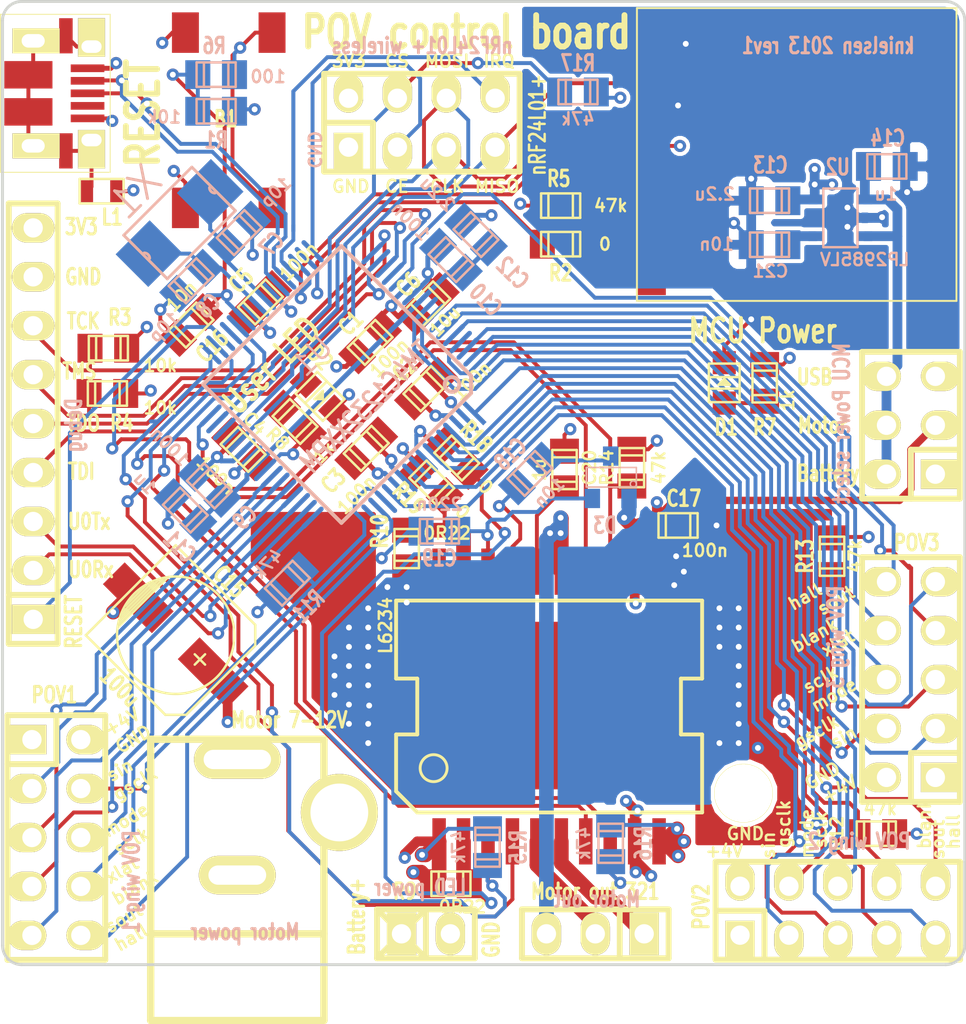
<source format=kicad_pcb>
(kicad_pcb (version 3) (host pcbnew "(2013-11-08 BZR 4448)-product")
  (layers (15 F.Cu signal) (2 Inner2.Cu power) (1 Inner1.Cu power) (0 B.Cu signal) (18 B.Paste user) (19 F.Paste user) (20 B.SilkS user) (21 F.SilkS user) (22 B.Mask user) (23 F.Mask user) (28 Edge.Cuts user))
  (net 0 "")
  (net 1 +12V)
  (net 2 +3.3V)
  (net 3 /blank1)
  (net 4 /blank2)
  (net 5 /blank3)
  (net 6 /bypass)
  (net 7 /gsclk1)
  (net 8 /gsclk2)
  (net 9 /gsclk3)
  (net 10 /hall1)
  (net 11 /hall2)
  (net 12 /hall3)
  (net 13 /m_en1)
  (net 14 /m_en2)
  (net 15 /m_en3)
  (net 16 /m_in1)
  (net 17 /m_in2)
  (net 18 /m_in3)
  (net 19 /m_out1)
  (net 20 /m_out2)
  (net 21 /m_out3)
  (net 22 /m_sense1)
  (net 23 /m_sense1_raw)
  (net 24 /m_sense2)
  (net 25 /m_sense2_raw)
  (net 26 /mode1)
  (net 27 /mode2)
  (net 28 /mode3)
  (net 29 /nrf_ce)
  (net 30 /nrf_cs)
  (net 31 /nrf_irq)
  (net 32 /reset)
  (net 33 /sclk1)
  (net 34 /sclk2)
  (net 35 /sclk3)
  (net 36 /sd_cd)
  (net 37 /sd_cd2)
  (net 38 /sd_cs)
  (net 39 /sin1)
  (net 40 /sin2)
  (net 41 /sin3)
  (net 42 /sout1)
  (net 43 /sout2)
  (net 44 /sout3)
  (net 45 /ssi1clk)
  (net 46 /ssi1rx)
  (net 47 /ssi1tx)
  (net 48 /tck)
  (net 49 /tdi)
  (net 50 /tdo)
  (net 51 /tms)
  (net 52 /u0rx)
  (net 53 /u0tx)
  (net 54 /usb5v)
  (net 55 /usb_dm)
  (net 56 /usb_dp)
  (net 57 /user_led)
  (net 58 /vbat)
  (net 59 /vboot)
  (net 60 /vcp)
  (net 61 /vdcc)
  (net 62 /vref)
  (net 63 /xlat1)
  (net 64 /xlat2)
  (net 65 /xlat3)
  (net 66 GND)
  (net 67 "Net-(B1-Pad1)")
  (net 68 "Net-(C18-Pad2)")
  (net 69 "Net-(C7-Pad1)")
  (net 70 "Net-(C8-Pad1)")
  (net 71 "Net-(D1-Pad1)")
  (net 72 "Net-(D2-Pad1)")
  (net 73 "Net-(L1-Pad1)")
  (net 74 "Net-(P4-Pad1)")
  (net 75 "Net-(P4-Pad11)")
  (net 76 "Net-(P4-Pad8)")
  (net 77 "Net-(P6-Pad1)")
  (net 78 "Net-(U3-Pad4)")
  (net 79 VCC)
  (module iut:1PIN_6mm (layer F.Cu) (at 98.5 101.1)
    (fp_text reference 1PIN_6mm hide)
    (fp_text value P*** hide)
    (pad 1 thru_hole circle (at 0 0) (size 3 3) (drill 3) (layers *.Cu *.Mask F.SilkS))
  )
  (module knielsenlib:10103594-0001LF (layer F.Cu) (at 61.595 64.77 270)
    (fp_text reference U3 hide)
    (fp_text value KNUSB hide)
    (pad 1 smd rect (at -1.30048 -2.82448 270) (size 0.39878 1.75006) (layers F.Cu F.Paste F.Mask) (net 54 /usb5v) (clearance 0.09906))
    (pad 2 smd rect (at -0.65024 -2.82448 270) (size 0.39878 1.75006) (layers F.Cu F.Paste F.Mask) (net 55 /usb_dm) (clearance 0.09906))
    (pad 3 smd rect (at 0 -2.82448 270) (size 0.39878 1.75006) (layers F.Cu F.Paste F.Mask) (net 56 /usb_dp) (clearance 0.09906))
    (pad 4 smd rect (at 0.65024 -2.82448 270) (size 0.39878 1.75006) (layers F.Cu F.Paste F.Mask) (net 78 "Net-(U3-Pad4)") (clearance 0.09906))
    (pad 5 smd rect (at 1.30048 -2.82448 270) (size 0.39878 1.75006) (layers F.Cu F.Paste F.Mask) (net 66 GND) (clearance 0.09906))
    (pad 6 smd rect (at -0.96266 0.24892 270) (size 1.42494 2.49936) (layers F.Cu F.Paste F.Mask) (net 73 "Net-(L1-Pad1)"))
    (pad 6 smd rect (at 0.96266 0.24892 270) (size 1.42494 2.49936) (layers F.Cu F.Paste F.Mask) (net 73 "Net-(L1-Pad1)"))
    (pad 6 thru_hole rect (at -2.4257 -3.03022 270) (size 1.99898 1.39954) (drill oval 0.65024 1.04902 (offset -0.47498 0)) (layers *.Cu *.Mask F.SilkS) (net 73 "Net-(L1-Pad1)"))
    (pad 6 thru_hole rect (at 2.4257 -3.03022 270) (size 1.99898 1.39954) (drill oval 0.65024 1.04902 (offset 0.47498 0)) (layers *.Cu *.Mask F.SilkS) (net 73 "Net-(L1-Pad1)"))
    (pad 6 thru_hole rect (at -2.72542 0 270) (size 1.30048 2.4511) (drill oval 0.70104 1.19888 (offset 0 -0.14986)) (layers *.Cu *.Mask F.SilkS) (net 73 "Net-(L1-Pad1)"))
    (pad 6 smd rect (at -2.98704 -1.69926 270) (size 1.82626 0.70104) (layers F.Cu F.Paste F.Mask) (net 73 "Net-(L1-Pad1)"))
    (pad 6 smd rect (at 2.98704 -1.69926 270) (size 1.82626 0.70104) (layers F.Cu F.Paste F.Mask) (net 73 "Net-(L1-Pad1)"))
    (pad 6 thru_hole rect (at 2.72542 0 270) (size 1.30048 2.4511) (drill oval 0.70104 1.19888 (offset 0 -0.14986)) (layers *.Cu *.Mask F.SilkS) (net 73 "Net-(L1-Pad1)"))
  )
  (module knielsenlib:SWITCH_FSMJSMA (layer F.Cu) (at 71.755 66.167)
    (fp_text reference B1 (at -0.155 -0.067) (layer F.SilkS) (effects (font (size 0.8128 0.6096) (thickness 0.1524))))
    (fp_text value SWITCH_4PIN hide)
    (pad 1 smd rect (at 2.25044 -4.54914) (size 1.39954 2.10058) (layers F.Cu F.Paste F.Mask) (net 67 "Net-(B1-Pad1)"))
    (pad 2 smd rect (at 2.25044 4.54914) (size 1.39954 2.10058) (layers F.Cu F.Paste F.Mask) (net 67 "Net-(B1-Pad1)"))
    (pad 3 smd rect (at -2.25044 -4.54914) (size 1.39954 2.10058) (layers F.Cu F.Paste F.Mask) (net 66 GND))
    (pad 4 smd rect (at -2.25044 4.54914) (size 1.39954 2.10058) (layers F.Cu F.Paste F.Mask) (net 66 GND))
  )
  (module knielsenlib:NX5032GA (layer B.Cu) (at 69.2 71.5 225)
    (fp_text reference X1 (at 0.494975 2.757716 225) (layer B.SilkS) (effects (font (size 1.5 1.5)) (justify mirror)))
    (fp_text value NX5032GA-16MHz hide)
    (pad 1 smd rect (at -2.25 0 225) (size 2.5 2.4) (layers B.Cu B.Paste B.Mask) (net 69 "Net-(C7-Pad1)"))
    (pad 2 smd rect (at 2.25 0 225) (size 2.5 2.4) (layers B.Cu B.Paste B.Mask) (net 70 "Net-(C8-Pad1)"))
  )
  (module knielsenlib:SD_502774 (layer F.Cu) (at 100.965 67.945 270)
    (fp_text reference P4 hide)
    (fp_text value MICRO-SD hide)
    (pad 1 smd rect (at 2.90068 7.16026 270) (size 0.8001 1.67894) (layers F.Cu F.Paste F.Mask) (net 74 "Net-(P4-Pad1)") (clearance 0.09906))
    (pad 2 smd rect (at 1.80086 7.16026 270) (size 0.8001 1.67894) (layers F.Cu F.Paste F.Mask) (net 38 /sd_cs) (clearance 0.09906))
    (pad 3 smd rect (at 0.70104 7.16026 270) (size 0.8001 1.67894) (layers F.Cu F.Paste F.Mask) (net 47 /ssi1tx) (clearance 0.09906))
    (pad 4 smd rect (at -0.39878 7.16026 270) (size 0.8001 1.67894) (layers F.Cu F.Paste F.Mask) (net 2 +3.3V) (clearance 0.09906))
    (pad 5 smd rect (at -1.50114 7.16026 270) (size 0.8001 1.67894) (layers F.Cu F.Paste F.Mask) (net 45 /ssi1clk) (clearance 0.09906))
    (pad 6 smd rect (at -2.60096 7.16026 270) (size 0.8001 1.67894) (layers F.Cu F.Paste F.Mask) (net 66 GND) (clearance 0.09906))
    (pad 7 smd rect (at -3.70078 7.16026 270) (size 0.8001 1.67894) (layers F.Cu F.Paste F.Mask) (net 46 /ssi1rx) (clearance 0.09906))
    (pad 8 smd rect (at -4.8006 7.16026 270) (size 0.8001 1.67894) (layers F.Cu F.Paste F.Mask) (net 76 "Net-(P4-Pad8)") (clearance 0.09906))
    (pad 11 smd rect (at -6.2103 7.24916 270) (size 1.6002 1.50114) (layers F.Cu F.Paste F.Mask) (net 75 "Net-(P4-Pad11)") (clearance 0.09906))
    (pad 12 smd rect (at 6.44906 7.24916 270) (size 1.69926 1.50114) (layers F.Cu F.Paste F.Mask))
    (pad 12 smd rect (at -6.74878 -7.59968 270) (size 1.50114 1.69926) (layers F.Cu F.Paste F.Mask))
    (pad 12 smd rect (at 6.74878 -7.59968 270) (size 1.50114 1.69926) (layers F.Cu F.Paste F.Mask))
    (pad 9 smd rect (at -6.85546 5.6007 270) (size 1.29032 1.30048) (layers F.Cu F.Paste F.Mask) (net 66 GND))
    (pad 10 smd rect (at -6.85546 -1.80086 270) (size 1.29032 1.39954) (layers F.Cu F.Paste F.Mask) (net 36 /sd_cd))
  )
  (module libcms:SM0603 (layer F.Cu) (at 65.151 69.85)
    (fp_text reference L1 (at 0.549 1.35) (layer F.SilkS) (effects (font (size 0.8128 0.6096) (thickness 0.1524))))
    (fp_text value 30@100MHz hide)
    (pad 1 smd rect (at -0.762 0) (size 0.635 1.143) (layers F.Cu F.Paste F.Mask) (net 73 "Net-(L1-Pad1)"))
    (pad 2 smd rect (at 0.762 0) (size 0.635 1.143) (layers F.Cu F.Paste F.Mask) (net 66 GND))
  )
  (module libcms:TQFP_64 (layer B.Cu) (at 77.724 79.883 225)
    (fp_text reference U1 (at 0.099702 2.196981 225) (layer B.SilkS) (effects (font (size 1.09982 1.09982) (thickness 0.127)) (justify mirror)))
    (fp_text value TM4C1232XXPM (at 0 -1.651 225) (layer B.SilkS) (effects (font (size 1.016 0.762) (thickness 0.1524)) (justify mirror)))
    (pad 1 smd rect (at -3.74904 -5.86994 225) (size 0.24892 1.524) (layers B.Cu B.Paste B.Mask) (net 43 /sout2))
    (pad 2 smd oval (at -3.24866 -5.86994 225) (size 0.24892 1.524) (layers B.Cu B.Paste B.Mask) (net 2 +3.3V))
    (pad 3 smd oval (at -2.74828 -5.86994 225) (size 0.24892 1.524) (layers B.Cu B.Paste B.Mask) (net 66 GND))
    (pad 4 smd oval (at -2.2479 -5.86994 225) (size 0.24892 1.524) (layers B.Cu B.Paste B.Mask) (net 40 /sin2))
    (pad 5 smd oval (at -1.74752 -5.86994 225) (size 0.24892 1.524) (layers B.Cu B.Paste B.Mask) (net 8 /gsclk2))
    (pad 6 smd oval (at -1.24968 -5.86994 225) (size 0.24892 1.524) (layers B.Cu B.Paste B.Mask) (net 4 /blank2))
    (pad 7 smd oval (at -0.7493 -5.86994 225) (size 0.24892 1.524) (layers B.Cu B.Paste B.Mask) (net 64 /xlat2))
    (pad 8 smd oval (at -0.24892 -5.86994 225) (size 0.24892 1.524) (layers B.Cu B.Paste B.Mask) (net 22 /m_sense1))
    (pad 9 smd oval (at 0.25146 -5.86994 225) (size 0.24892 1.524) (layers B.Cu B.Paste B.Mask) (net 24 /m_sense2))
    (pad 10 smd oval (at 0.75184 -5.86994 225) (size 0.24892 1.524) (layers B.Cu B.Paste B.Mask) (net 11 /hall2))
    (pad 11 smd oval (at 1.25222 -5.86994 225) (size 0.24892 1.524) (layers B.Cu B.Paste B.Mask) (net 2 +3.3V))
    (pad 12 smd oval (at 1.75006 -5.86994 225) (size 0.24892 1.524) (layers B.Cu B.Paste B.Mask) (net 66 GND))
    (pad 13 smd oval (at 2.25044 -5.86994 225) (size 0.24892 1.524) (layers B.Cu B.Paste B.Mask) (net 27 /mode2))
    (pad 14 smd oval (at 2.75082 -5.86994 225) (size 0.24892 1.524) (layers B.Cu B.Paste B.Mask) (net 3 /blank1))
    (pad 15 smd oval (at 3.2512 -5.86994 225) (size 0.24892 1.524) (layers B.Cu B.Paste B.Mask) (net 10 /hall1))
    (pad 16 smd oval (at 3.75158 -5.86994 225) (size 0.24892 1.524) (layers B.Cu B.Paste B.Mask) (net 7 /gsclk1))
    (pad 17 smd oval (at 6.0325 -3.74904 225) (size 1.524 0.24892) (layers B.Cu B.Paste B.Mask) (net 52 /u0rx))
    (pad 18 smd oval (at 6.0325 -3.24866 225) (size 1.524 0.24892) (layers B.Cu B.Paste B.Mask) (net 53 /u0tx))
    (pad 19 smd oval (at 6.0325 -2.74828 225) (size 1.524 0.24892) (layers B.Cu B.Paste B.Mask) (net 33 /sclk1))
    (pad 20 smd oval (at 6.0325 -2.2479 225) (size 1.524 0.24892) (layers B.Cu B.Paste B.Mask) (net 63 /xlat1))
    (pad 21 smd oval (at 6.0325 -1.74752 225) (size 1.524 0.24892) (layers B.Cu B.Paste B.Mask) (net 42 /sout1))
    (pad 22 smd oval (at 6.0325 -1.24968 225) (size 1.524 0.24892) (layers B.Cu B.Paste B.Mask) (net 39 /sin1))
    (pad 23 smd oval (at 6.0325 -0.7493 225) (size 1.524 0.24892) (layers B.Cu B.Paste B.Mask) (net 26 /mode1))
    (pad 24 smd oval (at 6.0325 -0.24892 225) (size 1.524 0.24892) (layers B.Cu B.Paste B.Mask) (net 57 /user_led))
    (pad 25 smd oval (at 6.0325 0.25146 225) (size 1.524 0.24892) (layers B.Cu B.Paste B.Mask) (net 61 /vdcc))
    (pad 26 smd oval (at 6.0325 0.75184 225) (size 1.524 0.24892) (layers B.Cu B.Paste B.Mask) (net 2 +3.3V))
    (pad 27 smd oval (at 6.0325 1.25222 225) (size 1.524 0.24892) (layers B.Cu B.Paste B.Mask) (net 66 GND))
    (pad 28 smd oval (at 6.0325 1.75006 225) (size 1.524 0.24892) (layers B.Cu B.Paste B.Mask) (net 46 /ssi1rx))
    (pad 29 smd oval (at 6.0325 2.25044 225) (size 1.524 0.24892) (layers B.Cu B.Paste B.Mask) (net 47 /ssi1tx))
    (pad 30 smd oval (at 6.0325 2.75082 225) (size 1.524 0.24892) (layers B.Cu B.Paste B.Mask) (net 45 /ssi1clk))
    (pad 31 smd oval (at 6.0325 3.2512 225) (size 1.524 0.24892) (layers B.Cu B.Paste B.Mask) (net 30 /nrf_cs))
    (pad 32 smd oval (at 6.0325 3.75158 225) (size 1.524 0.24892) (layers B.Cu B.Paste B.Mask) (net 15 /m_en3))
    (pad 33 smd oval (at 3.75158 6.0325 225) (size 0.24892 1.524) (layers B.Cu B.Paste B.Mask) (net 14 /m_en2))
    (pad 34 smd oval (at 3.2512 6.0325 225) (size 0.24892 1.524) (layers B.Cu B.Paste B.Mask) (net 13 /m_en1))
    (pad 35 smd oval (at 2.75082 6.0325 225) (size 0.24892 1.524) (layers B.Cu B.Paste B.Mask) (net 18 /m_in3))
    (pad 36 smd oval (at 2.25044 6.0325 225) (size 0.24892 1.524) (layers B.Cu B.Paste B.Mask) (net 17 /m_in2))
    (pad 37 smd oval (at 1.75006 6.0325 225) (size 0.24892 1.524) (layers B.Cu B.Paste B.Mask) (net 16 /m_in1))
    (pad 38 smd oval (at 1.25222 6.0325 225) (size 0.24892 1.524) (layers B.Cu B.Paste B.Mask) (net 32 /reset))
    (pad 39 smd oval (at 0.75184 6.0325 225) (size 0.24892 1.524) (layers B.Cu B.Paste B.Mask) (net 66 GND))
    (pad 40 smd oval (at 0.25146 6.0325 225) (size 0.24892 1.524) (layers B.Cu B.Paste B.Mask) (net 70 "Net-(C8-Pad1)"))
    (pad 41 smd oval (at -0.24892 6.0325 225) (size 0.24892 1.524) (layers B.Cu B.Paste B.Mask) (net 69 "Net-(C7-Pad1)"))
    (pad 42 smd oval (at -0.7493 6.0325 225) (size 0.24892 1.524) (layers B.Cu B.Paste B.Mask) (net 2 +3.3V))
    (pad 43 smd oval (at -1.24968 6.0325 225) (size 0.24892 1.524) (layers B.Cu B.Paste B.Mask) (net 55 /usb_dm))
    (pad 44 smd oval (at -1.74752 6.0325 225) (size 0.24892 1.524) (layers B.Cu B.Paste B.Mask) (net 56 /usb_dp))
    (pad 45 smd oval (at -2.2479 6.0325 225) (size 0.24892 1.524) (layers B.Cu B.Paste B.Mask) (net 31 /nrf_irq))
    (pad 46 smd oval (at -2.74828 6.0325 225) (size 0.24892 1.524) (layers B.Cu B.Paste B.Mask) (net 38 /sd_cs))
    (pad 47 smd oval (at -3.24866 6.0325 225) (size 0.24892 1.524) (layers B.Cu B.Paste B.Mask) (net 37 /sd_cd2))
    (pad 48 smd oval (at -3.74904 6.0325 225) (size 0.24892 1.524) (layers B.Cu B.Paste B.Mask) (net 29 /nrf_ce))
    (pad 49 smd oval (at -5.86994 3.75158 225) (size 1.524 0.24892) (layers B.Cu B.Paste B.Mask) (net 50 /tdo))
    (pad 50 smd oval (at -5.86994 3.2512 225) (size 1.524 0.24892) (layers B.Cu B.Paste B.Mask) (net 49 /tdi))
    (pad 52 smd oval (at -5.86994 2.25044 225) (size 1.524 0.24892) (layers B.Cu B.Paste B.Mask) (net 48 /tck))
    (pad 51 smd oval (at -5.88772 2.75082 225) (size 1.524 0.24892) (layers B.Cu B.Paste B.Mask) (net 51 /tms))
    (pad 53 smd oval (at -5.86994 1.75006 225) (size 1.524 0.24892) (layers B.Cu B.Paste B.Mask) (net 12 /hall3))
    (pad 54 smd oval (at -5.86994 1.25222 225) (size 1.524 0.24892) (layers B.Cu B.Paste B.Mask) (net 2 +3.3V))
    (pad 55 smd oval (at -5.86994 0.75184 225) (size 1.524 0.24892) (layers B.Cu B.Paste B.Mask) (net 66 GND))
    (pad 56 smd oval (at -5.86994 0.25146 225) (size 1.524 0.24892) (layers B.Cu B.Paste B.Mask) (net 61 /vdcc))
    (pad 57 smd oval (at -5.86994 -0.24892 225) (size 1.524 0.24892) (layers B.Cu B.Paste B.Mask) (net 9 /gsclk3))
    (pad 58 smd oval (at -5.86994 -0.7493 225) (size 1.524 0.24892) (layers B.Cu B.Paste B.Mask) (net 34 /sclk2))
    (pad 59 smd oval (at -5.86994 -1.24206 225) (size 1.524 0.24892) (layers B.Cu B.Paste B.Mask) (net 65 /xlat3))
    (pad 60 smd oval (at -5.86994 -1.74244 225) (size 1.524 0.24892) (layers B.Cu B.Paste B.Mask) (net 5 /blank3))
    (pad 61 smd oval (at -5.86994 -2.24282 225) (size 1.524 0.24892) (layers B.Cu B.Paste B.Mask) (net 35 /sclk3))
    (pad 62 smd oval (at -5.86994 -2.7432 225) (size 1.524 0.24892) (layers B.Cu B.Paste B.Mask) (net 28 /mode3))
    (pad 63 smd oval (at -5.86994 -3.24104 225) (size 1.524 0.24892) (layers B.Cu B.Paste B.Mask) (net 44 /sout3))
    (pad 64 smd oval (at -5.86994 -3.74142 225) (size 1.524 0.24892) (layers B.Cu B.Paste B.Mask) (net 41 /sin3))
  )
  (module libcms:SOT23-5 (layer B.Cu) (at 103.535 71.232 270)
    (fp_text reference U2 (at -2.632 0.135 360) (layer B.SilkS) (effects (font (size 0.8128 0.6096) (thickness 0.1524)) (justify mirror)))
    (fp_text value LP2985LV (at 2.168 -1.265 360) (layer B.SilkS) (effects (font (size 0.635 0.635) (thickness 0.127)) (justify mirror)))
    (pad 1 smd rect (at -0.9525 -1.27 270) (size 0.508 0.762) (layers B.Cu B.Paste B.Mask) (net 79 VCC))
    (pad 3 smd rect (at 0.9525 -1.27 270) (size 0.508 0.762) (layers B.Cu B.Paste B.Mask) (net 79 VCC))
    (pad 5 smd rect (at -0.9525 1.27 270) (size 0.508 0.762) (layers B.Cu B.Paste B.Mask) (net 2 +3.3V))
    (pad 2 smd rect (at 0 -1.27 270) (size 0.508 0.762) (layers B.Cu B.Paste B.Mask) (net 66 GND))
    (pad 4 smd rect (at 0.9525 1.27 270) (size 0.508 0.762) (layers B.Cu B.Paste B.Mask) (net 6 /bypass))
  )
  (module libcms:SOT23 (layer B.Cu) (at 91.6 84.7 180)
    (fp_text reference D3 (at 0.3 -2.5 360) (layer B.SilkS) (effects (font (size 0.8128 0.6096) (thickness 0.1524)) (justify mirror)))
    (fp_text value BAV99LT3G hide)
    (pad 3 smd rect (at 0 1.09982 180) (size 0.8001 1.00076) (layers B.Cu B.Paste B.Mask) (net 68 "Net-(C18-Pad2)"))
    (pad 2 smd rect (at 0.9525 -1.09982 180) (size 0.8001 1.00076) (layers B.Cu B.Paste B.Mask) (net 59 /vboot))
    (pad 1 smd rect (at -0.9525 -1.09982 180) (size 0.8001 1.00076) (layers B.Cu B.Paste B.Mask) (net 1 +12V))
  )
  (module w_smd_leds:Led_0805 (layer F.Cu) (at 97.5 79.8 90)
    (fp_text reference D1 (at -2.3 0.1 180) (layer F.SilkS) (effects (font (size 0.8128 0.6096) (thickness 0.1524))))
    (fp_text value SML-211UTT86 hide)
    (pad 1 smd rect (at -1.04902 0 90) (size 1.19888 1.19888) (layers F.Cu F.Paste F.Mask) (net 71 "Net-(D1-Pad1)"))
    (pad 2 smd rect (at 1.04902 0 90) (size 1.19888 1.19888) (layers F.Cu F.Paste F.Mask) (net 66 GND))
  )
  (module w_smd_leds:Led_0805 (layer F.Cu) (at 76.5 80.5 315)
    (fp_text reference D2 (at -1.414214 -1.414214 315) (layer F.SilkS) (effects (font (size 0.8128 0.6096) (thickness 0.1524))))
    (fp_text value SML-211YTT86 hide)
    (pad 1 smd rect (at -1.04902 0 315) (size 1.19888 1.19888) (layers F.Cu F.Paste F.Mask) (net 72 "Net-(D2-Pad1)"))
    (pad 2 smd rect (at 1.04902 0 315) (size 1.19888 1.19888) (layers F.Cu F.Paste F.Mask) (net 66 GND))
  )
  (module w_pin_strip:pin_strip_3 (layer F.Cu) (at 90.8 108.4 180)
    (fp_text reference K1 hide)
    (fp_text value CONN_3 hide)
    (pad 1 thru_hole rect (at -2.54 0 180) (size 1.524 2.19964) (drill 1.00076) (layers *.Cu *.Mask F.SilkS) (net 19 /m_out1))
    (pad 2 thru_hole oval (at 0 0 180) (size 1.524 2.19964) (drill 1.00076) (layers *.Cu *.Mask F.SilkS) (net 20 /m_out2))
    (pad 3 thru_hole oval (at 2.54 0 180) (size 1.524 2.19964) (drill 1.00076) (layers *.Cu *.Mask F.SilkS) (net 21 /m_out3))
  )
  (module w_pin_strip:pin_strip_5x2 (layer F.Cu) (at 62.8 103.4 270)
    (fp_text reference P1 hide)
    (fp_text value CONN_5X2 hide)
    (pad 1 thru_hole rect (at -5.08 1.27 270) (size 1.524 1.99898) (drill 1.00076 (offset 0 0.24892)) (layers *.Cu *.Mask F.SilkS) (net 58 /vbat))
    (pad 2 thru_hole oval (at -5.08 -1.27 270) (size 1.524 1.99898) (drill 1.00076 (offset 0 -0.24892)) (layers *.Cu *.Mask F.SilkS) (net 66 GND))
    (pad 3 thru_hole oval (at -2.54 1.27 270) (size 1.524 1.99898) (drill 1.00076 (offset 0 0.24892)) (layers *.Cu *.Mask F.SilkS) (net 39 /sin1))
    (pad 4 thru_hole oval (at -2.54 -1.27 270) (size 1.524 1.99898) (drill 1.00076 (offset 0 -0.24892)) (layers *.Cu *.Mask F.SilkS) (net 7 /gsclk1))
    (pad 5 thru_hole oval (at 0 1.27 270) (size 1.524 1.99898) (drill 1.00076 (offset 0 0.24892)) (layers *.Cu *.Mask F.SilkS) (net 26 /mode1))
    (pad 6 thru_hole oval (at 0 -1.27 270) (size 1.524 1.99898) (drill 1.00076 (offset 0 -0.24892)) (layers *.Cu *.Mask F.SilkS) (net 33 /sclk1))
    (pad 7 thru_hole oval (at 2.54 1.27 270) (size 1.524 1.99898) (drill 1.00076 (offset 0 0.24892)) (layers *.Cu *.Mask F.SilkS) (net 63 /xlat1))
    (pad 8 thru_hole oval (at 2.54 -1.27 270) (size 1.524 1.99898) (drill 1.00076 (offset 0 -0.24892)) (layers *.Cu *.Mask F.SilkS) (net 3 /blank1))
    (pad 9 thru_hole oval (at 5.08 1.27 270) (size 1.524 1.99898) (drill 1.00076 (offset 0 0.24892)) (layers *.Cu *.Mask F.SilkS) (net 42 /sout1))
    (pad 10 thru_hole oval (at 5.08 -1.27 270) (size 1.524 1.99898) (drill 1.00076 (offset 0 -0.24892)) (layers *.Cu *.Mask F.SilkS) (net 10 /hall1))
  )
  (module w_pin_strip:pin_strip_5x2 (layer F.Cu) (at 103.4 107.2)
    (fp_text reference P2 hide)
    (fp_text value CONN_5X2 hide)
    (pad 1 thru_hole rect (at -5.08 1.27) (size 1.524 1.99898) (drill 1.00076 (offset 0 0.24892)) (layers *.Cu *.Mask F.SilkS) (net 58 /vbat))
    (pad 2 thru_hole oval (at -5.08 -1.27) (size 1.524 1.99898) (drill 1.00076 (offset 0 -0.24892)) (layers *.Cu *.Mask F.SilkS) (net 66 GND))
    (pad 3 thru_hole oval (at -2.54 1.27) (size 1.524 1.99898) (drill 1.00076 (offset 0 0.24892)) (layers *.Cu *.Mask F.SilkS) (net 40 /sin2))
    (pad 4 thru_hole oval (at -2.54 -1.27) (size 1.524 1.99898) (drill 1.00076 (offset 0 -0.24892)) (layers *.Cu *.Mask F.SilkS) (net 8 /gsclk2))
    (pad 5 thru_hole oval (at 0 1.27) (size 1.524 1.99898) (drill 1.00076 (offset 0 0.24892)) (layers *.Cu *.Mask F.SilkS) (net 27 /mode2))
    (pad 6 thru_hole oval (at 0 -1.27) (size 1.524 1.99898) (drill 1.00076 (offset 0 -0.24892)) (layers *.Cu *.Mask F.SilkS) (net 34 /sclk2))
    (pad 7 thru_hole oval (at 2.54 1.27) (size 1.524 1.99898) (drill 1.00076 (offset 0 0.24892)) (layers *.Cu *.Mask F.SilkS) (net 64 /xlat2))
    (pad 8 thru_hole oval (at 2.54 -1.27) (size 1.524 1.99898) (drill 1.00076 (offset 0 -0.24892)) (layers *.Cu *.Mask F.SilkS) (net 4 /blank2))
    (pad 9 thru_hole oval (at 5.08 1.27) (size 1.524 1.99898) (drill 1.00076 (offset 0 0.24892)) (layers *.Cu *.Mask F.SilkS) (net 43 /sout2))
    (pad 10 thru_hole oval (at 5.08 -1.27) (size 1.524 1.99898) (drill 1.00076 (offset 0 -0.24892)) (layers *.Cu *.Mask F.SilkS) (net 11 /hall2))
  )
  (module w_pin_strip:pin_strip_5x2 (layer F.Cu) (at 107.2 95.2 90)
    (fp_text reference P3 hide)
    (fp_text value CONN_5X2 hide)
    (pad 1 thru_hole rect (at -5.08 1.27 90) (size 1.524 1.99898) (drill 1.00076 (offset 0 0.24892)) (layers *.Cu *.Mask F.SilkS) (net 58 /vbat))
    (pad 2 thru_hole oval (at -5.08 -1.27 90) (size 1.524 1.99898) (drill 1.00076 (offset 0 -0.24892)) (layers *.Cu *.Mask F.SilkS) (net 66 GND))
    (pad 3 thru_hole oval (at -2.54 1.27 90) (size 1.524 1.99898) (drill 1.00076 (offset 0 0.24892)) (layers *.Cu *.Mask F.SilkS) (net 41 /sin3))
    (pad 4 thru_hole oval (at -2.54 -1.27 90) (size 1.524 1.99898) (drill 1.00076 (offset 0 -0.24892)) (layers *.Cu *.Mask F.SilkS) (net 9 /gsclk3))
    (pad 5 thru_hole oval (at 0 1.27 90) (size 1.524 1.99898) (drill 1.00076 (offset 0 0.24892)) (layers *.Cu *.Mask F.SilkS) (net 28 /mode3))
    (pad 6 thru_hole oval (at 0 -1.27 90) (size 1.524 1.99898) (drill 1.00076 (offset 0 -0.24892)) (layers *.Cu *.Mask F.SilkS) (net 35 /sclk3))
    (pad 7 thru_hole oval (at 2.54 1.27 90) (size 1.524 1.99898) (drill 1.00076 (offset 0 0.24892)) (layers *.Cu *.Mask F.SilkS) (net 65 /xlat3))
    (pad 8 thru_hole oval (at 2.54 -1.27 90) (size 1.524 1.99898) (drill 1.00076 (offset 0 -0.24892)) (layers *.Cu *.Mask F.SilkS) (net 5 /blank3))
    (pad 9 thru_hole oval (at 5.08 1.27 90) (size 1.524 1.99898) (drill 1.00076 (offset 0 0.24892)) (layers *.Cu *.Mask F.SilkS) (net 44 /sout3))
    (pad 10 thru_hole oval (at 5.08 -1.27 90) (size 1.524 1.99898) (drill 1.00076 (offset 0 -0.24892)) (layers *.Cu *.Mask F.SilkS) (net 12 /hall3))
  )
  (module w_pin_strip:pin_strip_2 (layer F.Cu) (at 82 108.4)
    (fp_text reference P5 hide)
    (fp_text value CONN_2 hide)
    (pad 1 thru_hole rect (at -1.27 0) (size 1.524 2.19964) (drill 1.00076) (layers *.Cu *.Mask F.SilkS) (net 58 /vbat))
    (pad 2 thru_hole oval (at 1.27 0) (size 1.524 2.19964) (drill 1.00076) (layers *.Cu *.Mask F.SilkS) (net 66 GND))
  )
  (module w_pin_strip:pin_strip_4x2 (layer F.Cu) (at 81.788 66.294)
    (fp_text reference P7 hide)
    (fp_text value CONN_4X2 hide)
    (pad 1 thru_hole rect (at -3.81 1.27) (size 1.524 1.99898) (drill 1.00076 (offset 0 0.24892)) (layers *.Cu *.Mask F.SilkS) (net 66 GND))
    (pad 2 thru_hole oval (at -3.81 -1.27) (size 1.524 1.99898) (drill 1.00076 (offset 0 -0.24892)) (layers *.Cu *.Mask F.SilkS) (net 2 +3.3V))
    (pad 3 thru_hole oval (at -1.27 1.27) (size 1.524 1.99898) (drill 1.00076 (offset 0 0.24892)) (layers *.Cu *.Mask F.SilkS) (net 29 /nrf_ce))
    (pad 4 thru_hole oval (at -1.27 -1.27) (size 1.524 1.99898) (drill 1.00076 (offset 0 -0.24892)) (layers *.Cu *.Mask F.SilkS) (net 30 /nrf_cs))
    (pad 5 thru_hole oval (at 1.27 1.27) (size 1.524 1.99898) (drill 1.00076 (offset 0 0.24892)) (layers *.Cu *.Mask F.SilkS) (net 45 /ssi1clk))
    (pad 6 thru_hole oval (at 1.27 -1.27) (size 1.524 1.99898) (drill 1.00076 (offset 0 -0.24892)) (layers *.Cu *.Mask F.SilkS) (net 47 /ssi1tx))
    (pad 7 thru_hole oval (at 3.81 1.27) (size 1.524 1.99898) (drill 1.00076 (offset 0 0.24892)) (layers *.Cu *.Mask F.SilkS) (net 46 /ssi1rx))
    (pad 8 thru_hole oval (at 3.81 -1.27) (size 1.524 1.99898) (drill 1.00076 (offset 0 -0.24892)) (layers *.Cu *.Mask F.SilkS) (net 31 /nrf_irq))
  )
  (module w_pin_strip:pin_strip_9 (layer F.Cu) (at 61.595 81.915 90)
    (fp_text reference P8 hide)
    (fp_text value CONN_9 hide)
    (pad 1 thru_hole rect (at -10.16 0 90) (size 1.524 2.19964) (drill 1.00076) (layers *.Cu *.Mask F.SilkS) (net 32 /reset))
    (pad 2 thru_hole oval (at -7.62 0 90) (size 1.524 2.19964) (drill 1.00076) (layers *.Cu *.Mask F.SilkS) (net 52 /u0rx))
    (pad 3 thru_hole oval (at -5.08 0 90) (size 1.524 2.19964) (drill 1.00076) (layers *.Cu *.Mask F.SilkS) (net 53 /u0tx))
    (pad 4 thru_hole oval (at -2.54 0 90) (size 1.524 2.19964) (drill 1.00076) (layers *.Cu *.Mask F.SilkS) (net 49 /tdi))
    (pad 5 thru_hole oval (at 0 0 90) (size 1.524 2.19964) (drill 1.00076) (layers *.Cu *.Mask F.SilkS) (net 50 /tdo))
    (pad 6 thru_hole oval (at 2.54 0 90) (size 1.524 2.19964) (drill 1.00076) (layers *.Cu *.Mask F.SilkS) (net 51 /tms))
    (pad 7 thru_hole oval (at 5.08 0 90) (size 1.524 2.19964) (drill 1.00076) (layers *.Cu *.Mask F.SilkS) (net 48 /tck))
    (pad 8 thru_hole oval (at 7.62 0 90) (size 1.524 2.19964) (drill 1.00076) (layers *.Cu *.Mask F.SilkS) (net 66 GND))
    (pad 9 thru_hole oval (at 10.16 0 90) (size 1.524 2.19964) (drill 1.00076) (layers *.Cu *.Mask F.SilkS) (net 2 +3.3V))
  )
  (module w_pin_strip:pin_strip_3x2 (layer F.Cu) (at 107.2 82 90)
    (fp_text reference P9 hide)
    (fp_text value CONN_3X2 hide)
    (pad 1 thru_hole rect (at -2.54 1.27 90) (size 1.524 1.99898) (drill 1.00076 (offset 0 0.24892)) (layers *.Cu *.Mask F.SilkS) (net 58 /vbat))
    (pad 2 thru_hole oval (at -2.54 -1.27 90) (size 1.524 1.99898) (drill 1.00076 (offset 0 -0.24892)) (layers *.Cu *.Mask F.SilkS) (net 79 VCC))
    (pad 3 thru_hole oval (at 0 1.27 90) (size 1.524 1.99898) (drill 1.00076 (offset 0 0.24892)) (layers *.Cu *.Mask F.SilkS) (net 1 +12V))
    (pad 4 thru_hole oval (at 0 -1.27 90) (size 1.524 1.99898) (drill 1.00076 (offset 0 -0.24892)) (layers *.Cu *.Mask F.SilkS) (net 79 VCC))
    (pad 5 thru_hole oval (at 2.54 1.27 90) (size 1.524 1.99898) (drill 1.00076 (offset 0 0.24892)) (layers *.Cu *.Mask F.SilkS) (net 54 /usb5v))
    (pad 6 thru_hole oval (at 2.54 -1.27 90) (size 1.524 1.99898) (drill 1.00076 (offset 0 -0.24892)) (layers *.Cu *.Mask F.SilkS) (net 79 VCC))
  )
  (module w_smd_cap:c_0805 (layer F.Cu) (at 79.1 77.7 45)
    (fp_text reference C1 (at 0 -1.414214 45) (layer F.SilkS) (effects (font (size 0.8128 0.6096) (thickness 0.1524))))
    (fp_text value 100n (at 0.141421 1.272792 45) (layer F.SilkS) (effects (font (size 0.635 0.635) (thickness 0.127))))
    (pad 1 smd rect (at 0.9525 0 45) (size 1.30048 1.4986) (layers F.Cu F.Paste F.Mask) (net 2 +3.3V))
    (pad 2 smd rect (at -0.9525 0 45) (size 1.30048 1.4986) (layers F.Cu F.Paste F.Mask) (net 66 GND))
  )
  (module w_smd_cap:c_0805 (layer F.Cu) (at 82 80.1 45)
    (fp_text reference C2 (at -0.070711 -1.484924 45) (layer F.SilkS) (effects (font (size 0.8128 0.6096) (thickness 0.1524))))
    (fp_text value 100n (at 1.979899 1.414214 45) (layer F.SilkS) (effects (font (size 0.635 0.635) (thickness 0.127))))
    (pad 1 smd rect (at 0.9525 0 45) (size 1.30048 1.4986) (layers F.Cu F.Paste F.Mask) (net 2 +3.3V))
    (pad 2 smd rect (at -0.9525 0 45) (size 1.30048 1.4986) (layers F.Cu F.Paste F.Mask) (net 66 GND))
  )
  (module w_smd_cap:c_0805 (layer F.Cu) (at 78.9 83.2 45)
    (fp_text reference C3 (at -2.404163 0 45) (layer F.SilkS) (effects (font (size 0.8128 0.6096) (thickness 0.1524))))
    (fp_text value 100n (at -2.05061 1.343503 45) (layer F.SilkS) (effects (font (size 0.635 0.635) (thickness 0.127))))
    (pad 1 smd rect (at 0.9525 0 45) (size 1.30048 1.4986) (layers F.Cu F.Paste F.Mask) (net 2 +3.3V))
    (pad 2 smd rect (at -0.9525 0 45) (size 1.30048 1.4986) (layers F.Cu F.Paste F.Mask) (net 66 GND))
  )
  (module w_smd_cap:c_0805 (layer F.Cu) (at 72.5 83.25 315)
    (fp_text reference C4 (at -0.53033 -1.378858 315) (layer F.SilkS) (effects (font (size 0.635 0.635) (thickness 0.127))))
    (fp_text value 100n (at -0.035355 1.944544 315) (layer F.SilkS) (effects (font (size 0.635 0.635) (thickness 0.127))))
    (pad 1 smd rect (at 0.9525 0 315) (size 1.30048 1.4986) (layers F.Cu F.Paste F.Mask) (net 2 +3.3V))
    (pad 2 smd rect (at -0.9525 0 315) (size 1.30048 1.4986) (layers F.Cu F.Paste F.Mask) (net 66 GND))
  )
  (module w_smd_cap:c_0805 (layer F.Cu) (at 73.4 75.6 45)
    (fp_text reference C5 (at 0.070711 -1.484924 45) (layer F.SilkS) (effects (font (size 0.8128 0.6096) (thickness 0.1524))))
    (fp_text value 100n (at 2.899138 -0.070711 45) (layer F.SilkS) (effects (font (size 0.635 0.635) (thickness 0.127))))
    (pad 1 smd rect (at 0.9525 0 45) (size 1.30048 1.4986) (layers F.Cu F.Paste F.Mask) (net 2 +3.3V))
    (pad 2 smd rect (at -0.9525 0 45) (size 1.30048 1.4986) (layers F.Cu F.Paste F.Mask) (net 66 GND))
  )
  (module w_smd_cap:c_0805 (layer F.Cu) (at 82.1 75.7 225)
    (fp_text reference C6 (at 0 1.414214 225) (layer F.SilkS) (effects (font (size 0.8128 0.6096) (thickness 0.1524))))
    (fp_text value 10u (at 0 -1.272792 225) (layer F.SilkS) (effects (font (size 0.635 0.635) (thickness 0.127))))
    (pad 1 smd rect (at 0.9525 0 225) (size 1.30048 1.4986) (layers F.Cu F.Paste F.Mask) (net 2 +3.3V))
    (pad 2 smd rect (at -0.9525 0 225) (size 1.30048 1.4986) (layers F.Cu F.Paste F.Mask) (net 66 GND))
  )
  (module w_smd_cap:c_0805 (layer B.Cu) (at 72.3 72 225)
    (fp_text reference C7 (at -0.777817 -1.626346 225) (layer B.SilkS) (effects (font (size 0.8128 0.6096) (thickness 0.1524)) (justify mirror)))
    (fp_text value 10p (at -2.828427 0.141421 225) (layer B.SilkS) (effects (font (size 0.635 0.635) (thickness 0.127)) (justify mirror)))
    (pad 1 smd rect (at 0.9525 0 225) (size 1.30048 1.4986) (layers B.Cu B.Paste B.Mask) (net 69 "Net-(C7-Pad1)"))
    (pad 2 smd rect (at -0.9525 0 225) (size 1.30048 1.4986) (layers B.Cu B.Paste B.Mask) (net 66 GND))
  )
  (module w_smd_cap:c_0805 (layer B.Cu) (at 69.8 74.5 45)
    (fp_text reference C8 (at -0.282843 1.555635 45) (layer B.SilkS) (effects (font (size 0.8128 0.6096) (thickness 0.1524)) (justify mirror)))
    (fp_text value 10p (at -2.687006 0.707107 45) (layer B.SilkS) (effects (font (size 0.635 0.635) (thickness 0.127)) (justify mirror)))
    (pad 1 smd rect (at 0.9525 0 45) (size 1.30048 1.4986) (layers B.Cu B.Paste B.Mask) (net 70 "Net-(C8-Pad1)"))
    (pad 2 smd rect (at -0.9525 0 45) (size 1.30048 1.4986) (layers B.Cu B.Paste B.Mask) (net 66 GND))
  )
  (module w_smd_cap:c_0805 (layer B.Cu) (at 70.75 85.15 315)
    (fp_text reference C9 (at 2.474874 -0.141421 405) (layer B.SilkS) (effects (font (size 0.8128 0.6096) (thickness 0.1524)) (justify mirror)))
    (fp_text value 100n (at -2.899138 0 315) (layer B.SilkS) (effects (font (size 0.635 0.635) (thickness 0.127)) (justify mirror)))
    (pad 1 smd rect (at 0.9525 0 315) (size 1.30048 1.4986) (layers B.Cu B.Paste B.Mask) (net 61 /vdcc))
    (pad 2 smd rect (at -0.9525 0 315) (size 1.30048 1.4986) (layers B.Cu B.Paste B.Mask) (net 66 GND))
  )
  (module w_smd_cap:c_0805 (layer B.Cu) (at 83.3 73.4 315)
    (fp_text reference C10 (at 2.757716 0.212132 315) (layer B.SilkS) (effects (font (size 0.8128 0.6096) (thickness 0.1524)) (justify mirror)))
    (fp_text value 100n (at -2.899138 0.070711 315) (layer B.SilkS) (effects (font (size 0.635 0.635) (thickness 0.127)) (justify mirror)))
    (pad 1 smd rect (at 0.9525 0 315) (size 1.30048 1.4986) (layers B.Cu B.Paste B.Mask) (net 61 /vdcc))
    (pad 2 smd rect (at -0.9525 0 315) (size 1.30048 1.4986) (layers B.Cu B.Paste B.Mask) (net 66 GND))
  )
  (module w_smd_cap:c_0805 (layer B.Cu) (at 69.5 86.4 315)
    (fp_text reference C11 (at 1.131371 1.555635 315) (layer B.SilkS) (effects (font (size 0.8128 0.6096) (thickness 0.1524)) (justify mirror)))
    (fp_text value 1u (at -2.474874 0.494975 315) (layer B.SilkS) (effects (font (size 0.635 0.635) (thickness 0.127)) (justify mirror)))
    (pad 1 smd rect (at 0.9525 0 315) (size 1.30048 1.4986) (layers B.Cu B.Paste B.Mask) (net 61 /vdcc))
    (pad 2 smd rect (at -0.9525 0 315) (size 1.30048 1.4986) (layers B.Cu B.Paste B.Mask) (net 66 GND))
  )
  (module w_smd_cap:c_0805 (layer B.Cu) (at 84.6 72.1 315)
    (fp_text reference C12 (at 2.757716 0.070711 315) (layer B.SilkS) (effects (font (size 0.8128 0.6096) (thickness 0.1524)) (justify mirror)))
    (fp_text value 2.2u (at -2.899138 -0.070711 315) (layer B.SilkS) (effects (font (size 0.635 0.635) (thickness 0.127)) (justify mirror)))
    (pad 1 smd rect (at 0.9525 0 315) (size 1.30048 1.4986) (layers B.Cu B.Paste B.Mask) (net 61 /vdcc))
    (pad 2 smd rect (at -0.9525 0 315) (size 1.30048 1.4986) (layers B.Cu B.Paste B.Mask) (net 66 GND))
  )
  (module w_smd_cap:c_0805 (layer B.Cu) (at 99.852 70.343)
    (fp_text reference C13 (at 0.048 -1.843) (layer B.SilkS) (effects (font (size 0.8128 0.6096) (thickness 0.1524)) (justify mirror)))
    (fp_text value 2.2u (at -2.852 -0.343) (layer B.SilkS) (effects (font (size 0.635 0.635) (thickness 0.127)) (justify mirror)))
    (pad 1 smd rect (at 0.9525 0) (size 1.30048 1.4986) (layers B.Cu B.Paste B.Mask) (net 2 +3.3V))
    (pad 2 smd rect (at -0.9525 0) (size 1.30048 1.4986) (layers B.Cu B.Paste B.Mask) (net 66 GND))
  )
  (module w_smd_cap:c_0805 (layer B.Cu) (at 105.948 68.565 180)
    (fp_text reference C14 (at -0.052 1.465 180) (layer B.SilkS) (effects (font (size 0.8128 0.6096) (thickness 0.1524)) (justify mirror)))
    (fp_text value 1u (at 0.048 -1.435 180) (layer B.SilkS) (effects (font (size 0.635 0.635) (thickness 0.127)) (justify mirror)))
    (pad 1 smd rect (at 0.9525 0 180) (size 1.30048 1.4986) (layers B.Cu B.Paste B.Mask) (net 79 VCC))
    (pad 2 smd rect (at -0.9525 0 180) (size 1.30048 1.4986) (layers B.Cu B.Paste B.Mask) (net 66 GND))
  )
  (module w_smd_cap:c_0805 (layer F.Cu) (at 69.8 76.8 225)
    (fp_text reference C16 (at 0 -1.555635 225) (layer F.SilkS) (effects (font (size 0.8128 0.6096) (thickness 0.1524))))
    (fp_text value 10n (at -0.707107 1.414214 225) (layer F.SilkS) (effects (font (size 0.635 0.635) (thickness 0.127))))
    (pad 1 smd rect (at 0.9525 0 225) (size 1.30048 1.4986) (layers F.Cu F.Paste F.Mask) (net 66 GND))
    (pad 2 smd rect (at -0.9525 0 225) (size 1.30048 1.4986) (layers F.Cu F.Paste F.Mask) (net 32 /reset))
  )
  (module w_smd_cap:c_0805 (layer F.Cu) (at 95.1 87.2 180)
    (fp_text reference C17 (at -0.3 1.4 180) (layer F.SilkS) (effects (font (size 0.8128 0.6096) (thickness 0.1524))))
    (fp_text value 100n (at -1.4 -1.3 180) (layer F.SilkS) (effects (font (size 0.635 0.635) (thickness 0.127))))
    (pad 1 smd rect (at 0.9525 0 180) (size 1.30048 1.4986) (layers F.Cu F.Paste F.Mask) (net 1 +12V))
    (pad 2 smd rect (at -0.9525 0 180) (size 1.30048 1.4986) (layers F.Cu F.Paste F.Mask) (net 66 GND))
  )
  (module w_smd_cap:c_0805 (layer B.Cu) (at 87.4 84.5 225)
    (fp_text reference C18 (at 0 1.414214 225) (layer B.SilkS) (effects (font (size 0.8128 0.6096) (thickness 0.1524)) (justify mirror)))
    (fp_text value 10n (at 0 -1.414214 225) (layer B.SilkS) (effects (font (size 0.635 0.635) (thickness 0.127)) (justify mirror)))
    (pad 1 smd rect (at 0.9525 0 225) (size 1.30048 1.4986) (layers B.Cu B.Paste B.Mask) (net 60 /vcp))
    (pad 2 smd rect (at -0.9525 0 225) (size 1.30048 1.4986) (layers B.Cu B.Paste B.Mask) (net 68 "Net-(C18-Pad2)"))
  )
  (module w_smd_cap:c_0805 (layer B.Cu) (at 82.7 87.5)
    (fp_text reference C19 (at 0 1.4) (layer B.SilkS) (effects (font (size 0.8128 0.6096) (thickness 0.1524)) (justify mirror)))
    (fp_text value 220n (at 0 -1.4) (layer B.SilkS) (effects (font (size 0.635 0.635) (thickness 0.127)) (justify mirror)))
    (pad 1 smd rect (at 0.9525 0) (size 1.30048 1.4986) (layers B.Cu B.Paste B.Mask) (net 59 /vboot))
    (pad 2 smd rect (at -0.9525 0) (size 1.30048 1.4986) (layers B.Cu B.Paste B.Mask) (net 66 GND))
  )
  (module w_smd_cap:c_0805 (layer F.Cu) (at 89.2 84.3 270)
    (fp_text reference C20 (at -0.1 -1.3 270) (layer F.SilkS) (effects (font (size 0.635 0.635) (thickness 0.127))))
    (fp_text value 1u (at 0 1.3 270) (layer F.SilkS) (effects (font (size 0.635 0.635) (thickness 0.127))))
    (pad 1 smd rect (at 0.9525 0 270) (size 1.30048 1.4986) (layers F.Cu F.Paste F.Mask) (net 62 /vref))
    (pad 2 smd rect (at -0.9525 0 270) (size 1.30048 1.4986) (layers F.Cu F.Paste F.Mask) (net 66 GND))
  )
  (module w_smd_cap:c_0805 (layer B.Cu) (at 99.852 72.629)
    (fp_text reference C21 (at 0.048 1.371) (layer B.SilkS) (effects (font (size 0.635 0.635) (thickness 0.127)) (justify mirror)))
    (fp_text value 10n (at -2.752 -0.029) (layer B.SilkS) (effects (font (size 0.635 0.635) (thickness 0.127)) (justify mirror)))
    (pad 1 smd rect (at 0.9525 0) (size 1.30048 1.4986) (layers B.Cu B.Paste B.Mask) (net 6 /bypass))
    (pad 2 smd rect (at -0.9525 0) (size 1.30048 1.4986) (layers B.Cu B.Paste B.Mask) (net 66 GND))
  )
  (module w_smd_resistors:r_0805 (layer B.Cu) (at 71.1 65.7)
    (fp_text reference R1 (at 0 1.5) (layer B.SilkS) (effects (font (size 0.8128 0.6096) (thickness 0.1524)) (justify mirror)))
    (fp_text value 10k (at -2.7 0.3) (layer B.SilkS) (effects (font (size 0.635 0.635) (thickness 0.127)) (justify mirror)))
    (pad 1 smd rect (at 0.9525 0) (size 1.30048 1.4986) (layers B.Cu B.Paste B.Mask) (net 2 +3.3V))
    (pad 2 smd rect (at -0.9525 0) (size 1.30048 1.4986) (layers B.Cu B.Paste B.Mask) (net 32 /reset))
  )
  (module w_smd_resistors:r_0805 (layer F.Cu) (at 89 72.6 180)
    (fp_text reference R2 (at 0 -1.5 180) (layer F.SilkS) (effects (font (size 0.8128 0.6096) (thickness 0.1524))))
    (fp_text value 0 (at -2.3 0 180) (layer F.SilkS) (effects (font (size 0.635 0.635) (thickness 0.127))))
    (pad 1 smd rect (at 0.9525 0 180) (size 1.30048 1.4986) (layers F.Cu F.Paste F.Mask) (net 37 /sd_cd2))
    (pad 2 smd rect (at -0.9525 0 180) (size 1.30048 1.4986) (layers F.Cu F.Paste F.Mask) (net 36 /sd_cd))
  )
  (module w_smd_resistors:r_0805 (layer F.Cu) (at 65.5 78 180)
    (fp_text reference R3 (at -0.6 1.6 180) (layer F.SilkS) (effects (font (size 0.8128 0.6096) (thickness 0.1524))))
    (fp_text value 10k (at -2.7 -0.9 180) (layer F.SilkS) (effects (font (size 0.635 0.635) (thickness 0.127))))
    (pad 1 smd rect (at 0.9525 0 180) (size 1.30048 1.4986) (layers F.Cu F.Paste F.Mask) (net 48 /tck))
    (pad 2 smd rect (at -0.9525 0 180) (size 1.30048 1.4986) (layers F.Cu F.Paste F.Mask) (net 2 +3.3V))
  )
  (module w_smd_resistors:r_0805 (layer F.Cu) (at 65.45 80.35)
    (fp_text reference R4 (at 0.75 1.55) (layer F.SilkS) (effects (font (size 0.8128 0.6096) (thickness 0.1524))))
    (fp_text value 10k (at 2.75 0.75) (layer F.SilkS) (effects (font (size 0.635 0.635) (thickness 0.127))))
    (pad 1 smd rect (at 0.9525 0) (size 1.30048 1.4986) (layers F.Cu F.Paste F.Mask) (net 2 +3.3V))
    (pad 2 smd rect (at -0.9525 0) (size 1.30048 1.4986) (layers F.Cu F.Paste F.Mask) (net 51 /tms))
  )
  (module w_smd_resistors:r_0805 (layer F.Cu) (at 89 70.6 180)
    (fp_text reference R5 (at 0.1 1.4 180) (layer F.SilkS) (effects (font (size 0.8128 0.6096) (thickness 0.1524))))
    (fp_text value 47k (at -2.6 0 180) (layer F.SilkS) (effects (font (size 0.635 0.635) (thickness 0.127))))
    (pad 1 smd rect (at 0.9525 0 180) (size 1.30048 1.4986) (layers F.Cu F.Paste F.Mask) (net 2 +3.3V))
    (pad 2 smd rect (at -0.9525 0 180) (size 1.30048 1.4986) (layers F.Cu F.Paste F.Mask) (net 38 /sd_cs))
  )
  (module w_smd_resistors:r_0805 (layer B.Cu) (at 71.1 63.8)
    (fp_text reference R6 (at -0.1 -1.5) (layer B.SilkS) (effects (font (size 0.8128 0.6096) (thickness 0.1524)) (justify mirror)))
    (fp_text value 100 (at 2.7 0.1) (layer B.SilkS) (effects (font (size 0.635 0.635) (thickness 0.127)) (justify mirror)))
    (pad 1 smd rect (at 0.9525 0) (size 1.30048 1.4986) (layers B.Cu B.Paste B.Mask) (net 67 "Net-(B1-Pad1)"))
    (pad 2 smd rect (at -0.9525 0) (size 1.30048 1.4986) (layers B.Cu B.Paste B.Mask) (net 32 /reset))
  )
  (module w_smd_resistors:r_0805 (layer F.Cu) (at 99.6 79.8 90)
    (fp_text reference R7 (at -2.3 0 180) (layer F.SilkS) (effects (font (size 0.8128 0.6096) (thickness 0.1524))))
    (fp_text value 1k (at -0.9 1.2 270) (layer F.SilkS) (effects (font (size 0.635 0.635) (thickness 0.127))))
    (pad 1 smd rect (at 0.9525 0 90) (size 1.30048 1.4986) (layers F.Cu F.Paste F.Mask) (net 2 +3.3V))
    (pad 2 smd rect (at -0.9525 0 90) (size 1.30048 1.4986) (layers F.Cu F.Paste F.Mask) (net 71 "Net-(D1-Pad1)"))
  )
  (module w_smd_resistors:r_0805 (layer F.Cu) (at 75.2 81.8 315)
    (fp_text reference R8 (at 0 1.272792 315) (layer F.SilkS) (effects (font (size 0.635 0.635) (thickness 0.127))))
    (fp_text value 1k (at 2.192031 0.070711 405) (layer F.SilkS) (effects (font (size 0.635 0.635) (thickness 0.127))))
    (pad 1 smd rect (at 0.9525 0 315) (size 1.30048 1.4986) (layers F.Cu F.Paste F.Mask) (net 57 /user_led))
    (pad 2 smd rect (at -0.9525 0 315) (size 1.30048 1.4986) (layers F.Cu F.Paste F.Mask) (net 72 "Net-(D2-Pad1)"))
  )
  (module w_smd_resistors:r_0805 (layer F.Cu) (at 83.3 105.8)
    (fp_text reference R9 (at -2.4 0.4) (layer F.SilkS) (effects (font (size 0.8128 0.6096) (thickness 0.1524))))
    (fp_text value 0R22 (at 0.6 1.2) (layer F.SilkS) (effects (font (size 0.635 0.635) (thickness 0.127))))
    (pad 1 smd rect (at 0.9525 0) (size 1.30048 1.4986) (layers F.Cu F.Paste F.Mask) (net 23 /m_sense1_raw))
    (pad 2 smd rect (at -0.9525 0) (size 1.30048 1.4986) (layers F.Cu F.Paste F.Mask) (net 66 GND))
  )
  (module w_smd_resistors:r_0805 (layer F.Cu) (at 81 88.4 90)
    (fp_text reference R10 (at 0.9 -1.4 90) (layer F.SilkS) (effects (font (size 0.8128 0.6096) (thickness 0.1524))))
    (fp_text value 0R22 (at 0.8 2.1 180) (layer F.SilkS) (effects (font (size 0.635 0.635) (thickness 0.127))))
    (pad 1 smd rect (at 0.9525 0 90) (size 1.30048 1.4986) (layers F.Cu F.Paste F.Mask) (net 25 /m_sense2_raw))
    (pad 2 smd rect (at -0.9525 0 90) (size 1.30048 1.4986) (layers F.Cu F.Paste F.Mask) (net 66 GND))
  )
  (module w_smd_resistors:r_0805 (layer B.Cu) (at 74.8 90.2 45)
    (fp_text reference R11 (at -0.070711 1.626346 45) (layer B.SilkS) (effects (font (size 0.8128 0.6096) (thickness 0.1524)) (justify mirror)))
    (fp_text value 47k (at 0 -1.414214 45) (layer B.SilkS) (effects (font (size 0.635 0.635) (thickness 0.127)) (justify mirror)))
    (pad 1 smd rect (at 0.9525 0 45) (size 1.30048 1.4986) (layers B.Cu B.Paste B.Mask) (net 3 /blank1))
    (pad 2 smd rect (at -0.9525 0 45) (size 1.30048 1.4986) (layers B.Cu B.Paste B.Mask) (net 2 +3.3V))
  )
  (module w_smd_resistors:r_0805 (layer F.Cu) (at 105.4 103.2 180)
    (fp_text reference R12 (at 2.05 0 270) (layer F.SilkS) (effects (font (size 0.635 0.635) (thickness 0.127))))
    (fp_text value 47k (at -0.2 1.3 180) (layer F.SilkS) (effects (font (size 0.635 0.635) (thickness 0.127))))
    (pad 1 smd rect (at 0.9525 0 180) (size 1.30048 1.4986) (layers F.Cu F.Paste F.Mask) (net 4 /blank2))
    (pad 2 smd rect (at -0.9525 0 180) (size 1.30048 1.4986) (layers F.Cu F.Paste F.Mask) (net 2 +3.3V))
  )
  (module w_smd_resistors:r_0805 (layer F.Cu) (at 103.1 88.8 270)
    (fp_text reference R13 (at 0 1.4 270) (layer F.SilkS) (effects (font (size 0.8128 0.6096) (thickness 0.1524))))
    (fp_text value 47k (at 0 -1.2 270) (layer F.SilkS) (effects (font (size 0.635 0.635) (thickness 0.127))))
    (pad 1 smd rect (at 0.9525 0 270) (size 1.30048 1.4986) (layers F.Cu F.Paste F.Mask) (net 5 /blank3))
    (pad 2 smd rect (at -0.9525 0 270) (size 1.30048 1.4986) (layers F.Cu F.Paste F.Mask) (net 2 +3.3V))
  )
  (module w_smd_resistors:r_0805 (layer F.Cu) (at 92.7 84.2 90)
    (fp_text reference R14 (at 0 -1.3 90) (layer F.SilkS) (effects (font (size 0.635 0.635) (thickness 0.127))))
    (fp_text value 47k (at 0 1.4 90) (layer F.SilkS) (effects (font (size 0.635 0.635) (thickness 0.127))))
    (pad 1 smd rect (at 0.9525 0 90) (size 1.30048 1.4986) (layers F.Cu F.Paste F.Mask) (net 66 GND))
    (pad 2 smd rect (at -0.9525 0 90) (size 1.30048 1.4986) (layers F.Cu F.Paste F.Mask) (net 15 /m_en3))
  )
  (module w_smd_resistors:r_0805 (layer B.Cu) (at 85.2 103.9 90)
    (fp_text reference R15 (at 0 1.6 90) (layer B.SilkS) (effects (font (size 0.8128 0.6096) (thickness 0.1524)) (justify mirror)))
    (fp_text value 47k (at 0 -1.5 90) (layer B.SilkS) (effects (font (size 0.635 0.635) (thickness 0.127)) (justify mirror)))
    (pad 1 smd rect (at 0.9525 0 90) (size 1.30048 1.4986) (layers B.Cu B.Paste B.Mask) (net 66 GND))
    (pad 2 smd rect (at -0.9525 0 90) (size 1.30048 1.4986) (layers B.Cu B.Paste B.Mask) (net 14 /m_en2))
  )
  (module w_smd_resistors:r_0805 (layer B.Cu) (at 91.6 103.7 90)
    (fp_text reference R16 (at 0 1.7 90) (layer B.SilkS) (effects (font (size 0.8128 0.6096) (thickness 0.1524)) (justify mirror)))
    (fp_text value 47k (at 0 -1.4 90) (layer B.SilkS) (effects (font (size 0.635 0.635) (thickness 0.127)) (justify mirror)))
    (pad 1 smd rect (at 0.9525 0 90) (size 1.30048 1.4986) (layers B.Cu B.Paste B.Mask) (net 66 GND))
    (pad 2 smd rect (at -0.9525 0 90) (size 1.30048 1.4986) (layers B.Cu B.Paste B.Mask) (net 13 /m_en1))
  )
  (module knielsenlib:POWERSO20 (layer F.Cu) (at 88.4 96.6)
    (fp_text reference U4 hide)
    (fp_text value L6234 (at -8.5 -4.2 90) (layer F.SilkS) (effects (font (size 0.635 0.635) (thickness 0.127))))
    (pad 1 smd rect (at -5.715 7) (size 0.7 2.4) (layers F.Cu F.Paste F.Mask) (net 66 GND))
    (pad 2 smd rect (at -4.445 7) (size 0.7 2.4) (layers F.Cu F.Paste F.Mask) (net 23 /m_sense1_raw))
    (pad 3 smd rect (at -3.175 7) (size 0.7 2.4) (layers F.Cu F.Paste F.Mask) (net 14 /m_en2))
    (pad 4 smd rect (at -1.905 7) (size 0.7 2.4) (layers F.Cu F.Paste F.Mask) (net 17 /m_in2))
    (pad 5 smd rect (at -0.635 7) (size 0.7 2.4) (layers F.Cu F.Paste F.Mask) (net 20 /m_out2))
    (pad 6 smd rect (at 0.635 7) (size 0.7 2.4) (layers F.Cu F.Paste F.Mask) (net 19 /m_out1))
    (pad 7 smd rect (at 1.905 7) (size 0.7 2.4) (layers F.Cu F.Paste F.Mask) (net 16 /m_in1))
    (pad 8 smd rect (at 3.175 7) (size 0.7 2.4) (layers F.Cu F.Paste F.Mask) (net 13 /m_en1))
    (pad 9 smd rect (at 4.445 7) (size 0.7 2.4) (layers F.Cu F.Paste F.Mask) (net 1 +12V))
    (pad 10 smd rect (at 5.715 7) (size 0.7 2.4) (layers F.Cu F.Paste F.Mask) (net 66 GND))
    (pad 11 smd rect (at 5.715 -7) (size 0.7 2.4) (layers F.Cu F.Paste F.Mask) (net 66 GND))
    (pad 12 smd rect (at 4.445 -7) (size 0.7 2.4) (layers F.Cu F.Paste F.Mask) (net 1 +12V))
    (pad 13 smd rect (at 3.175 -7) (size 0.7 2.4) (layers F.Cu F.Paste F.Mask) (net 15 /m_en3))
    (pad 14 smd rect (at 1.905 -7) (size 0.7 2.4) (layers F.Cu F.Paste F.Mask) (net 18 /m_in3))
    (pad 15 smd rect (at 0.635 -7) (size 0.7 2.4) (layers F.Cu F.Paste F.Mask) (net 21 /m_out3))
    (pad 16 smd rect (at -0.635 -7) (size 0.7 2.4) (layers F.Cu F.Paste F.Mask) (net 62 /vref))
    (pad 17 smd rect (at -1.905 -7) (size 0.7 2.4) (layers F.Cu F.Paste F.Mask) (net 60 /vcp))
    (pad 18 smd rect (at -3.175 -7) (size 0.7 2.4) (layers F.Cu F.Paste F.Mask) (net 59 /vboot))
    (pad 19 smd rect (at -4.445 -7) (size 0.7 2.4) (layers F.Cu F.Paste F.Mask) (net 25 /m_sense2_raw))
    (pad 20 smd rect (at -5.715 -7) (size 0.7 2.4) (layers F.Cu F.Paste F.Mask) (net 66 GND))
    (pad 21 smd rect (at 0 0) (size 17.7 5) (layers F.Cu F.Paste F.Mask) (net 66 GND))
    (pad 21 smd rect (at 0 0) (size 14.8 8.6) (layers F.Cu F.Paste F.Mask) (net 66 GND))
  )
  (module w_smd_resistors:r_0805 (layer B.Cu) (at 89.9 64.7 180)
    (fp_text reference R17 (at 0 1.5 180) (layer B.SilkS) (effects (font (size 0.8128 0.6096) (thickness 0.1524)) (justify mirror)))
    (fp_text value 47k (at 0 -1.4 180) (layer B.SilkS) (effects (font (size 0.635 0.635) (thickness 0.127)) (justify mirror)))
    (pad 1 smd rect (at 0.9525 0 180) (size 1.30048 1.4986) (layers B.Cu B.Paste B.Mask) (net 30 /nrf_cs))
    (pad 2 smd rect (at -0.9525 0 180) (size 1.30048 1.4986) (layers B.Cu B.Paste B.Mask) (net 2 +3.3V))
  )
  (module w_smd_cap:c_elec_6.3x5.3 (layer F.Cu) (at 69 92.9 315)
    (fp_text reference C15 (at 0 -3.937 315) (layer F.SilkS) (effects (font (size 0.8128 0.6096) (thickness 0.1524))))
    (fp_text value 100u (at -0.141421 3.959798 315) (layer F.SilkS) (effects (font (size 0.8128 0.6096) (thickness 0.1524))))
    (pad 1 smd rect (at 2.75082 0 315) (size 3.59918 1.6002) (layers F.Cu F.Paste F.Mask) (net 1 +12V))
    (pad 2 smd rect (at -2.75082 0 315) (size 3.59918 1.6002) (layers F.Cu F.Paste F.Mask) (net 66 GND))
  )
  (module w_conn_misc:dc_socket (layer F.Cu) (at 72.2 105.6)
    (fp_text reference P6 hide)
    (fp_text value CONN_3 hide)
    (pad 1 thru_hole circle (at 5.30098 -3.50012) (size 4 4) (drill 3) (layers *.Cu *.Mask F.SilkS) (net 77 "Net-(P6-Pad1)"))
    (pad 2 thru_hole oval (at 0 -0.24892) (size 4.0005 1.99898) (drill oval 2.99974 1.00076) (layers *.Cu *.Mask F.SilkS) (net 66 GND))
    (pad 3 thru_hole oval (at 0 -6.25094) (size 4.50088 1.99898) (drill oval 3.50012 1.00076) (layers *.Cu *.Mask F.SilkS) (net 1 +12V))
  )
  (module w_smd_resistors:r_0805 (layer F.Cu) (at 83.6 83.7 315)
    (fp_text reference R18 (at -0.070711 -1.484924 315) (layer F.SilkS) (effects (font (size 0.8128 0.6096) (thickness 0.1524))))
    (fp_text value 0 (at 2.12132 0 315) (layer F.SilkS) (effects (font (size 0.635 0.635) (thickness 0.127))))
    (pad 1 smd rect (at 0.9525 0 315) (size 1.30048 1.4986) (layers F.Cu F.Paste F.Mask) (net 23 /m_sense1_raw))
    (pad 2 smd rect (at -0.9525 0 315) (size 1.30048 1.4986) (layers F.Cu F.Paste F.Mask) (net 22 /m_sense1))
  )
  (module w_smd_resistors:r_0805 (layer F.Cu) (at 82.3 85 315)
    (fp_text reference R19 (at -0.282843 1.414214 315) (layer F.SilkS) (effects (font (size 0.8128 0.6096) (thickness 0.1524))))
    (fp_text value 0 (at 2.192031 -0.070711 315) (layer F.SilkS) (effects (font (size 0.635 0.635) (thickness 0.127))))
    (pad 1 smd rect (at 0.9525 0 315) (size 1.30048 1.4986) (layers F.Cu F.Paste F.Mask) (net 25 /m_sense2_raw))
    (pad 2 smd rect (at -0.9525 0 315) (size 1.30048 1.4986) (layers F.Cu F.Paste F.Mask) (net 24 /m_sense2))
  )
  (gr_text sclk (at 102.5 103 90) (layer F.SilkS) (effects (font (size 0.635 0.635) (thickness 0.127))))
  (gr_text nRF24L01+ (at 87.8 66.4 90) (layer F.SilkS) (effects (font (size 0.8128 0.6096) (thickness 0.127))))
  (gr_text sin (at 99.8 103.8 90) (layer F.SilkS) (effects (font (size 0.635 0.635) (thickness 0.127))))
  (gr_text gsclk (at 100.6 102.7 90) (layer F.SilkS) (effects (font (size 0.635 0.635) (thickness 0.127))))
  (gr_text mode (at 101.8 103.2 90) (layer F.SilkS) (effects (font (size 0.635 0.635) (thickness 0.127))))
  (gr_text blank (at 107.9 102.7 90) (layer F.SilkS) (effects (font (size 0.635 0.635) (thickness 0.127))))
  (gr_text sout (at 108.6 103.5 90) (layer F.SilkS) (effects (font (size 0.635 0.635) (thickness 0.127))))
  (gr_text hall (at 109.4 103.1 90) (layer F.SilkS) (effects (font (size 0.635 0.635) (thickness 0.127))))
  (gr_text POV3 (at 107.5 88.1) (layer F.SilkS) (effects (font (size 0.8128 0.6096) (thickness 0.1524))))
  (gr_text hall (at 101.7 90.9 30) (layer F.SilkS) (effects (font (size 0.635 0.635) (thickness 0.127))))
  (gr_text sout (at 103.3 91.1 30) (layer F.SilkS) (effects (font (size 0.635 0.635) (thickness 0.127))))
  (gr_text blank (at 102.2 92.9 30) (layer F.SilkS) (effects (font (size 0.635 0.635) (thickness 0.127))))
  (gr_text xlat (at 103.4 93.3 30) (layer F.SilkS) (effects (font (size 0.635 0.635) (thickness 0.127))))
  (gr_text sclk (at 102.5 95.2 30) (layer F.SilkS) (effects (font (size 0.635 0.635) (thickness 0.127))))
  (gr_text mode (at 103.2 96 30) (layer F.SilkS) (effects (font (size 0.635 0.635) (thickness 0.127))))
  (gr_text gsclk (at 102.3 97.9 30) (layer F.SilkS) (effects (font (size 0.635 0.635) (thickness 0.127))))
  (gr_text sin (at 103.7 98.2 30) (layer F.SilkS) (effects (font (size 0.635 0.635) (thickness 0.127))))
  (gr_text POV1 (at 62.7 96) (layer F.SilkS) (effects (font (size 0.8128 0.6096) (thickness 0.1524))))
  (gr_text gsclk (at 66.9 100.6 30) (layer F.SilkS) (effects (font (size 0.635 0.635) (thickness 0.127))))
  (gr_text sin (at 66.1 99.9 30) (layer F.SilkS) (effects (font (size 0.635 0.635) (thickness 0.127))))
  (gr_text sclk (at 66.7 103.6 30) (layer F.SilkS) (effects (font (size 0.635 0.635) (thickness 0.127))))
  (gr_text mode (at 66.4 102.5 30) (layer F.SilkS) (effects (font (size 0.635 0.635) (thickness 0.127))))
  (gr_text blank (at 66.9 106 30) (layer F.SilkS) (effects (font (size 0.635 0.635) (thickness 0.127))))
  (gr_text xlat (at 66.2 105.1 30) (layer F.SilkS) (effects (font (size 0.635 0.635) (thickness 0.127))))
  (gr_text hall (at 66.7 108.6 30) (layer F.SilkS) (effects (font (size 0.635 0.635) (thickness 0.127))))
  (gr_text sout (at 66.3 107.6 30) (layer F.SilkS) (effects (font (size 0.635 0.635) (thickness 0.127))))
  (gr_text CE (at 80.5 69.6) (layer F.SilkS) (effects (font (size 0.635 0.635) (thickness 0.127))))
  (gr_text CLK (at 83.1 69.6) (layer F.SilkS) (effects (font (size 0.635 0.635) (thickness 0.127))))
  (gr_text MISO (at 85.7 69.6) (layer F.SilkS) (effects (font (size 0.635 0.635) (thickness 0.127))))
  (gr_text IRQ (at 85.8 63.1) (layer F.SilkS) (effects (font (size 0.635 0.635) (thickness 0.127))))
  (gr_text MOSI (at 83.1 63.1) (layer F.SilkS) (effects (font (size 0.635 0.635) (thickness 0.127))))
  (gr_text CS (at 80.5 63.1) (layer F.SilkS) (effects (font (size 0.635 0.635) (thickness 0.127))))
  (gr_text GND (at 78.1 69.6) (layer F.SilkS) (effects (font (size 0.635 0.635) (thickness 0.127))))
  (gr_text 3V3 (at 78 63.1) (layer F.SilkS) (effects (font (size 0.635 0.635) (thickness 0.127))))
  (gr_text GND (at 76.2 67.7 270) (layer B.SilkS) (effects (font (size 0.635 0.635) (thickness 0.127)) (justify mirror)))
  (gr_text "nRF24L01+ wireless" (at 81.8 62.3) (layer B.SilkS) (effects (font (size 0.8128 0.6096) (thickness 0.1524)) (justify mirror)))
  (gr_text Debug (at 63.7 82 90) (layer B.SilkS) (effects (font (size 0.8128 0.6096) (thickness 0.1524)) (justify mirror)))
  (gr_text "MCU Power select" (at 103.6 81.9 90) (layer B.SilkS) (effects (font (size 0.8128 0.6096) (thickness 0.1524)) (justify mirror)))
  (gr_text "POV wing 3" (at 103.3 93 90) (layer B.SilkS) (effects (font (size 0.8128 0.6096) (thickness 0.1524)) (justify mirror)))
  (gr_text "POV wing 2" (at 104.5 103.6) (layer B.SilkS) (effects (font (size 0.8128 0.6096) (thickness 0.1524)) (justify mirror)))
  (gr_text "Motor out" (at 90.9 106.6) (layer B.SilkS) (effects (font (size 0.8128 0.6096) (thickness 0.1524)) (justify mirror)))
  (gr_text "LED power" (at 81.7 106) (layer B.SilkS) (effects (font (size 0.8128 0.6096) (thickness 0.1524)) (justify mirror)))
  (gr_text "Motor power" (at 72.6 108.3) (layer B.SilkS) (effects (font (size 0.8128 0.6096) (thickness 0.1524)) (justify mirror)))
  (gr_text "POV wing 1" (at 66.7 105.7 90) (layer B.SilkS) (effects (font (size 0.8128 0.6096) (thickness 0.1524)) (justify mirror)))
  (gr_text GND (at 66.8 98.3 30) (layer F.SilkS) (effects (font (size 0.635 0.635) (thickness 0.127))))
  (gr_text +4V (at 66.2 97.4 30) (layer F.SilkS) (effects (font (size 0.635 0.635) (thickness 0.127))))
  (gr_text GND (at 102.6 100.2 30) (layer F.SilkS) (effects (font (size 0.635 0.635) (thickness 0.127))))
  (gr_text +4V (at 103.5 100.9 30) (layer F.SilkS) (effects (font (size 0.635 0.635) (thickness 0.127))))
  (gr_text GND (at 98.6 103.2) (layer F.SilkS) (effects (font (size 0.635 0.635) (thickness 0.127))))
  (gr_text +4V (at 97.5 104.1) (layer F.SilkS) (effects (font (size 0.635 0.635) (thickness 0.127))))
  (gr_text POV2 (at 96.3 107 90) (layer F.SilkS) (effects (font (size 0.8128 0.6096) (thickness 0.1524))))
  (gr_text "Motor out 321" (at 90.8 106.2) (layer F.SilkS) (effects (font (size 0.8128 0.6096) (thickness 0.1524))))
  (gr_text RESET (at 63.7 92.2 90) (layer F.SilkS) (effects (font (size 0.8128 0.6096) (thickness 0.1524))))
  (gr_text U0Rx (at 64.6 89.5) (layer F.SilkS) (effects (font (size 0.8128 0.6096) (thickness 0.1524))))
  (gr_text U0Tx (at 64.5 87) (layer F.SilkS) (effects (font (size 0.8128 0.6096) (thickness 0.1524))))
  (gr_text TDI (at 64.1 84.4) (layer F.SilkS) (effects (font (size 0.8128 0.6096) (thickness 0.1524))))
  (gr_text TDO (at 64.2 81.9) (layer F.SilkS) (effects (font (size 0.8128 0.6096) (thickness 0.1524))))
  (gr_text TMS (at 64 79.2) (layer F.SilkS) (effects (font (size 0.8128 0.6096) (thickness 0.1524))))
  (gr_text TCK (at 64.2 76.6) (layer F.SilkS) (effects (font (size 0.8128 0.6096) (thickness 0.1524))))
  (gr_text GND (at 64.2 74.3) (layer F.SilkS) (effects (font (size 0.8128 0.6096) (thickness 0.1524))))
  (gr_text 3V3 (at 64.1 71.7) (layer F.SilkS) (effects (font (size 0.8128 0.6096) (thickness 0.1524))))
  (gr_text "knielsen 2013 rev1" (at 102.9 62.3) (layer B.SilkS) (effects (font (size 0.8128 0.6096) (thickness 0.1524)) (justify mirror)))
  (gr_text "POV control board" (at 84.1 61.6) (layer F.SilkS) (effects (font (size 1.6256 1.2192) (thickness 0.3048))))
  (gr_text "User LED" (at 74 78.9 45) (layer F.SilkS) (effects (font (size 1.2192 0.9144) (thickness 0.2032))))
  (gr_text RESET (at 67.3 65.8 90) (layer F.SilkS) (effects (font (size 1.6256 1.2192) (thickness 0.3048))))
  (gr_text "Motor 7-12V" (at 74.9 97.3) (layer F.SilkS) (effects (font (size 0.8128 0.6096) (thickness 0.1524))))
  (gr_text Battery+ (at 78.4 107.5 90) (layer F.SilkS) (effects (font (size 0.8128 0.6096) (thickness 0.1524))))
  (gr_text GND (at 85.4 108.7 90) (layer F.SilkS) (effects (font (size 0.8128 0.6096) (thickness 0.1524))))
  (gr_text "MCU Power" (at 99.5 77.1) (layer F.SilkS) (effects (font (size 1.2192 0.9144) (thickness 0.2032))))
  (gr_text Battery (at 102.9 84.5) (layer F.SilkS) (effects (font (size 0.8128 0.6096) (thickness 0.1524))))
  (gr_text Motor (at 102.6 82) (layer F.SilkS) (effects (font (size 0.8128 0.6096) (thickness 0.1524))))
  (gr_text USB (at 102.2 79.5) (layer F.SilkS) (effects (font (size 0.8128 0.6096) (thickness 0.1524))))
  (gr_arc (start 109 109) (end 110 109) (angle 90) (layer Edge.Cuts) (width 0.15))
  (gr_arc (start 61 109) (end 61 110) (angle 90) (layer Edge.Cuts) (width 0.15))
  (gr_arc (start 61 61) (end 60 61) (angle 90) (layer Edge.Cuts) (width 0.15))
  (gr_arc (start 109 61) (end 109 60) (angle 90) (layer Edge.Cuts) (width 0.15))
  (gr_line (start 60 109) (end 60 61) (angle 90) (layer Edge.Cuts) (width 0.15))
  (gr_line (start 109 110) (end 61 110) (angle 90) (layer Edge.Cuts) (width 0.15))
  (gr_line (start 110 61) (end 110 109) (angle 90) (layer Edge.Cuts) (width 0.15))
  (gr_line (start 61 60) (end 109 60) (angle 90) (layer Edge.Cuts) (width 0.15))
  (segment (start 92.845 89.6) (end 92.845 91.195) (width 0.508) (layer F.Cu) (net 1))
  (segment (start 92.845 91.195) (end 92.9 91.25) (width 0.508) (layer F.Cu) (net 1))
  (via (at 92.9 91.25) (size 0.635) (layers F.Cu B.Cu) (net 1))
  (segment (start 94.1475 87.2) (end 94 87.0525) (width 0.508) (layer F.Cu) (net 1))
  (via (at 94 86) (size 0.635) (layers F.Cu B.Cu) (net 1))
  (segment (start 94 87.0525) (end 94 86) (width 0.508) (layer F.Cu) (net 1))
  (segment (start 92.845 103.6) (end 92.845 101.945) (width 0.508) (layer F.Cu) (net 1))
  (via (at 92.4 101.5) (size 0.635) (layers F.Cu B.Cu) (net 1))
  (segment (start 92.845 101.945) (end 92.4 101.5) (width 0.508) (layer F.Cu) (net 1))
  (segment (start 92.845 103.6) (end 92.845 104.545) (width 0.508) (layer F.Cu) (net 1))
  (via (at 93.7 105.4) (size 0.635) (layers F.Cu B.Cu) (net 1))
  (segment (start 92.845 104.545) (end 93.7 105.4) (width 0.508) (layer F.Cu) (net 1))
  (segment (start 92.845 103.6) (end 92.845 102.155) (width 0.508) (layer F.Cu) (net 1))
  (via (at 93 102) (size 0.635) (layers F.Cu B.Cu) (net 1))
  (segment (start 92.845 102.155) (end 93 102) (width 0.508) (layer F.Cu) (net 1))
  (segment (start 71.7 95.6) (end 71.7 97.4) (width 0.508) (layer F.Cu) (net 1))
  (via (at 71.7 97.4) (size 0.635) (layers F.Cu B.Cu) (net 1))
  (segment (start 70.945123 94.845123) (end 71.7 95.6) (width 0.508) (layer F.Cu) (net 1))
  (segment (start 92.845 105.145) (end 92.845 103.6) (width 0.508) (layer F.Cu) (net 1))
  (segment (start 92.9 105.2) (end 92.845 105.145) (width 0.508) (layer F.Cu) (net 1))
  (via (at 92.9 105.2) (size 0.635) (layers F.Cu B.Cu) (net 1))
  (segment (start 94.1475 87.2) (end 94.1475 86.6525) (width 0.381) (layer F.Cu) (net 1))
  (segment (start 107.2 83.27) (end 108.47 82) (width 0.381) (layer F.Cu) (net 1))
  (segment (start 107.2 85.3) (end 107.2 83.27) (width 0.381) (layer F.Cu) (net 1))
  (segment (start 106.6 85.9) (end 107.2 85.3) (width 0.381) (layer F.Cu) (net 1))
  (segment (start 94.9 85.9) (end 106.6 85.9) (width 0.381) (layer F.Cu) (net 1))
  (segment (start 94.1475 86.6525) (end 94.9 85.9) (width 0.381) (layer F.Cu) (net 1))
  (segment (start 92.845 87.455) (end 92.845 87.345) (width 0.762) (layer F.Cu) (net 1))
  (segment (start 92.845 87.345) (end 92.3 86.8) (width 0.762) (layer F.Cu) (net 1))
  (via (at 92.3 86.8) (size 0.635) (layers F.Cu B.Cu) (net 1))
  (segment (start 92.3 86.8) (end 92.5525 86.5475) (width 0.762) (layer B.Cu) (net 1))
  (segment (start 92.5525 86.5475) (end 92.5525 85.79982) (width 0.762) (layer B.Cu) (net 1))
  (segment (start 92.845 89.6) (end 92.845 87.455) (width 0.762) (layer F.Cu) (net 1))
  (segment (start 93.1 87.2) (end 94.1475 87.2) (width 0.762) (layer F.Cu) (net 1))
  (segment (start 92.845 87.455) (end 93.1 87.2) (width 0.762) (layer F.Cu) (net 1))
  (via (at 100.9 78.5) (size 0.635) (layers F.Cu B.Cu) (net 2))
  (segment (start 100.5525 78.8475) (end 100.9 78.5) (width 0.2032) (layer F.Cu) (net 2))
  (segment (start 99.6 78.8475) (end 100.5525 78.8475) (width 0.2032) (layer F.Cu) (net 2))
  (segment (start 87 70.6) (end 86.9 70.5) (width 0.2032) (layer F.Cu) (net 2))
  (via (at 86.9 70.5) (size 0.635) (layers F.Cu B.Cu) (net 2))
  (segment (start 87 70.6) (end 88.0475 70.6) (width 0.2032) (layer F.Cu) (net 2))
  (segment (start 66.4525 78) (end 66.4525 77.9475) (width 0.2032) (layer F.Cu) (net 2))
  (via (at 67.5 76.9) (size 0.635) (layers F.Cu B.Cu) (net 2))
  (segment (start 66.4525 77.9475) (end 67.5 76.9) (width 0.2032) (layer F.Cu) (net 2))
  (segment (start 66.4025 80.35) (end 67.55 80.35) (width 0.2032) (layer F.Cu) (net 2))
  (via (at 67.7 80.2) (size 0.635) (layers F.Cu B.Cu) (net 2))
  (segment (start 67.55 80.35) (end 67.7 80.2) (width 0.2032) (layer F.Cu) (net 2))
  (via (at 107.5 103.2) (size 0.635) (layers F.Cu B.Cu) (net 2))
  (segment (start 106.3525 103.2) (end 107.5 103.2) (width 0.2032) (layer F.Cu) (net 2))
  (segment (start 103.1475 87.8) (end 105 87.8) (width 0.2032) (layer F.Cu) (net 2))
  (via (at 105 87.8) (size 0.635) (layers F.Cu B.Cu) (net 2))
  (segment (start 103.1475 87.8) (end 103.1 87.8475) (width 0.2032) (layer F.Cu) (net 2))
  (segment (start 74.076481 90.873519) (end 73.25 91.7) (width 0.2032) (layer B.Cu) (net 2))
  (via (at 73.25 91.7) (size 0.635) (layers F.Cu B.Cu) (net 2))
  (segment (start 74.076481 90.873519) (end 74.126481 90.873519) (width 0.2032) (layer B.Cu) (net 2))
  (segment (start 72.1525 65.6) (end 73.1 65.6) (width 0.2032) (layer B.Cu) (net 2))
  (via (at 73.1 65.6) (size 0.635) (layers F.Cu B.Cu) (net 2))
  (segment (start 72.1525 65.6) (end 72.0525 65.7) (width 0.2032) (layer B.Cu) (net 2))
  (segment (start 91.1525 65) (end 90.8525 64.7) (width 0.2032) (layer B.Cu) (net 2))
  (segment (start 92.1 65) (end 91.1525 65) (width 0.2032) (layer B.Cu) (net 2))
  (via (at 92.1 65) (size 0.635) (layers F.Cu B.Cu) (net 2))
  (segment (start 93.85096 67.5) (end 93.80474 67.54622) (width 0.2032) (layer F.Cu) (net 2))
  (segment (start 95.2 67.5) (end 93.85096 67.5) (width 0.2032) (layer F.Cu) (net 2))
  (via (at 95.2 67.5) (size 0.635) (layers F.Cu B.Cu) (net 2))
  (via (at 102.2 69.5) (size 0.635) (layers F.Cu B.Cu) (net 2))
  (segment (start 102.2 69.5) (end 103.1 69.5) (width 0.508) (layer B.Cu) (net 2))
  (via (at 103.1 69.5) (size 0.635) (layers F.Cu B.Cu) (net 2))
  (segment (start 102.2 68.7) (end 102.2 69.5) (width 0.508) (layer B.Cu) (net 2))
  (segment (start 102.2 70.2145) (end 102.2 69.5) (width 0.508) (layer B.Cu) (net 2))
  (segment (start 102.2 70.2145) (end 102.265 70.2795) (width 0.508) (layer B.Cu) (net 2))
  (via (at 102.2 68.7) (size 0.635) (layers F.Cu B.Cu) (net 2))
  (segment (start 100.8045 70.343) (end 100.868 70.2795) (width 0.508) (layer B.Cu) (net 2))
  (segment (start 100.868 70.2795) (end 102.265 70.2795) (width 0.508) (layer B.Cu) (net 2))
  (segment (start 83.3 80.8) (end 82.673519 80.173519) (width 0.254) (layer F.Cu) (net 2))
  (segment (start 82.673519 80.173519) (end 82.673519 79.426481) (width 0.254) (layer F.Cu) (net 2))
  (segment (start 83.3 80.864701) (end 83.3 80.8) (width 0.254) (layer B.Cu) (net 2))
  (segment (start 84.171824 81.736525) (end 83.3 80.864701) (width 0.254) (layer B.Cu) (net 2))
  (via (at 83.3 80.8) (size 0.635) (layers F.Cu B.Cu) (net 2))
  (segment (start 80.2 83.8) (end 79.573519 83.173519) (width 0.254) (layer F.Cu) (net 2))
  (segment (start 79.573519 83.173519) (end 79.573519 82.526481) (width 0.254) (layer F.Cu) (net 2))
  (segment (start 80.2 84.129907) (end 80.2 83.8) (width 0.254) (layer B.Cu) (net 2))
  (segment (start 80.989221 84.919128) (end 80.2 84.129907) (width 0.254) (layer B.Cu) (net 2))
  (via (at 80.2 83.8) (size 0.635) (layers F.Cu B.Cu) (net 2))
  (segment (start 80.2 75.8) (end 79.773519 76.226481) (width 0.254) (layer F.Cu) (net 2))
  (segment (start 79.773519 76.226481) (end 79.773519 77.026481) (width 0.254) (layer F.Cu) (net 2))
  (segment (start 75 76.1) (end 74.073519 75.173519) (width 0.254) (layer F.Cu) (net 2))
  (segment (start 74.073519 75.173519) (end 74.073519 74.926481) (width 0.254) (layer F.Cu) (net 2))
  (segment (start 73.988213 75.088213) (end 75 76.1) (width 0.254) (layer B.Cu) (net 2))
  (segment (start 73.988213 75.087543) (end 73.988213 75.088213) (width 0.254) (layer B.Cu) (net 2))
  (via (at 75 76.1) (size 0.635) (layers F.Cu B.Cu) (net 2))
  (segment (start 72.05 84.5) (end 72.626481 83.923519) (width 0.254) (layer F.Cu) (net 2))
  (segment (start 72.626481 83.923519) (end 73.173519 83.923519) (width 0.254) (layer F.Cu) (net 2))
  (segment (start 72.05 84.493737) (end 72.05 84.5) (width 0.254) (layer B.Cu) (net 2))
  (segment (start 72.926747 83.61699) (end 72.05 84.493737) (width 0.254) (layer B.Cu) (net 2))
  (via (at 72.05 84.5) (size 0.635) (layers F.Cu B.Cu) (net 2))
  (segment (start 80.2 76) (end 80.573519 76.373519) (width 0.254) (layer F.Cu) (net 2))
  (segment (start 80.573519 76.373519) (end 81.426481 76.373519) (width 0.254) (layer F.Cu) (net 2))
  (segment (start 80.989221 74.846872) (end 80.2 75.636093) (width 0.254) (layer B.Cu) (net 2))
  (segment (start 80.2 75.636093) (end 80.2 75.8) (width 0.254) (layer B.Cu) (net 2))
  (segment (start 80.2 76) (end 80.2 76) (width 0.254) (layer F.Cu) (net 2))
  (segment (start 80.2 75.8) (end 80.2 76) (width 0.254) (layer F.Cu) (net 2))
  (via (at 80.2 75.8) (size 0.635) (layers F.Cu B.Cu) (net 2))
  (segment (start 75.473519 89.526481) (end 76.223519 90.276481) (width 0.2032) (layer B.Cu) (net 3))
  (segment (start 76.223519 90.276481) (end 76.2 90.3) (width 0.2032) (layer B.Cu) (net 3))
  (segment (start 79.929551 85.978798) (end 79.250753 85.3) (width 0.2032) (layer B.Cu) (net 3))
  (segment (start 66.8 103.21) (end 64.07 105.94) (width 0.2032) (layer B.Cu) (net 3))
  (segment (start 66.8 99.7) (end 66.8 103.21) (width 0.2032) (layer B.Cu) (net 3))
  (segment (start 78.8 87.7) (end 76.2 90.3) (width 0.2032) (layer B.Cu) (net 3))
  (segment (start 76.2 90.3) (end 66.8 99.7) (width 0.2032) (layer B.Cu) (net 3))
  (segment (start 78.8 87) (end 78.8 87.7) (width 0.2032) (layer B.Cu) (net 3))
  (segment (start 78.3 86.5) (end 78.8 87) (width 0.2032) (layer B.Cu) (net 3))
  (segment (start 78.3 85.9) (end 78.3 86.5) (width 0.2032) (layer B.Cu) (net 3))
  (segment (start 78.9 85.3) (end 78.3 85.9) (width 0.2032) (layer B.Cu) (net 3))
  (segment (start 79.250753 85.3) (end 78.9 85.3) (width 0.2032) (layer B.Cu) (net 3))
  (segment (start 84.836676 83.812804) (end 88.391862 80.257618) (width 0.2032) (layer B.Cu) (net 4))
  (segment (start 88.391862 80.257618) (end 94.758658 80.257618) (width 0.2032) (layer B.Cu) (net 4))
  (segment (start 100.25052 94.34948) (end 100.6 94.69896) (width 0.2032) (layer B.Cu) (net 4))
  (segment (start 94.758658 80.257618) (end 99.123176 84.622136) (width 0.2032) (layer B.Cu) (net 4))
  (segment (start 99.123176 84.622136) (end 99.123176 86.920056) (width 0.2032) (layer B.Cu) (net 4))
  (segment (start 99.123176 86.920056) (end 100.23598 88.03286) (width 0.2032) (layer B.Cu) (net 4))
  (segment (start 100.23598 88.03286) (end 100.23598 94.33494) (width 0.2032) (layer B.Cu) (net 4))
  (segment (start 100.23598 94.33494) (end 100.25052 94.34948) (width 0.2032) (layer B.Cu) (net 4))
  (segment (start 104 101.6) (end 104.4475 102.0475) (width 0.2032) (layer F.Cu) (net 4))
  (segment (start 104.4475 102.0475) (end 104.4475 103.2) (width 0.2032) (layer F.Cu) (net 4))
  (segment (start 100.6 94.69896) (end 100.6 96.5) (width 0.2032) (layer B.Cu) (net 4))
  (via (at 100.6 96.5) (size 0.635) (layers F.Cu B.Cu) (net 4))
  (segment (start 100.6 96.5) (end 102.1 98) (width 0.2032) (layer F.Cu) (net 4))
  (segment (start 102.1 98) (end 102.1 101) (width 0.2032) (layer F.Cu) (net 4))
  (segment (start 102.1 101) (end 102.7 101.6) (width 0.2032) (layer F.Cu) (net 4))
  (segment (start 102.7 101.6) (end 104 101.6) (width 0.2032) (layer F.Cu) (net 4))
  (segment (start 104.4475 103.2) (end 104.4475 103.4475) (width 0.2032) (layer F.Cu) (net 4))
  (segment (start 105.94 104.94) (end 105.94 105.93) (width 0.2032) (layer F.Cu) (net 4))
  (segment (start 104.4475 103.4475) (end 105.94 104.94) (width 0.2032) (layer F.Cu) (net 4))
  (segment (start 82.758332 83.150017) (end 83.421119 83.812804) (width 0.2032) (layer B.Cu) (net 4))
  (segment (start 83.421119 83.812804) (end 84.836676 83.812804) (width 0.2032) (layer B.Cu) (net 4))
  (segment (start 103.1 89.7525) (end 103.1 89.83) (width 0.2032) (layer F.Cu) (net 5))
  (segment (start 103.1 89.83) (end 105.93 92.66) (width 0.2032) (layer F.Cu) (net 5))
  (segment (start 83.877585 76.193598) (end 96.444118 76.193598) (width 0.2032) (layer B.Cu) (net 5))
  (segment (start 83.106766 76.964417) (end 83.877585 76.193598) (width 0.2032) (layer B.Cu) (net 5))
  (segment (start 96.444118 76.193598) (end 103.187196 82.936676) (width 0.2032) (layer B.Cu) (net 5))
  (segment (start 103.187196 82.936676) (end 103.187196 85.236676) (width 0.2032) (layer B.Cu) (net 5))
  (segment (start 103.187196 85.236676) (end 104.3 86.34948) (width 0.2032) (layer B.Cu) (net 5))
  (segment (start 104.3 86.34948) (end 104.3 91.03) (width 0.2032) (layer B.Cu) (net 5))
  (segment (start 104.3 91.03) (end 105.93 92.66) (width 0.2032) (layer B.Cu) (net 5))
  (segment (start 102.265 72.1845) (end 101.249 72.1845) (width 0.508) (layer B.Cu) (net 6))
  (segment (start 101.249 72.1845) (end 100.8045 72.629) (width 0.508) (layer B.Cu) (net 6))
  (segment (start 79.221907 86.686442) (end 79.492154 86.956689) (width 0.2032) (layer B.Cu) (net 7))
  (segment (start 67.44 100.86) (end 64.07 100.86) (width 0.2032) (layer F.Cu) (net 7))
  (segment (start 67.5 100.8) (end 67.44 100.86) (width 0.2032) (layer F.Cu) (net 7))
  (via (at 67.5 100.8) (size 0.635) (layers F.Cu B.Cu) (net 7))
  (segment (start 67.5 99.584308) (end 67.5 100.8) (width 0.2032) (layer B.Cu) (net 7))
  (segment (start 79.492154 87.592154) (end 67.5 99.584308) (width 0.2032) (layer B.Cu) (net 7))
  (segment (start 79.492154 86.956689) (end 79.492154 87.592154) (width 0.2032) (layer B.Cu) (net 7))
  (segment (start 84.668338 83.406402) (end 88.223524 79.851216) (width 0.2032) (layer B.Cu) (net 8))
  (segment (start 88.223524 79.851216) (end 94.926996 79.851216) (width 0.2032) (layer B.Cu) (net 8))
  (segment (start 101.274392 94.8) (end 101.274392 98.823872) (width 0.2032) (layer B.Cu) (net 8))
  (segment (start 94.926996 79.851216) (end 99.529578 84.453798) (width 0.2032) (layer B.Cu) (net 8))
  (segment (start 99.529578 84.453798) (end 99.529578 86.751718) (width 0.2032) (layer B.Cu) (net 8))
  (segment (start 99.529578 86.751718) (end 100.642382 87.864522) (width 0.2032) (layer B.Cu) (net 8))
  (segment (start 100.642382 87.864522) (end 100.642382 94.166602) (width 0.2032) (layer B.Cu) (net 8))
  (segment (start 100.642382 94.166602) (end 101.274392 94.798612) (width 0.2032) (layer B.Cu) (net 8))
  (segment (start 101.274392 94.798612) (end 101.274392 94.8) (width 0.2032) (layer B.Cu) (net 8))
  (segment (start 102.3 102.7) (end 102.6 103) (width 0.2032) (layer F.Cu) (net 8))
  (via (at 102.3 102.7) (size 0.635) (layers F.Cu B.Cu) (net 8))
  (segment (start 102.6 104.19) (end 100.86 105.93) (width 0.2032) (layer F.Cu) (net 8))
  (segment (start 102.6 103) (end 102.6 104.19) (width 0.2032) (layer F.Cu) (net 8))
  (segment (start 101.274392 98.823872) (end 102.1 99.64948) (width 0.2032) (layer B.Cu) (net 8))
  (segment (start 102.1 99.64948) (end 102.1 101.106402) (width 0.2032) (layer B.Cu) (net 8))
  (segment (start 102.1 101.106402) (end 102.3 101.306402) (width 0.2032) (layer B.Cu) (net 8))
  (segment (start 102.3 101.306402) (end 102.3 102.7) (width 0.2032) (layer B.Cu) (net 8))
  (segment (start 83.110358 82.797991) (end 83.718769 83.406402) (width 0.2032) (layer B.Cu) (net 8))
  (segment (start 83.718769 83.406402) (end 84.668338 83.406402) (width 0.2032) (layer B.Cu) (net 8))
  (segment (start 81.42526 78.07474) (end 83.463324 80.112804) (width 0.2032) (layer B.Cu) (net 9))
  (segment (start 104.86 97.74) (end 105.93 97.74) (width 0.2032) (layer F.Cu) (net 9))
  (segment (start 103.6 99) (end 104.86 97.74) (width 0.2032) (layer F.Cu) (net 9))
  (via (at 103.6 99) (size 0.635) (layers F.Cu B.Cu) (net 9))
  (segment (start 102.493598 97.893598) (end 103.6 99) (width 0.2032) (layer B.Cu) (net 9))
  (segment (start 102.493598 94.293598) (end 102.493598 97.893598) (width 0.2032) (layer B.Cu) (net 9))
  (segment (start 101.861588 93.661588) (end 102.493598 94.293598) (width 0.2032) (layer B.Cu) (net 9))
  (segment (start 101.861588 87.359508) (end 101.861588 93.661588) (width 0.2032) (layer B.Cu) (net 9))
  (segment (start 100.748784 86.246704) (end 101.861588 87.359508) (width 0.2032) (layer B.Cu) (net 9))
  (segment (start 100.748784 83.948784) (end 100.748784 86.246704) (width 0.2032) (layer B.Cu) (net 9))
  (segment (start 95.43201 78.63201) (end 100.748784 83.948784) (width 0.2032) (layer B.Cu) (net 9))
  (segment (start 86.036676 78.63201) (end 95.43201 78.63201) (width 0.2032) (layer B.Cu) (net 9))
  (segment (start 84.555882 80.112804) (end 86.036676 78.63201) (width 0.2032) (layer B.Cu) (net 9))
  (segment (start 83.463324 80.112804) (end 84.555882 80.112804) (width 0.2032) (layer B.Cu) (net 9))
  (segment (start 82.050687 75.908339) (end 81.393598 76.565428) (width 0.2032) (layer B.Cu) (net 9))
  (segment (start 81.393598 78.043078) (end 81.42526 78.07474) (width 0.2032) (layer B.Cu) (net 9))
  (segment (start 81.393598 76.565428) (end 81.393598 78.043078) (width 0.2032) (layer B.Cu) (net 9))
  (segment (start 79.575729 86.33262) (end 80.2 86.956891) (width 0.2032) (layer B.Cu) (net 10))
  (segment (start 80.2 87.459048) (end 69.593959 98.065089) (width 0.2032) (layer B.Cu) (net 10))
  (segment (start 80.2 86.956891) (end 80.2 87.459048) (width 0.2032) (layer B.Cu) (net 10))
  (segment (start 69.593959 104.406041) (end 65.52 108.48) (width 0.2032) (layer B.Cu) (net 10))
  (segment (start 65.52 108.48) (end 64.07 108.48) (width 0.2032) (layer B.Cu) (net 10))
  (segment (start 69.593959 98.065089) (end 69.593959 104.406041) (width 0.2032) (layer B.Cu) (net 10))
  (segment (start 99.423176 88.369536) (end 99.423176 97.223176) (width 0.2032) (layer B.Cu) (net 11))
  (segment (start 103 102.9) (end 103 101) (width 0.2032) (layer B.Cu) (net 11))
  (segment (start 102.5 103.4) (end 103 102.9) (width 0.2032) (layer B.Cu) (net 11))
  (segment (start 102.1 103.4) (end 102.5 103.4) (width 0.2032) (layer B.Cu) (net 11))
  (segment (start 101.6 102.9) (end 102.1 103.4) (width 0.2032) (layer B.Cu) (net 11))
  (segment (start 101.6 99.72422) (end 101.6 102.9) (width 0.2032) (layer B.Cu) (net 11))
  (segment (start 100.86799 98.99221) (end 101.6 99.72422) (width 0.2032) (layer B.Cu) (net 11))
  (segment (start 100.86799 98.66799) (end 100.86799 98.99221) (width 0.2032) (layer B.Cu) (net 11))
  (segment (start 99.423176 97.223176) (end 100.86799 98.66799) (width 0.2032) (layer B.Cu) (net 11))
  (segment (start 103 101) (end 102.8 100.8) (width 0.2032) (layer B.Cu) (net 11))
  (segment (start 103 101) (end 102.8 100.8) (width 0.2032) (layer B.Cu) (net 11))
  (segment (start 104.9 101.4) (end 104.3 100.8) (width 0.2032) (layer F.Cu) (net 11))
  (via (at 102.8 100.8) (size 0.635) (layers F.Cu B.Cu) (net 11))
  (segment (start 104.3 100.8) (end 102.8 100.8) (width 0.2032) (layer F.Cu) (net 11))
  (segment (start 108.48 105.93) (end 108.48 102.78) (width 0.2032) (layer F.Cu) (net 11))
  (segment (start 107.1 101.4) (end 104.9 101.4) (width 0.2032) (layer F.Cu) (net 11))
  (segment (start 108.48 102.78) (end 107.1 101.4) (width 0.2032) (layer F.Cu) (net 11))
  (segment (start 81.343043 84.565306) (end 81.977737 85.2) (width 0.2032) (layer B.Cu) (net 11))
  (segment (start 81.977737 85.2) (end 84.59896 85.2) (width 0.2032) (layer B.Cu) (net 11))
  (segment (start 84.59896 85.2) (end 88.728538 81.070422) (width 0.2032) (layer B.Cu) (net 11))
  (segment (start 88.728538 81.070422) (end 94.421982 81.070422) (width 0.2032) (layer B.Cu) (net 11))
  (segment (start 94.421982 81.070422) (end 98.310372 84.958812) (width 0.2032) (layer B.Cu) (net 11))
  (segment (start 98.310372 84.958812) (end 98.310372 87.256732) (width 0.2032) (layer B.Cu) (net 11))
  (segment (start 98.310372 87.256732) (end 99.423176 88.369536) (width 0.2032) (layer B.Cu) (net 11))
  (segment (start 81.3 72.6) (end 83.9 70) (width 0.2032) (layer B.Cu) (net 12))
  (segment (start 96.780794 75.380794) (end 104 82.6) (width 0.2032) (layer B.Cu) (net 12))
  (segment (start 90.780794 75.380794) (end 96.780794 75.380794) (width 0.2032) (layer B.Cu) (net 12))
  (segment (start 85.4 70) (end 90.780794 75.380794) (width 0.2032) (layer B.Cu) (net 12))
  (segment (start 83.9 70) (end 85.4 70) (width 0.2032) (layer B.Cu) (net 12))
  (segment (start 104 84.9) (end 106.3 87.2) (width 0.2032) (layer B.Cu) (net 12))
  (segment (start 104 82.6) (end 104 84.9) (width 0.2032) (layer B.Cu) (net 12))
  (segment (start 106.3 87.2) (end 106.3 89.75) (width 0.2032) (layer B.Cu) (net 12))
  (segment (start 106.3 89.75) (end 105.93 90.12) (width 0.2032) (layer B.Cu) (net 12))
  (segment (start 81.3 73.832041) (end 81.3 72.6) (width 0.2032) (layer B.Cu) (net 12))
  (segment (start 80.637195 74.494846) (end 81.3 73.832041) (width 0.2032) (layer B.Cu) (net 12))
  (segment (start 70.663324 79.787196) (end 67 83.45052) (width 0.2032) (layer B.Cu) (net 13))
  (segment (start 75.7 96.3) (end 80.75 101.35) (width 0.2032) (layer F.Cu) (net 13))
  (segment (start 75.7 92.4) (end 75.7 96.3) (width 0.2032) (layer F.Cu) (net 13))
  (segment (start 69.1 85.8) (end 75.7 92.4) (width 0.2032) (layer F.Cu) (net 13))
  (segment (start 69.1 84) (end 69.1 85.8) (width 0.2032) (layer F.Cu) (net 13))
  (segment (start 68.7 83.6) (end 69.1 84) (width 0.2032) (layer F.Cu) (net 13))
  (segment (start 67.4 83.6) (end 68.7 83.6) (width 0.2032) (layer F.Cu) (net 13))
  (segment (start 67 84) (end 67.4 83.6) (width 0.2032) (layer F.Cu) (net 13))
  (via (at 67 84) (size 0.635) (layers F.Cu B.Cu) (net 13))
  (segment (start 67 83.45052) (end 67 84) (width 0.2032) (layer B.Cu) (net 13))
  (segment (start 91.575 103.6) (end 91.575 102.825) (width 0.2032) (layer F.Cu) (net 13))
  (segment (start 91.575 102.825) (end 90.1 101.35) (width 0.2032) (layer F.Cu) (net 13))
  (segment (start 90.1 101.35) (end 80.75 101.35) (width 0.2032) (layer F.Cu) (net 13))
  (segment (start 91.6 104.6525) (end 91.6 105.25) (width 0.2032) (layer B.Cu) (net 13))
  (segment (start 91.575 105.225) (end 91.575 103.6) (width 0.2032) (layer F.Cu) (net 13))
  (segment (start 92.1 105.75) (end 91.575 105.225) (width 0.2032) (layer F.Cu) (net 13))
  (via (at 92.1 105.75) (size 0.635) (layers F.Cu B.Cu) (net 13))
  (segment (start 91.6 105.25) (end 92.1 105.75) (width 0.2032) (layer B.Cu) (net 13))
  (segment (start 71.159433 77.916324) (end 71.9 78.656891) (width 0.2032) (layer B.Cu) (net 13))
  (segment (start 71.412804 79.787196) (end 70.663324 79.787196) (width 0.2032) (layer B.Cu) (net 13))
  (segment (start 71.9 79.3) (end 71.412804 79.787196) (width 0.2032) (layer B.Cu) (net 13))
  (segment (start 71.9 78.656891) (end 71.9 79.3) (width 0.2032) (layer B.Cu) (net 13))
  (segment (start 85.45 105.9) (end 86.1 106.55) (width 0.2032) (layer B.Cu) (net 14))
  (segment (start 86.1 107) (end 85.6 107.5) (width 0.2032) (layer B.Cu) (net 14))
  (segment (start 86.1 106.55) (end 86.1 107) (width 0.2032) (layer B.Cu) (net 14))
  (segment (start 84.6 107.5) (end 83.8 106.7) (width 0.2032) (layer B.Cu) (net 14))
  (segment (start 85.6 107.5) (end 84.6 107.5) (width 0.2032) (layer B.Cu) (net 14))
  (segment (start 70.805611 79.070169) (end 66.3 83.57578) (width 0.2032) (layer B.Cu) (net 14))
  (segment (start 66.3 83.57578) (end 66.3 84.7) (width 0.2032) (layer B.Cu) (net 14))
  (segment (start 66.3 84.7) (end 66.4 84.8) (width 0.2032) (layer B.Cu) (net 14))
  (via (at 66.4 84.8) (size 0.635) (layers F.Cu B.Cu) (net 14))
  (segment (start 66.4 84.8) (end 67.4 85.8) (width 0.2032) (layer F.Cu) (net 14))
  (segment (start 67.4 85.8) (end 67.4 87) (width 0.2032) (layer F.Cu) (net 14))
  (segment (start 67.4 87) (end 67.4 87.02526) (width 0.2032) (layer F.Cu) (net 14))
  (segment (start 67.4 87.02526) (end 72.256402 91.881662) (width 0.2032) (layer F.Cu) (net 14))
  (segment (start 72.256402 91.881662) (end 72.256402 93.756402) (width 0.2032) (layer F.Cu) (net 14))
  (segment (start 72.256402 93.756402) (end 74 95.5) (width 0.2032) (layer F.Cu) (net 14))
  (segment (start 74 95.5) (end 74 96.9) (width 0.2032) (layer F.Cu) (net 14))
  (via (at 74 96.9) (size 0.635) (layers F.Cu B.Cu) (net 14))
  (segment (start 74 96.9) (end 74 97.9) (width 0.2032) (layer B.Cu) (net 14))
  (segment (start 74 97.9) (end 74.9 98.8) (width 0.2032) (layer B.Cu) (net 14))
  (segment (start 74.9 98.8) (end 74.9 103.1) (width 0.2032) (layer B.Cu) (net 14))
  (segment (start 74.9 103.1) (end 78.5 106.7) (width 0.2032) (layer B.Cu) (net 14))
  (segment (start 78.5 106.7) (end 83.8 106.7) (width 0.2032) (layer B.Cu) (net 14))
  (segment (start 85.225 103.6) (end 85.225 105.675) (width 0.2032) (layer F.Cu) (net 14))
  (segment (start 85.225 105.675) (end 85.45 105.9) (width 0.2032) (layer F.Cu) (net 14))
  (via (at 85.45 105.9) (size 0.635) (layers F.Cu B.Cu) (net 14))
  (segment (start 85.2 105.65) (end 85.2 104.8525) (width 0.2032) (layer B.Cu) (net 14))
  (segment (start 85.45 105.9) (end 85.2 105.65) (width 0.2032) (layer B.Cu) (net 14))
  (segment (start 70.805611 78.270146) (end 70.805611 79.070169) (width 0.2032) (layer B.Cu) (net 14))
  (segment (start 68.07578 81.8) (end 67.7 81.8) (width 0.2032) (layer B.Cu) (net 14))
  (segment (start 70.805611 79.070169) (end 68.07578 81.8) (width 0.2032) (layer B.Cu) (net 14))
  (segment (start 74.62526 85.3) (end 82.231662 77.693598) (width 0.2032) (layer F.Cu) (net 15))
  (segment (start 91.575 82.70026) (end 91.575 85.1525) (width 0.2032) (layer F.Cu) (net 15))
  (segment (start 86.568338 77.693598) (end 91.575 82.70026) (width 0.2032) (layer F.Cu) (net 15))
  (segment (start 82.231662 77.693598) (end 86.568338 77.693598) (width 0.2032) (layer F.Cu) (net 15))
  (segment (start 74.62526 85.3) (end 71.8 85.3) (width 0.2032) (layer F.Cu) (net 15))
  (segment (start 92.7 85.1525) (end 91.575 85.1525) (width 0.254) (layer F.Cu) (net 15))
  (segment (start 91.6 85.2) (end 91.575 85.2) (width 0.254) (layer F.Cu) (net 15))
  (segment (start 91.575 85.1525) (end 91.6 85.1775) (width 0.254) (layer F.Cu) (net 15))
  (segment (start 91.6 85.1775) (end 91.6 85.2) (width 0.254) (layer F.Cu) (net 15))
  (segment (start 70.805611 81.495854) (end 70.2 82.101465) (width 0.2032) (layer B.Cu) (net 15))
  (segment (start 91.575 85.2) (end 91.575 89.6) (width 0.2032) (layer F.Cu) (net 15))
  (segment (start 70.4 83.9) (end 71.8 85.3) (width 0.2032) (layer F.Cu) (net 15))
  (segment (start 70.4 83) (end 70.4 83.9) (width 0.2032) (layer F.Cu) (net 15))
  (via (at 70.4 83) (size 0.635) (layers F.Cu B.Cu) (net 15))
  (segment (start 70.2 82.8) (end 70.4 83) (width 0.2032) (layer B.Cu) (net 15))
  (segment (start 70.2 82.101465) (end 70.2 82.8) (width 0.2032) (layer B.Cu) (net 15))
  (segment (start 71.83437 80.6) (end 71 80.6) (width 0.2032) (layer B.Cu) (net 16))
  (segment (start 71 80.6) (end 68.4 83.2) (width 0.2032) (layer B.Cu) (net 16))
  (segment (start 75.25 96.42474) (end 80.581662 101.756402) (width 0.2032) (layer F.Cu) (net 16))
  (segment (start 75.25 92.7) (end 75.25 96.42474) (width 0.2032) (layer F.Cu) (net 16))
  (segment (start 67.8 85.25) (end 75.25 92.7) (width 0.2032) (layer F.Cu) (net 16))
  (segment (start 67.8 84.95) (end 67.8 85.25) (width 0.2032) (layer F.Cu) (net 16))
  (segment (start 68.4 84.35) (end 67.8 84.95) (width 0.2032) (layer F.Cu) (net 16))
  (via (at 68.4 84.35) (size 0.635) (layers F.Cu B.Cu) (net 16))
  (segment (start 68.4 83.2) (end 68.4 84.35) (width 0.2032) (layer B.Cu) (net 16))
  (segment (start 90.305 103.6) (end 90.305 102.12974) (width 0.2032) (layer F.Cu) (net 16))
  (segment (start 89.931662 101.756402) (end 80.581662 101.756402) (width 0.2032) (layer F.Cu) (net 16))
  (segment (start 90.305 102.12974) (end 89.931662 101.756402) (width 0.2032) (layer F.Cu) (net 16))
  (segment (start 72.220899 76.854858) (end 73.6 78.233959) (width 0.2032) (layer B.Cu) (net 16))
  (segment (start 73.6 78.83437) (end 71.83437 80.6) (width 0.2032) (layer B.Cu) (net 16))
  (segment (start 73.6 78.233959) (end 73.6 78.83437) (width 0.2032) (layer B.Cu) (net 16))
  (segment (start 86.495 103.6) (end 86.495 106.605) (width 0.2032) (layer F.Cu) (net 17))
  (segment (start 86.495 106.605) (end 85.6 107.5) (width 0.2032) (layer F.Cu) (net 17))
  (segment (start 84.6 107.5) (end 84 106.9) (width 0.2032) (layer F.Cu) (net 17))
  (segment (start 85.6 107.5) (end 84.6 107.5) (width 0.2032) (layer F.Cu) (net 17))
  (segment (start 70.831662 80.193598) (end 67.7 83.32526) (width 0.2032) (layer B.Cu) (net 17))
  (segment (start 67.7 84.75) (end 66.5 85.95) (width 0.2032) (layer B.Cu) (net 17))
  (segment (start 67.7 83.32526) (end 67.7 84.75) (width 0.2032) (layer B.Cu) (net 17))
  (segment (start 78.7 106.9) (end 84 106.9) (width 0.2032) (layer F.Cu) (net 17))
  (via (at 66.5 85.95) (size 0.635) (layers F.Cu B.Cu) (net 17))
  (segment (start 66.5 85.95) (end 66.5 86.7) (width 0.2032) (layer F.Cu) (net 17))
  (segment (start 66.5 86.7) (end 71.85 92.05) (width 0.2032) (layer F.Cu) (net 17))
  (segment (start 71.85 92.05) (end 71.85 94) (width 0.2032) (layer F.Cu) (net 17))
  (segment (start 71.85 94) (end 73.3 95.45) (width 0.2032) (layer F.Cu) (net 17))
  (segment (start 73.3 95.45) (end 73.3 97.2) (width 0.2032) (layer F.Cu) (net 17))
  (segment (start 73.3 97.2) (end 74.85 98.75) (width 0.2032) (layer F.Cu) (net 17))
  (segment (start 74.85 98.75) (end 74.85 103.05) (width 0.2032) (layer F.Cu) (net 17))
  (segment (start 74.85 103.05) (end 78.7 106.9) (width 0.2032) (layer F.Cu) (net 17))
  (segment (start 71.867077 77.20868) (end 73 78.341603) (width 0.2032) (layer B.Cu) (net 17))
  (segment (start 71.606402 80.193598) (end 70.831662 80.193598) (width 0.2032) (layer B.Cu) (net 17))
  (segment (start 73 78.8) (end 71.606402 80.193598) (width 0.2032) (layer B.Cu) (net 17))
  (segment (start 73 78.341603) (end 73 78.8) (width 0.2032) (layer B.Cu) (net 17))
  (segment (start 74.768198 85.731802) (end 82.4 78.1) (width 0.2032) (layer F.Cu) (net 18))
  (segment (start 90.305 82.005) (end 90.305 89.6) (width 0.2032) (layer F.Cu) (net 18))
  (segment (start 86.4 78.1) (end 90.305 82.005) (width 0.2032) (layer F.Cu) (net 18))
  (segment (start 82.4 78.1) (end 86.4 78.1) (width 0.2032) (layer F.Cu) (net 18))
  (segment (start 74.768198 85.731802) (end 71.621142 85.731802) (width 0.2032) (layer F.Cu) (net 18))
  (segment (start 65.7 83.2) (end 66.172196 82.727804) (width 0.2032) (layer F.Cu) (net 18))
  (segment (start 69.7 83.81066) (end 71.621142 85.731802) (width 0.2032) (layer F.Cu) (net 18))
  (segment (start 69.7 82.9) (end 69.7 83.81066) (width 0.2032) (layer F.Cu) (net 18))
  (segment (start 69.527804 82.727804) (end 69.7 82.9) (width 0.2032) (layer F.Cu) (net 18))
  (segment (start 66.172196 82.727804) (end 69.527804 82.727804) (width 0.2032) (layer F.Cu) (net 18))
  (via (at 65.7 83.2) (size 0.635) (layers F.Cu B.Cu) (net 18))
  (segment (start 71.513255 77.562502) (end 70.850753 76.9) (width 0.2032) (layer B.Cu) (net 18))
  (segment (start 65.8 83.1) (end 65.7 83.2) (width 0.2032) (layer B.Cu) (net 18))
  (segment (start 65.8 80.67474) (end 65.8 83.1) (width 0.2032) (layer B.Cu) (net 18))
  (segment (start 69.57474 76.9) (end 65.8 80.67474) (width 0.2032) (layer B.Cu) (net 18))
  (segment (start 70.850753 76.9) (end 69.57474 76.9) (width 0.2032) (layer B.Cu) (net 18))
  (segment (start 89.035 103.6) (end 89.035 104.735) (width 0.762) (layer F.Cu) (net 19))
  (segment (start 91.44 106.5) (end 93.34 108.4) (width 0.762) (layer F.Cu) (net 19))
  (segment (start 90.8 106.5) (end 91.44 106.5) (width 0.762) (layer F.Cu) (net 19))
  (segment (start 89.035 104.735) (end 90.8 106.5) (width 0.762) (layer F.Cu) (net 19))
  (segment (start 87.765 103.6) (end 87.765 104.830002) (width 0.762) (layer F.Cu) (net 20))
  (segment (start 90.8 107.865002) (end 90.8 108.4) (width 0.762) (layer F.Cu) (net 20))
  (segment (start 87.765 104.830002) (end 90.8 107.865002) (width 0.762) (layer F.Cu) (net 20))
  (segment (start 89 87.6) (end 88.450802 87.6) (width 0.762) (layer F.Cu) (net 21))
  (segment (start 88.450802 87.650802) (end 88.5 87.7) (width 0.762) (layer B.Cu) (net 21))
  (segment (start 88.450802 87.6) (end 88.450802 87.650802) (width 0.762) (layer B.Cu) (net 21))
  (via (at 88.450802 87.6) (size 0.635) (layers F.Cu B.Cu) (net 21))
  (segment (start 89.035 89.6) (end 89 89.565) (width 0.762) (layer F.Cu) (net 21))
  (via (at 89 87.6) (size 0.635) (layers F.Cu B.Cu) (net 21))
  (segment (start 89 89.565) (end 89 87.6) (width 0.762) (layer F.Cu) (net 21))
  (segment (start 89 87.6) (end 88.8 87.4) (width 0.762) (layer B.Cu) (net 21))
  (segment (start 88.8 87.4) (end 89 87.6) (width 0.762) (layer B.Cu) (net 21))
  (segment (start 89 87.6) (end 89 87.2) (width 0.762) (layer B.Cu) (net 21))
  (segment (start 89.035 89.6) (end 89.035 86.835) (width 0.762) (layer F.Cu) (net 21))
  (segment (start 89 87.2) (end 89 87.2) (width 0.762) (layer B.Cu) (net 21))
  (segment (start 89 87.2) (end 88.5 87.7) (width 0.762) (layer B.Cu) (net 21))
  (segment (start 89 86.8) (end 89 87.2) (width 0.762) (layer B.Cu) (net 21))
  (via (at 89 86.8) (size 0.635) (layers F.Cu B.Cu) (net 21))
  (segment (start 89.035 86.835) (end 89 86.8) (width 0.762) (layer F.Cu) (net 21))
  (segment (start 88.26 87.94) (end 88.26 108.4) (width 0.762) (layer B.Cu) (net 21))
  (segment (start 88.5 87.7) (end 88.26 87.94) (width 0.762) (layer B.Cu) (net 21))
  (segment (start 81.7 82.3) (end 82.426481 83.026481) (width 0.2032) (layer F.Cu) (net 22))
  (segment (start 81.5 83.306974) (end 81.5 82.5) (width 0.2032) (layer B.Cu) (net 22))
  (segment (start 81.5 82.5) (end 81.7 82.3) (width 0.2032) (layer B.Cu) (net 22))
  (via (at 81.7 82.3) (size 0.635) (layers F.Cu B.Cu) (net 22))
  (segment (start 82.050687 83.857661) (end 81.5 83.306974) (width 0.2032) (layer B.Cu) (net 22))
  (segment (start 82.426481 83.026481) (end 82.926481 83.026481) (width 0.2032) (layer F.Cu) (net 22))
  (segment (start 84.893598 106.293598) (end 80.743598 106.293598) (width 0.2032) (layer B.Cu) (net 23))
  (segment (start 80.743598 106.293598) (end 79.9 105.45) (width 0.2032) (layer B.Cu) (net 23))
  (segment (start 79.9 105.45) (end 79.9 101) (width 0.2032) (layer B.Cu) (net 23))
  (segment (start 79.9 101) (end 76.6 97.7) (width 0.2032) (layer B.Cu) (net 23))
  (segment (start 85.3 88.7) (end 81.4 88.7) (width 0.2032) (layer B.Cu) (net 23))
  (segment (start 80.5 89.6) (end 79.8 89.6) (width 0.2032) (layer B.Cu) (net 23))
  (segment (start 81.4 88.7) (end 80.5 89.6) (width 0.2032) (layer B.Cu) (net 23))
  (segment (start 85.2525 106.8) (end 84.2525 105.8) (width 0.2032) (layer F.Cu) (net 23))
  (segment (start 85.4 106.8) (end 85.2525 106.8) (width 0.2032) (layer F.Cu) (net 23))
  (via (at 85.4 106.8) (size 0.635) (layers F.Cu B.Cu) (net 23))
  (segment (start 84.893598 106.293598) (end 85.4 106.8) (width 0.2032) (layer B.Cu) (net 23))
  (segment (start 84.273519 84.373519) (end 84.9 85) (width 0.2032) (layer F.Cu) (net 23))
  (segment (start 76.6 92.8) (end 76.6 97.7) (width 0.2032) (layer B.Cu) (net 23))
  (segment (start 79.8 89.6) (end 76.6 92.8) (width 0.2032) (layer B.Cu) (net 23))
  (segment (start 86.1 87.9) (end 85.3 88.7) (width 0.2032) (layer B.Cu) (net 23))
  (segment (start 86.1 87.6) (end 86.1 87.9) (width 0.2032) (layer B.Cu) (net 23))
  (via (at 86.1 87.6) (size 0.635) (layers F.Cu B.Cu) (net 23))
  (segment (start 84.9 86.4) (end 86.1 87.6) (width 0.2032) (layer F.Cu) (net 23))
  (segment (start 84.9 85) (end 84.9 86.4) (width 0.2032) (layer F.Cu) (net 23))
  (segment (start 83.955 103.6) (end 83.955 105.5025) (width 0.762) (layer F.Cu) (net 23))
  (segment (start 83.955 105.5025) (end 84.2525 105.8) (width 0.762) (layer F.Cu) (net 23))
  (segment (start 80.8 83.2) (end 81.626481 84.026481) (width 0.2032) (layer F.Cu) (net 24))
  (segment (start 80.8 83.314618) (end 80.8 83.2) (width 0.2032) (layer B.Cu) (net 24))
  (via (at 80.8 83.2) (size 0.635) (layers F.Cu B.Cu) (net 24))
  (segment (start 81.696865 84.211483) (end 80.8 83.314618) (width 0.2032) (layer B.Cu) (net 24))
  (segment (start 81.626481 84.026481) (end 81.626481 84.326481) (width 0.2032) (layer F.Cu) (net 24))
  (segment (start 82.973519 85.673519) (end 82.973519 87.4475) (width 0.2032) (layer F.Cu) (net 25))
  (segment (start 83 87.2) (end 83 87.4475) (width 0.2032) (layer F.Cu) (net 25))
  (segment (start 83 87.421019) (end 83 87.2) (width 0.2032) (layer F.Cu) (net 25))
  (segment (start 82.973519 87.4475) (end 83 87.421019) (width 0.2032) (layer F.Cu) (net 25))
  (segment (start 83.955 89.6) (end 83.955 87.545) (width 0.762) (layer F.Cu) (net 25))
  (segment (start 83.8575 87.4475) (end 83 87.4475) (width 0.762) (layer F.Cu) (net 25))
  (segment (start 83 87.4475) (end 81 87.4475) (width 0.762) (layer F.Cu) (net 25))
  (segment (start 83.955 87.545) (end 83.8575 87.4475) (width 0.762) (layer F.Cu) (net 25))
  (segment (start 73.099788 85.699788) (end 64.893598 93.905978) (width 0.2032) (layer B.Cu) (net 26))
  (segment (start 62.8 102.13) (end 61.53 103.4) (width 0.2032) (layer F.Cu) (net 26))
  (segment (start 62.8 96.8) (end 62.8 102.13) (width 0.2032) (layer F.Cu) (net 26))
  (via (at 62.8 96.8) (size 0.635) (layers F.Cu B.Cu) (net 26))
  (segment (start 63.106402 96.493598) (end 62.8 96.8) (width 0.2032) (layer B.Cu) (net 26))
  (segment (start 64.3 96.493598) (end 63.106402 96.493598) (width 0.2032) (layer B.Cu) (net 26))
  (segment (start 64.893598 95.9) (end 64.3 96.493598) (width 0.2032) (layer B.Cu) (net 26))
  (segment (start 64.893598 93.905978) (end 64.893598 95.9) (width 0.2032) (layer B.Cu) (net 26))
  (segment (start 73.988213 84.678457) (end 73.1 85.56667) (width 0.2032) (layer B.Cu) (net 26))
  (segment (start 70.199576 88.6) (end 69.9 88.6) (width 0.2032) (layer B.Cu) (net 26))
  (segment (start 73.1 85.699576) (end 73.099788 85.699788) (width 0.2032) (layer B.Cu) (net 26))
  (segment (start 73.099788 85.699788) (end 70.199576 88.6) (width 0.2032) (layer B.Cu) (net 26))
  (segment (start 73.1 85.56667) (end 73.1 85.699576) (width 0.2032) (layer B.Cu) (net 26))
  (segment (start 99.016774 88.6) (end 99.016774 97.391514) (width 0.2032) (layer B.Cu) (net 27))
  (segment (start 100.2 104.3) (end 99.7 104.8) (width 0.2032) (layer F.Cu) (net 27))
  (segment (start 100.7 104.3) (end 100.2 104.3) (width 0.2032) (layer F.Cu) (net 27))
  (segment (start 101.4 103.6) (end 100.7 104.3) (width 0.2032) (layer F.Cu) (net 27))
  (via (at 101.4 103.6) (size 0.635) (layers F.Cu B.Cu) (net 27))
  (segment (start 101.193598 103.393598) (end 101.4 103.6) (width 0.2032) (layer B.Cu) (net 27))
  (segment (start 101.193598 99.892558) (end 101.193598 103.393598) (width 0.2032) (layer B.Cu) (net 27))
  (segment (start 100.461588 99.160548) (end 101.193598 99.892558) (width 0.2032) (layer B.Cu) (net 27))
  (segment (start 100.461588 98.836328) (end 100.461588 99.160548) (width 0.2032) (layer B.Cu) (net 27))
  (segment (start 99.016774 97.391514) (end 100.461588 98.836328) (width 0.2032) (layer B.Cu) (net 27))
  (segment (start 80.283373 85.624976) (end 80.858397 86.2) (width 0.2032) (layer B.Cu) (net 27))
  (segment (start 102.23 107.3) (end 103.4 108.47) (width 0.2032) (layer F.Cu) (net 27))
  (segment (start 99.7 104.8) (end 99.7 106.5) (width 0.2032) (layer F.Cu) (net 27))
  (segment (start 99.7 106.5) (end 100.5 107.3) (width 0.2032) (layer F.Cu) (net 27))
  (segment (start 100.5 107.3) (end 102.23 107.3) (width 0.2032) (layer F.Cu) (net 27))
  (segment (start 99.016774 88.537874) (end 99.016774 88.6) (width 0.2032) (layer B.Cu) (net 27))
  (segment (start 97.90397 87.42507) (end 99.016774 88.537874) (width 0.2032) (layer B.Cu) (net 27))
  (segment (start 97.90397 85.12715) (end 97.90397 87.42507) (width 0.2032) (layer B.Cu) (net 27))
  (segment (start 94.253644 81.476824) (end 97.90397 85.12715) (width 0.2032) (layer B.Cu) (net 27))
  (segment (start 88.896876 81.476824) (end 94.253644 81.476824) (width 0.2032) (layer B.Cu) (net 27))
  (segment (start 84.1737 86.2) (end 88.896876 81.476824) (width 0.2032) (layer B.Cu) (net 27))
  (segment (start 80.858397 86.2) (end 84.1737 86.2) (width 0.2032) (layer B.Cu) (net 27))
  (segment (start 103.393598 94.017818) (end 103.393598 96.393598) (width 0.2032) (layer B.Cu) (net 28))
  (segment (start 107.07 96.6) (end 108.47 95.2) (width 0.2032) (layer F.Cu) (net 28))
  (segment (start 103.6 96.6) (end 107.07 96.6) (width 0.2032) (layer F.Cu) (net 28))
  (via (at 103.6 96.6) (size 0.635) (layers F.Cu B.Cu) (net 28))
  (segment (start 103.393598 96.393598) (end 103.6 96.6) (width 0.2032) (layer B.Cu) (net 28))
  (segment (start 83.2 78.7) (end 83.8 79.3) (width 0.2032) (layer B.Cu) (net 28))
  (segment (start 102.674392 93.298612) (end 103.393598 94.017818) (width 0.2032) (layer B.Cu) (net 28))
  (segment (start 102.674392 87.022832) (end 102.674392 93.298612) (width 0.2032) (layer B.Cu) (net 28))
  (segment (start 101.561588 85.910028) (end 102.674392 87.022832) (width 0.2032) (layer B.Cu) (net 28))
  (segment (start 101.561588 83.610028) (end 101.561588 85.910028) (width 0.2032) (layer B.Cu) (net 28))
  (segment (start 95.770766 77.819206) (end 101.561588 83.610028) (width 0.2032) (layer B.Cu) (net 28))
  (segment (start 85.7 77.819206) (end 95.770766 77.819206) (width 0.2032) (layer B.Cu) (net 28))
  (segment (start 84.219206 79.3) (end 85.7 77.819206) (width 0.2032) (layer B.Cu) (net 28))
  (segment (start 83.8 79.3) (end 84.219206 79.3) (width 0.2032) (layer B.Cu) (net 28))
  (segment (start 83.81441 77.672061) (end 83.2 78.286471) (width 0.2032) (layer B.Cu) (net 28))
  (segment (start 83.2 78.286471) (end 83.2 78.7) (width 0.2032) (layer B.Cu) (net 28))
  (segment (start 76.10935 72.966407) (end 76.10935 64.24065) (width 0.2032) (layer B.Cu) (net 29))
  (segment (start 76.10935 64.24065) (end 77.05 63.3) (width 0.2032) (layer B.Cu) (net 29))
  (segment (start 81.7 66.382) (end 80.518 67.564) (width 0.2032) (layer B.Cu) (net 29))
  (segment (start 77.05 63.3) (end 81 63.3) (width 0.2032) (layer B.Cu) (net 29))
  (segment (start 81 63.3) (end 81.7 64) (width 0.2032) (layer B.Cu) (net 29))
  (segment (start 81.7 64) (end 81.7 66.382) (width 0.2032) (layer B.Cu) (net 29))
  (segment (start 77 75.8) (end 77 72.27578) (width 0.2032) (layer B.Cu) (net 30))
  (segment (start 79.3 66.242) (end 80.518 65.024) (width 0.2032) (layer B.Cu) (net 30))
  (segment (start 79.3 69.97578) (end 79.3 66.242) (width 0.2032) (layer B.Cu) (net 30))
  (segment (start 77 72.27578) (end 79.3 69.97578) (width 0.2032) (layer B.Cu) (net 30))
  (segment (start 74.05 78.95) (end 74.05 78.959109) (width 0.2032) (layer B.Cu) (net 30))
  (segment (start 74.05 78.959109) (end 74.05 78.95) (width 0.2032) (layer B.Cu) (net 30))
  (segment (start 74.05 78.75) (end 74.05 78.959109) (width 0.2032) (layer B.Cu) (net 30))
  (segment (start 77 75.8) (end 74.05 78.75) (width 0.2032) (layer B.Cu) (net 30))
  (segment (start 80.518 65.024) (end 80.518 64.782) (width 0.2032) (layer F.Cu) (net 30))
  (segment (start 80.518 64.782) (end 82.1 63.2) (width 0.2032) (layer F.Cu) (net 30))
  (segment (start 82.1 63.2) (end 84.7 63.2) (width 0.2032) (layer F.Cu) (net 30))
  (via (at 84.7 63.2) (size 0.635) (layers F.Cu B.Cu) (net 30))
  (segment (start 84.7 63.2) (end 87.4475 63.2) (width 0.2032) (layer B.Cu) (net 30))
  (segment (start 87.4475 63.2) (end 88.9475 64.7) (width 0.2032) (layer B.Cu) (net 30))
  (segment (start 71.159433 81.849676) (end 74.05 78.959109) (width 0.2032) (layer B.Cu) (net 30))
  (segment (start 75.047884 74.027873) (end 74.5 73.479989) (width 0.2032) (layer B.Cu) (net 31))
  (segment (start 75.112804 72.387196) (end 75.112804 64.662456) (width 0.2032) (layer B.Cu) (net 31))
  (segment (start 74.5 73) (end 75.112804 72.387196) (width 0.2032) (layer B.Cu) (net 31))
  (segment (start 74.5 73.479989) (end 74.5 73) (width 0.2032) (layer B.Cu) (net 31))
  (segment (start 75.112804 71.936676) (end 75.112804 64.662456) (width 0.2032) (layer B.Cu) (net 31))
  (segment (start 83.467598 62.893598) (end 85.598 65.024) (width 0.2032) (layer B.Cu) (net 31))
  (segment (start 75.112804 64.662456) (end 76.881662 62.893598) (width 0.2032) (layer B.Cu) (net 31))
  (segment (start 76.881662 62.893598) (end 83.467598 62.893598) (width 0.2032) (layer B.Cu) (net 31))
  (segment (start 75.112804 71.936676) (end 75.112804 71.6) (width 0.2032) (layer B.Cu) (net 31))
  (segment (start 71.65 75.25) (end 71.35 75.25) (width 0.2032) (layer F.Cu) (net 32))
  (segment (start 71.35 75.25) (end 70.473519 76.126481) (width 0.2032) (layer F.Cu) (net 32))
  (segment (start 70.1475 63.8) (end 70.1475 65.7) (width 0.2032) (layer B.Cu) (net 32))
  (segment (start 71.65 75.25) (end 70.65 75.25) (width 0.2032) (layer B.Cu) (net 32))
  (segment (start 63.5 90.17) (end 61.595 92.075) (width 0.2032) (layer B.Cu) (net 32))
  (segment (start 63.5 82.4) (end 63.5 90.17) (width 0.2032) (layer B.Cu) (net 32))
  (segment (start 70.65 75.25) (end 63.5 82.4) (width 0.2032) (layer B.Cu) (net 32))
  (segment (start 71.65 75.579907) (end 72.572925 76.502832) (width 0.2032) (layer B.Cu) (net 32))
  (segment (start 71.543598 74.35) (end 71.543598 75.143598) (width 0.2032) (layer F.Cu) (net 32))
  (segment (start 71.543598 75.143598) (end 71.65 75.25) (width 0.2032) (layer F.Cu) (net 32))
  (via (at 71.65 75.25) (size 0.635) (layers F.Cu B.Cu) (net 32))
  (segment (start 71.65 75.25) (end 71.65 75.579907) (width 0.2032) (layer B.Cu) (net 32))
  (segment (start 70.1475 63.8) (end 68.85 63.8) (width 0.2032) (layer B.Cu) (net 32))
  (segment (start 71.543598 66.493598) (end 71.543598 74.35) (width 0.2032) (layer F.Cu) (net 32))
  (segment (start 68.85 63.8) (end 71.543598 66.493598) (width 0.2032) (layer F.Cu) (net 32))
  (via (at 68.85 63.8) (size 0.635) (layers F.Cu B.Cu) (net 32))
  (segment (start 64.07 103.4) (end 65.1 103.4) (width 0.2032) (layer B.Cu) (net 33))
  (segment (start 66.393598 99.410211) (end 67.784082 98.019727) (width 0.2032) (layer B.Cu) (net 33))
  (segment (start 66.393598 102.106402) (end 66.393598 99.410211) (width 0.2032) (layer B.Cu) (net 33))
  (segment (start 65.1 103.4) (end 66.393598 102.106402) (width 0.2032) (layer B.Cu) (net 33))
  (segment (start 74.346828 87.146827) (end 67.784082 93.709573) (width 0.2032) (layer B.Cu) (net 33))
  (segment (start 75.401706 86.091949) (end 74.346828 87.146827) (width 0.2032) (layer B.Cu) (net 33))
  (segment (start 67.784082 93.709573) (end 67.784082 98.019727) (width 0.2032) (layer B.Cu) (net 33))
  (segment (start 81.81263 77.88737) (end 83.631662 79.706402) (width 0.2032) (layer B.Cu) (net 34))
  (segment (start 102.9 94.09896) (end 102.9 96.8) (width 0.2032) (layer B.Cu) (net 34))
  (segment (start 102.26799 93.46695) (end 102.9 94.09896) (width 0.2032) (layer B.Cu) (net 34))
  (segment (start 102.26799 87.19117) (end 102.26799 93.46695) (width 0.2032) (layer B.Cu) (net 34))
  (segment (start 101.155186 86.078366) (end 102.26799 87.19117) (width 0.2032) (layer B.Cu) (net 34))
  (segment (start 101.155186 83.778366) (end 101.155186 86.078366) (width 0.2032) (layer B.Cu) (net 34))
  (segment (start 95.602428 78.225608) (end 101.155186 83.778366) (width 0.2032) (layer B.Cu) (net 34))
  (segment (start 85.868338 78.225608) (end 95.602428 78.225608) (width 0.2032) (layer B.Cu) (net 34))
  (segment (start 84.387544 79.706402) (end 85.868338 78.225608) (width 0.2032) (layer B.Cu) (net 34))
  (segment (start 83.631662 79.706402) (end 84.387544 79.706402) (width 0.2032) (layer B.Cu) (net 34))
  (segment (start 102.9 96.8) (end 103.893598 97.793598) (width 0.2032) (layer B.Cu) (net 34))
  (segment (start 104.3 105.03) (end 103.4 105.93) (width 0.2032) (layer B.Cu) (net 34))
  (segment (start 104.3 98.8) (end 104.3 105.03) (width 0.2032) (layer B.Cu) (net 34))
  (segment (start 103.893598 98.393598) (end 104.3 98.8) (width 0.2032) (layer B.Cu) (net 34))
  (segment (start 103.893598 97.793598) (end 103.893598 98.393598) (width 0.2032) (layer B.Cu) (net 34))
  (segment (start 82.404509 76.262161) (end 81.8 76.86667) (width 0.2032) (layer B.Cu) (net 34))
  (segment (start 81.8 77.87474) (end 81.81263 77.88737) (width 0.2032) (layer B.Cu) (net 34))
  (segment (start 81.8 76.86667) (end 81.8 77.87474) (width 0.2032) (layer B.Cu) (net 34))
  (segment (start 84.178827 76.6) (end 96.27578 76.6) (width 0.2032) (layer B.Cu) (net 35))
  (segment (start 105.93 94.83) (end 105.93 95.2) (width 0.2032) (layer B.Cu) (net 35))
  (segment (start 103.893598 92.793598) (end 105.93 94.83) (width 0.2032) (layer B.Cu) (net 35))
  (segment (start 103.893598 86.517818) (end 103.893598 92.793598) (width 0.2032) (layer B.Cu) (net 35))
  (segment (start 102.780794 85.405014) (end 103.893598 86.517818) (width 0.2032) (layer B.Cu) (net 35))
  (segment (start 102.780794 83.105014) (end 102.780794 85.405014) (width 0.2032) (layer B.Cu) (net 35))
  (segment (start 96.27578 76.6) (end 102.780794 83.105014) (width 0.2032) (layer B.Cu) (net 35))
  (segment (start 83.460588 77.318239) (end 84.178827 76.6) (width 0.2032) (layer B.Cu) (net 35))
  (segment (start 89.9525 72.6) (end 93.8 72.6) (width 0.2032) (layer F.Cu) (net 36))
  (segment (start 102.76586 63.63414) (end 102.76586 61.08954) (width 0.2032) (layer F.Cu) (net 36))
  (segment (start 93.8 72.6) (end 102.76586 63.63414) (width 0.2032) (layer F.Cu) (net 36))
  (segment (start 76.35 75.15) (end 76.35 73.55052) (width 0.2032) (layer F.Cu) (net 37))
  (segment (start 79.47552 70.425) (end 85.925 70.425) (width 0.2032) (layer F.Cu) (net 37))
  (segment (start 76.35 73.55052) (end 79.47552 70.425) (width 0.2032) (layer F.Cu) (net 37))
  (segment (start 75.755528 73.320229) (end 76.356402 73.921103) (width 0.2032) (layer B.Cu) (net 37))
  (segment (start 76.356402 73.921103) (end 76.356402 75.143598) (width 0.2032) (layer B.Cu) (net 37))
  (via (at 76.35 75.15) (size 0.635) (layers F.Cu B.Cu) (net 37))
  (segment (start 76.356402 75.143598) (end 76.35 75.15) (width 0.2032) (layer B.Cu) (net 37))
  (segment (start 88.0475 72.5475) (end 88.0475 72.6) (width 0.2032) (layer F.Cu) (net 37))
  (segment (start 85.925 70.425) (end 88.0475 72.5475) (width 0.2032) (layer F.Cu) (net 37))
  (segment (start 75.5 75.4) (end 75.5 73.82578) (width 0.2032) (layer F.Cu) (net 38))
  (segment (start 79.312976 70.012804) (end 86.268338 70.012804) (width 0.2032) (layer F.Cu) (net 38))
  (segment (start 75.5 73.82578) (end 79.312976 70.012804) (width 0.2032) (layer F.Cu) (net 38))
  (segment (start 75.401706 73.674051) (end 75.95 74.222345) (width 0.2032) (layer B.Cu) (net 38))
  (segment (start 75.95 74.222345) (end 75.95 74.65) (width 0.2032) (layer B.Cu) (net 38))
  (segment (start 75.5 75.1) (end 75.5 75.4) (width 0.2032) (layer B.Cu) (net 38))
  (segment (start 75.95 74.65) (end 75.5 75.1) (width 0.2032) (layer B.Cu) (net 38))
  (segment (start 86.436676 70.012804) (end 86.268338 70.012804) (width 0.2032) (layer F.Cu) (net 38))
  (segment (start 87.397038 69.052442) (end 89.95 69.052442) (width 0.2032) (layer F.Cu) (net 38))
  (segment (start 86.436676 70.012804) (end 87.397038 69.052442) (width 0.2032) (layer F.Cu) (net 38))
  (segment (start 89.9525 70.6) (end 89.9525 69.052442) (width 0.2032) (layer F.Cu) (net 38))
  (segment (start 89.95 69.054942) (end 89.95 69.052442) (width 0.2032) (layer F.Cu) (net 38))
  (segment (start 89.9525 69.052442) (end 89.95 69.054942) (width 0.2032) (layer F.Cu) (net 38))
  (via (at 75.5 75.4) (size 0.635) (layers F.Cu B.Cu) (net 38))
  (segment (start 92.54586 69.74586) (end 93.80474 69.74586) (width 0.2032) (layer F.Cu) (net 38))
  (segment (start 91.852442 69.052442) (end 92.54586 69.74586) (width 0.2032) (layer F.Cu) (net 38))
  (segment (start 89.95 69.052442) (end 91.852442 69.052442) (width 0.2032) (layer F.Cu) (net 38))
  (segment (start 66.3 93.074315) (end 65.3 94.074315) (width 0.2032) (layer B.Cu) (net 39))
  (segment (start 62.9 99.49) (end 61.53 100.86) (width 0.2032) (layer B.Cu) (net 39))
  (segment (start 62.9 97.8) (end 62.9 99.49) (width 0.2032) (layer B.Cu) (net 39))
  (segment (start 63.8 96.9) (end 62.9 97.8) (width 0.2032) (layer B.Cu) (net 39))
  (segment (start 64.6 96.9) (end 63.8 96.9) (width 0.2032) (layer B.Cu) (net 39))
  (segment (start 65.3 96.2) (end 64.6 96.9) (width 0.2032) (layer B.Cu) (net 39))
  (segment (start 65.3 94.074315) (end 65.3 96.2) (width 0.2032) (layer B.Cu) (net 39))
  (segment (start 74.342036 85.032279) (end 66.3 93.074315) (width 0.2032) (layer B.Cu) (net 39))
  (segment (start 84.5 83) (end 88.055186 79.444814) (width 0.2032) (layer B.Cu) (net 40))
  (segment (start 88.055186 79.444814) (end 95.095334 79.444814) (width 0.2032) (layer B.Cu) (net 40))
  (segment (start 83.46418 82.444169) (end 84.020011 83) (width 0.2032) (layer B.Cu) (net 40))
  (segment (start 99.75721 104.84279) (end 99.75721 107.12972) (width 0.2032) (layer B.Cu) (net 40))
  (segment (start 100.3 104.3) (end 99.75721 104.84279) (width 0.2032) (layer B.Cu) (net 40))
  (segment (start 102.42526 104.3) (end 100.3 104.3) (width 0.2032) (layer B.Cu) (net 40))
  (segment (start 103.487196 103.238064) (end 102.42526 104.3) (width 0.2032) (layer B.Cu) (net 40))
  (segment (start 103.487196 100.461936) (end 103.487196 103.238064) (width 0.2032) (layer B.Cu) (net 40))
  (segment (start 101.680794 98.655534) (end 103.487196 100.461936) (width 0.2032) (layer B.Cu) (net 40))
  (segment (start 101.680794 94.630274) (end 101.680794 98.655534) (width 0.2032) (layer B.Cu) (net 40))
  (segment (start 101.048784 93.998264) (end 101.680794 94.630274) (width 0.2032) (layer B.Cu) (net 40))
  (segment (start 101.048784 87.696184) (end 101.048784 93.998264) (width 0.2032) (layer B.Cu) (net 40))
  (segment (start 99.93598 86.58338) (end 101.048784 87.696184) (width 0.2032) (layer B.Cu) (net 40))
  (segment (start 99.93598 84.28546) (end 99.93598 86.58338) (width 0.2032) (layer B.Cu) (net 40))
  (segment (start 95.095334 79.444814) (end 99.93598 84.28546) (width 0.2032) (layer B.Cu) (net 40))
  (segment (start 100.86 108.23251) (end 100.86 108.47) (width 0.2032) (layer B.Cu) (net 40))
  (segment (start 99.75721 107.12972) (end 100.86 108.23251) (width 0.2032) (layer B.Cu) (net 40))
  (segment (start 84.020011 83) (end 84.5 83) (width 0.2032) (layer B.Cu) (net 40))
  (segment (start 84.520258 78.377909) (end 85.485363 77.412804) (width 0.2032) (layer B.Cu) (net 41))
  (segment (start 104.3 98.2) (end 105.1 99) (width 0.2032) (layer B.Cu) (net 41))
  (segment (start 104.3 96.37474) (end 104.3 98.2) (width 0.2032) (layer B.Cu) (net 41))
  (segment (start 103.8 95.87474) (end 104.3 96.37474) (width 0.2032) (layer B.Cu) (net 41))
  (segment (start 103.8 93.84948) (end 103.8 95.87474) (width 0.2032) (layer B.Cu) (net 41))
  (segment (start 103.080794 93.130274) (end 103.8 93.84948) (width 0.2032) (layer B.Cu) (net 41))
  (segment (start 103.080794 86.854494) (end 103.080794 93.130274) (width 0.2032) (layer B.Cu) (net 41))
  (segment (start 101.96799 85.74169) (end 103.080794 86.854494) (width 0.2032) (layer B.Cu) (net 41))
  (segment (start 101.96799 83.44169) (end 101.96799 85.74169) (width 0.2032) (layer B.Cu) (net 41))
  (segment (start 95.939104 77.412804) (end 101.96799 83.44169) (width 0.2032) (layer B.Cu) (net 41))
  (segment (start 85.485363 77.412804) (end 95.939104 77.412804) (width 0.2032) (layer B.Cu) (net 41))
  (segment (start 107.21 99) (end 108.47 97.74) (width 0.2032) (layer B.Cu) (net 41))
  (segment (start 105.1 99) (end 107.21 99) (width 0.2032) (layer B.Cu) (net 41))
  (segment (start 66.706402 93.371965) (end 66.706402 97.793598) (width 0.2032) (layer B.Cu) (net 42))
  (segment (start 62.8 107.21) (end 61.53 108.48) (width 0.2032) (layer B.Cu) (net 42))
  (segment (start 62.8 100.2) (end 62.8 107.21) (width 0.2032) (layer B.Cu) (net 42))
  (segment (start 63.6 99.4) (end 62.8 100.2) (width 0.2032) (layer B.Cu) (net 42))
  (segment (start 65.1 99.4) (end 63.6 99.4) (width 0.2032) (layer B.Cu) (net 42))
  (segment (start 66.706402 97.793598) (end 65.1 99.4) (width 0.2032) (layer B.Cu) (net 42))
  (segment (start 74.694062 85.384305) (end 66.706402 93.371965) (width 0.2032) (layer B.Cu) (net 42))
  (segment (start 84.525646 81.382703) (end 86.869937 79.038412) (width 0.2032) (layer B.Cu) (net 43))
  (segment (start 86.869937 79.038412) (end 95.263672 79.038412) (width 0.2032) (layer B.Cu) (net 43))
  (segment (start 102.2 106.3) (end 103.1 107.2) (width 0.2032) (layer B.Cu) (net 43))
  (segment (start 102.2 105.1) (end 102.2 106.3) (width 0.2032) (layer B.Cu) (net 43))
  (segment (start 103.893598 103.406402) (end 102.2 105.1) (width 0.2032) (layer B.Cu) (net 43))
  (segment (start 103.893598 100.293598) (end 103.893598 103.406402) (width 0.2032) (layer B.Cu) (net 43))
  (segment (start 102.087196 98.487196) (end 103.893598 100.293598) (width 0.2032) (layer B.Cu) (net 43))
  (segment (start 102.087196 94.461936) (end 102.087196 98.487196) (width 0.2032) (layer B.Cu) (net 43))
  (segment (start 101.455186 93.829926) (end 102.087196 94.461936) (width 0.2032) (layer B.Cu) (net 43))
  (segment (start 101.455186 87.527846) (end 101.455186 93.829926) (width 0.2032) (layer B.Cu) (net 43))
  (segment (start 100.342382 86.415042) (end 101.455186 87.527846) (width 0.2032) (layer B.Cu) (net 43))
  (segment (start 100.342382 84.117122) (end 100.342382 86.415042) (width 0.2032) (layer B.Cu) (net 43))
  (segment (start 95.263672 79.038412) (end 100.342382 84.117122) (width 0.2032) (layer B.Cu) (net 43))
  (segment (start 107.21 107.2) (end 108.48 108.47) (width 0.2032) (layer B.Cu) (net 43))
  (segment (start 103.1 107.2) (end 107.21 107.2) (width 0.2032) (layer B.Cu) (net 43))
  (segment (start 84.166436 78.024087) (end 85.184121 77.006402) (width 0.2032) (layer B.Cu) (net 44))
  (segment (start 104.212804 93.687544) (end 104.212804 95.712804) (width 0.2032) (layer B.Cu) (net 44))
  (segment (start 103.487196 92.961936) (end 104.212804 93.687544) (width 0.2032) (layer B.Cu) (net 44))
  (segment (start 103.487196 86.686156) (end 103.487196 92.961936) (width 0.2032) (layer B.Cu) (net 44))
  (segment (start 102.374392 85.573352) (end 103.487196 86.686156) (width 0.2032) (layer B.Cu) (net 44))
  (segment (start 102.374392 83.273352) (end 102.374392 85.573352) (width 0.2032) (layer B.Cu) (net 44))
  (segment (start 96.107442 77.006402) (end 102.374392 83.273352) (width 0.2032) (layer B.Cu) (net 44))
  (segment (start 85.184121 77.006402) (end 96.107442 77.006402) (width 0.2032) (layer B.Cu) (net 44))
  (segment (start 104.212804 93.8) (end 104.212804 95.712804) (width 0.2032) (layer B.Cu) (net 44))
  (segment (start 107.2 91.39) (end 108.47 90.12) (width 0.2032) (layer B.Cu) (net 44))
  (segment (start 104.212804 95.712804) (end 105 96.5) (width 0.2032) (layer B.Cu) (net 44))
  (segment (start 105 96.5) (end 106.7 96.5) (width 0.2032) (layer B.Cu) (net 44))
  (segment (start 106.7 96.5) (end 107.2 96) (width 0.2032) (layer B.Cu) (net 44))
  (segment (start 107.2 96) (end 107.2 91.39) (width 0.2032) (layer B.Cu) (net 44))
  (segment (start 104.212804 93.8) (end 104.212804 94.5) (width 0.2032) (layer B.Cu) (net 44))
  (segment (start 77.406402 75.968338) (end 77.406402 72.444118) (width 0.2032) (layer B.Cu) (net 45))
  (segment (start 80.51315 69.33737) (end 81.28463 69.33737) (width 0.2032) (layer B.Cu) (net 45))
  (segment (start 77.406402 72.444118) (end 80.51315 69.33737) (width 0.2032) (layer B.Cu) (net 45))
  (segment (start 74.6 78.77474) (end 74.6 79.116753) (width 0.2032) (layer B.Cu) (net 45))
  (segment (start 77.406402 75.968338) (end 74.6 78.77474) (width 0.2032) (layer B.Cu) (net 45))
  (segment (start 74.6 79.116753) (end 74.6 79.1) (width 0.2032) (layer B.Cu) (net 45))
  (segment (start 74.6 79.1) (end 74.6 79.116753) (width 0.2032) (layer B.Cu) (net 45))
  (segment (start 81.28463 69.33737) (end 83.058 67.564) (width 0.2032) (layer B.Cu) (net 45))
  (segment (start 83.058 67.564) (end 84.694 69.2) (width 0.2032) (layer F.Cu) (net 45))
  (segment (start 84.694 69.2) (end 86.1 69.2) (width 0.2032) (layer F.Cu) (net 45))
  (segment (start 86.1 69.2) (end 88.85614 66.44386) (width 0.2032) (layer F.Cu) (net 45))
  (segment (start 88.85614 66.44386) (end 93.80474 66.44386) (width 0.2032) (layer F.Cu) (net 45))
  (segment (start 71.513255 82.203498) (end 74.6 79.116753) (width 0.2032) (layer B.Cu) (net 45))
  (segment (start 78.219206 76.3) (end 78.219206 72.780794) (width 0.2032) (layer B.Cu) (net 46))
  (segment (start 80.849826 70.150174) (end 83.124566 70.150174) (width 0.2032) (layer B.Cu) (net 46))
  (segment (start 78.219206 72.780794) (end 80.849826 70.150174) (width 0.2032) (layer B.Cu) (net 46))
  (segment (start 72.220899 82.911142) (end 75.55 79.582041) (width 0.2032) (layer B.Cu) (net 46))
  (segment (start 75.55 79.582041) (end 75.55 78.97422) (width 0.2032) (layer B.Cu) (net 46))
  (segment (start 78.219206 76.3) (end 78.219206 76.305014) (width 0.2032) (layer B.Cu) (net 46))
  (segment (start 75.55 78.97422) (end 75.55 79.582041) (width 0.2032) (layer B.Cu) (net 46))
  (segment (start 78.219206 76.305014) (end 75.55 78.97422) (width 0.2032) (layer B.Cu) (net 46))
  (segment (start 85.598 67.564) (end 88.91778 64.24422) (width 0.2032) (layer F.Cu) (net 46))
  (segment (start 88.91778 64.24422) (end 93.80474 64.24422) (width 0.2032) (layer F.Cu) (net 46))
  (segment (start 85.598 67.67674) (end 85.598 67.564) (width 0.2032) (layer B.Cu) (net 46))
  (segment (start 83.124566 70.150174) (end 85.598 67.67674) (width 0.2032) (layer B.Cu) (net 46))
  (segment (start 77.812804 76.1) (end 77.812804 72.612456) (width 0.2032) (layer B.Cu) (net 47))
  (segment (start 80.681488 69.743772) (end 82.956228 69.743772) (width 0.2032) (layer B.Cu) (net 47))
  (segment (start 77.812804 72.612456) (end 80.681488 69.743772) (width 0.2032) (layer B.Cu) (net 47))
  (segment (start 71.867077 82.55732) (end 75.05 79.374397) (width 0.2032) (layer B.Cu) (net 47))
  (segment (start 75.05 79.374397) (end 75.05 78.89948) (width 0.2032) (layer B.Cu) (net 47))
  (segment (start 77.812804 76.1) (end 77.812804 76.136676) (width 0.2032) (layer B.Cu) (net 47))
  (segment (start 75.05 78.89948) (end 75.05 79.374397) (width 0.2032) (layer B.Cu) (net 47))
  (segment (start 77.812804 76.136676) (end 75.05 78.89948) (width 0.2032) (layer B.Cu) (net 47))
  (segment (start 83.058 65.024) (end 81.9 66.182) (width 0.2032) (layer F.Cu) (net 47))
  (segment (start 87.2287 68.64604) (end 93.80474 68.64604) (width 0.2032) (layer F.Cu) (net 47))
  (segment (start 86.268338 69.606402) (end 87.2287 68.64604) (width 0.2032) (layer F.Cu) (net 47))
  (segment (start 82.906402 69.606402) (end 86.268338 69.606402) (width 0.2032) (layer F.Cu) (net 47))
  (segment (start 81.9 68.6) (end 82.906402 69.606402) (width 0.2032) (layer F.Cu) (net 47))
  (segment (start 81.9 66.182) (end 81.9 68.6) (width 0.2032) (layer F.Cu) (net 47))
  (segment (start 84.2 66.166) (end 83.058 65.024) (width 0.2032) (layer B.Cu) (net 47))
  (segment (start 82.956228 69.743772) (end 84.2 68.5) (width 0.2032) (layer B.Cu) (net 47))
  (segment (start 84.2 68.5) (end 84.2 66.166) (width 0.2032) (layer B.Cu) (net 47))
  (segment (start 78.793598 73.6) (end 78.793598 71.681662) (width 0.2032) (layer F.Cu) (net 48))
  (segment (start 78.793598 71.681662) (end 79.643858 70.831402) (width 0.2032) (layer F.Cu) (net 48))
  (segment (start 78.793598 73.6) (end 78.793598 73.606402) (width 0.2032) (layer F.Cu) (net 48))
  (segment (start 73.25 79.15) (end 64.5475 79.15) (width 0.2032) (layer F.Cu) (net 48))
  (segment (start 78.793598 73.606402) (end 73.25 79.15) (width 0.2032) (layer F.Cu) (net 48))
  (segment (start 64.5475 78) (end 64.5475 79.15) (width 0.2032) (layer F.Cu) (net 48))
  (segment (start 64.5 79.1) (end 64.5 79.15) (width 0.2032) (layer F.Cu) (net 48))
  (segment (start 64.5475 79.15) (end 64.5 79.1025) (width 0.2032) (layer F.Cu) (net 48))
  (segment (start 64.5 79.1025) (end 64.5 79.1) (width 0.2032) (layer F.Cu) (net 48))
  (segment (start 81.95 71.05) (end 81.731402 70.831402) (width 0.2032) (layer F.Cu) (net 48))
  (segment (start 80.893598 73.530799) (end 80.893598 72.431662) (width 0.2032) (layer B.Cu) (net 48))
  (segment (start 80.893598 72.431662) (end 81.95 71.37526) (width 0.2032) (layer B.Cu) (net 48))
  (segment (start 81.95 71.37526) (end 81.95 71.05) (width 0.2032) (layer B.Cu) (net 48))
  (via (at 81.95 71.05) (size 0.635) (layers F.Cu B.Cu) (net 48))
  (segment (start 80.283373 74.141024) (end 80.893598 73.530799) (width 0.2032) (layer B.Cu) (net 48))
  (segment (start 61.595 77.145) (end 61.595 76.835) (width 0.2032) (layer F.Cu) (net 48))
  (segment (start 63.6 79.15) (end 61.595 77.145) (width 0.2032) (layer F.Cu) (net 48))
  (segment (start 64.5 79.15) (end 63.6 79.15) (width 0.2032) (layer F.Cu) (net 48))
  (segment (start 79.643858 70.831402) (end 78.793598 71.681662) (width 0.2032) (layer F.Cu) (net 48))
  (segment (start 81.731402 70.831402) (end 79.643858 70.831402) (width 0.2032) (layer F.Cu) (net 48))
  (segment (start 79.55 75.2) (end 78.92422 75.2) (width 0.2032) (layer F.Cu) (net 49))
  (segment (start 67.678078 82.321402) (end 63.728598 82.321402) (width 0.2032) (layer F.Cu) (net 49))
  (segment (start 69.630274 80.369206) (end 67.678078 82.321402) (width 0.2032) (layer F.Cu) (net 49))
  (segment (start 73.755014 80.369206) (end 69.630274 80.369206) (width 0.2032) (layer F.Cu) (net 49))
  (segment (start 78.92422 75.2) (end 73.755014 80.369206) (width 0.2032) (layer F.Cu) (net 49))
  (segment (start 63.728598 82.321402) (end 61.595 84.455) (width 0.2032) (layer F.Cu) (net 49))
  (via (at 79.55 75.2) (size 0.635) (layers F.Cu B.Cu) (net 49))
  (segment (start 79.03201 74.68201) (end 79.55 75.2) (width 0.2032) (layer B.Cu) (net 49))
  (segment (start 79.03201 73.977099) (end 79.03201 74.68201) (width 0.2032) (layer B.Cu) (net 49))
  (segment (start 79.575729 73.43338) (end 79.03201 73.977099) (width 0.2032) (layer B.Cu) (net 49))
  (segment (start 79.85 72.15) (end 79.85 73.69948) (width 0.2032) (layer F.Cu) (net 50))
  (segment (start 67.50974 81.915) (end 61.595 81.915) (width 0.2032) (layer F.Cu) (net 50))
  (segment (start 69.461936 79.962804) (end 67.50974 81.915) (width 0.2032) (layer F.Cu) (net 50))
  (segment (start 73.586676 79.962804) (end 69.461936 79.962804) (width 0.2032) (layer F.Cu) (net 50))
  (segment (start 79.85 73.69948) (end 73.586676 79.962804) (width 0.2032) (layer F.Cu) (net 50))
  (segment (start 79.85 72.451465) (end 79.85 72.15) (width 0.2032) (layer B.Cu) (net 50))
  (via (at 79.85 72.15) (size 0.635) (layers F.Cu B.Cu) (net 50))
  (segment (start 79.85 72.451465) (end 79.221907 73.079558) (width 0.2032) (layer B.Cu) (net 50))
  (segment (start 79.2 71.85) (end 79.2 73.77474) (width 0.2032) (layer F.Cu) (net 51))
  (segment (start 69.293598 79.556402) (end 67.341402 81.508598) (width 0.2032) (layer F.Cu) (net 51))
  (segment (start 73.418338 79.556402) (end 69.293598 79.556402) (width 0.2032) (layer F.Cu) (net 51))
  (segment (start 79.2 73.77474) (end 73.418338 79.556402) (width 0.2032) (layer F.Cu) (net 51))
  (segment (start 79.942123 73.77463) (end 80.487196 73.229557) (width 0.2032) (layer B.Cu) (net 51))
  (segment (start 80.487196 73.229557) (end 80.487196 71.912804) (width 0.2032) (layer B.Cu) (net 51))
  (segment (start 79.55 71.5) (end 79.2 71.85) (width 0.2032) (layer F.Cu) (net 51))
  (segment (start 80.4 71.5) (end 79.55 71.5) (width 0.2032) (layer F.Cu) (net 51))
  (segment (start 80.65 71.75) (end 80.4 71.5) (width 0.2032) (layer F.Cu) (net 51))
  (via (at 80.65 71.75) (size 0.635) (layers F.Cu B.Cu) (net 51))
  (segment (start 80.487196 71.912804) (end 80.65 71.75) (width 0.2032) (layer B.Cu) (net 51))
  (segment (start 64.4975 80.35) (end 64.4975 81.508598) (width 0.2032) (layer F.Cu) (net 51))
  (segment (start 64.4975 81.508598) (end 64.5 81.508598) (width 0.2032) (layer F.Cu) (net 51))
  (segment (start 64.5 81.508598) (end 64.5 81.45) (width 0.2032) (layer F.Cu) (net 51))
  (segment (start 64.5 81.45) (end 64.5 81.508598) (width 0.2032) (layer F.Cu) (net 51))
  (segment (start 79.942123 73.77463) (end 80.487196 73.229557) (width 0.2032) (layer B.Cu) (net 51))
  (segment (start 61.595 79.695) (end 61.595 79.375) (width 0.2032) (layer F.Cu) (net 51))
  (segment (start 63.408598 81.508598) (end 61.595 79.695) (width 0.2032) (layer F.Cu) (net 51))
  (segment (start 67.341402 81.508598) (end 64.5 81.508598) (width 0.2032) (layer F.Cu) (net 51))
  (segment (start 64.5 81.508598) (end 63.408598 81.508598) (width 0.2032) (layer F.Cu) (net 51))
  (segment (start 61.595 89.535) (end 62.43 88.7) (width 0.2032) (layer F.Cu) (net 52))
  (segment (start 62.43 88.7) (end 66.6 88.7) (width 0.2032) (layer F.Cu) (net 52))
  (segment (start 76.10935 86.799593) (end 71.6 91.308943) (width 0.2032) (layer B.Cu) (net 52))
  (segment (start 66.6 88.7) (end 70.7 92.8) (width 0.2032) (layer F.Cu) (net 52))
  (segment (start 70.7 92.8) (end 71.2 92.8) (width 0.2032) (layer F.Cu) (net 52))
  (via (at 71.2 92.8) (size 0.635) (layers F.Cu B.Cu) (net 52))
  (segment (start 71.2 92.8) (end 71.6 92.4) (width 0.2032) (layer B.Cu) (net 52))
  (segment (start 71.6 91.308943) (end 71.6 92.4) (width 0.2032) (layer B.Cu) (net 52))
  (segment (start 75.755528 86.445771) (end 70.8 91.401299) (width 0.2032) (layer B.Cu) (net 53))
  (segment (start 62.893598 88.293598) (end 61.595 86.995) (width 0.2032) (layer F.Cu) (net 53))
  (segment (start 66.793598 88.293598) (end 62.893598 88.293598) (width 0.2032) (layer F.Cu) (net 53))
  (segment (start 70.4 91.9) (end 66.793598 88.293598) (width 0.2032) (layer F.Cu) (net 53))
  (segment (start 70.8 91.9) (end 70.4 91.9) (width 0.2032) (layer F.Cu) (net 53))
  (via (at 70.8 91.9) (size 0.635) (layers F.Cu B.Cu) (net 53))
  (segment (start 70.8 91.401299) (end 70.8 91.9) (width 0.2032) (layer B.Cu) (net 53))
  (segment (start 64.41948 63.46952) (end 65.63048 63.46952) (width 0.254) (layer F.Cu) (net 54))
  (via (at 65.9 63.2) (size 0.635) (layers F.Cu B.Cu) (net 54))
  (segment (start 65.63048 63.46952) (end 65.9 63.2) (width 0.254) (layer F.Cu) (net 54))
  (segment (start 74.342036 74.733721) (end 73.687196 74.078881) (width 0.2032) (layer B.Cu) (net 55))
  (segment (start 74.3 72.05052) (end 74.3 71.2) (width 0.2032) (layer B.Cu) (net 55))
  (segment (start 73.687196 72.663324) (end 74.3 72.05052) (width 0.2032) (layer B.Cu) (net 55))
  (segment (start 73.687196 74.078881) (end 73.687196 72.663324) (width 0.2032) (layer B.Cu) (net 55))
  (segment (start 69.1 67.8) (end 66.2 64.9) (width 0.2032) (layer B.Cu) (net 55))
  (segment (start 74.3 71.2) (end 70.9 67.8) (width 0.2032) (layer B.Cu) (net 55))
  (segment (start 70.9 67.8) (end 69.1 67.8) (width 0.2032) (layer B.Cu) (net 55))
  (segment (start 66.2 64.9) (end 66.2 64.1) (width 0.2032) (layer B.Cu) (net 55))
  (via (at 66.2 64.1) (size 0.635) (layers F.Cu B.Cu) (net 55))
  (segment (start 66.2 64.1) (end 64.43924 64.1) (width 0.2032) (layer F.Cu) (net 55))
  (segment (start 64.43924 64.1) (end 64.41948 64.11976) (width 0.2032) (layer F.Cu) (net 55))
  (segment (start 74.694062 74.381695) (end 74.093598 73.781231) (width 0.2032) (layer B.Cu) (net 56))
  (segment (start 74.706402 72.218858) (end 74.706402 71.031662) (width 0.2032) (layer B.Cu) (net 56))
  (segment (start 74.093598 72.831662) (end 74.706402 72.218858) (width 0.2032) (layer B.Cu) (net 56))
  (segment (start 74.093598 73.781231) (end 74.093598 72.831662) (width 0.2032) (layer B.Cu) (net 56))
  (segment (start 67.5 65.3) (end 66.97 64.77) (width 0.2032) (layer F.Cu) (net 56))
  (segment (start 74.706402 71.031662) (end 71.068338 67.393598) (width 0.2032) (layer B.Cu) (net 56))
  (segment (start 71.068338 67.393598) (end 69.268338 67.393598) (width 0.2032) (layer B.Cu) (net 56))
  (segment (start 69.268338 67.393598) (end 67.5 65.62526) (width 0.2032) (layer B.Cu) (net 56))
  (segment (start 67.5 65.62526) (end 67.5 65.3) (width 0.2032) (layer B.Cu) (net 56))
  (via (at 67.5 65.3) (size 0.635) (layers F.Cu B.Cu) (net 56))
  (segment (start 66.97 64.77) (end 64.41948 64.77) (width 0.2032) (layer F.Cu) (net 56))
  (segment (start 73.634391 84.324635) (end 74.459026 83.5) (width 0.2032) (layer B.Cu) (net 57))
  (segment (start 75.1 83.247038) (end 75.873519 82.473519) (width 0.2032) (layer F.Cu) (net 57))
  (segment (start 75.1 83.5) (end 75.1 83.247038) (width 0.2032) (layer F.Cu) (net 57))
  (via (at 75.1 83.5) (size 0.635) (layers F.Cu B.Cu) (net 57))
  (segment (start 74.459026 83.5) (end 75.1 83.5) (width 0.2032) (layer B.Cu) (net 57))
  (segment (start 85.2 87.7) (end 85.2 87.1) (width 0.2032) (layer B.Cu) (net 59))
  (segment (start 87.8 86.5) (end 88.50018 85.79982) (width 0.2032) (layer B.Cu) (net 59))
  (segment (start 86.5 86.5) (end 87.8 86.5) (width 0.2032) (layer B.Cu) (net 59))
  (segment (start 86.1 86.9) (end 86.5 86.5) (width 0.2032) (layer B.Cu) (net 59))
  (segment (start 85.4 86.9) (end 86.1 86.9) (width 0.2032) (layer B.Cu) (net 59))
  (segment (start 85.2 87.1) (end 85.4 86.9) (width 0.2032) (layer B.Cu) (net 59))
  (segment (start 88.50018 85.79982) (end 90.6475 85.79982) (width 0.2032) (layer B.Cu) (net 59))
  (segment (start 85.225 89.6) (end 85.225 87.725) (width 0.2032) (layer F.Cu) (net 59))
  (segment (start 85 87.5) (end 83.6525 87.5) (width 0.2032) (layer B.Cu) (net 59))
  (segment (start 85.2 87.7) (end 85 87.5) (width 0.2032) (layer B.Cu) (net 59))
  (via (at 85.2 87.7) (size 0.635) (layers F.Cu B.Cu) (net 59))
  (segment (start 85.225 87.725) (end 85.2 87.7) (width 0.2032) (layer F.Cu) (net 59))
  (segment (start 85.8 86.2) (end 86 86.2) (width 0.2032) (layer F.Cu) (net 60))
  (segment (start 86.495 88.305) (end 86.495 89.6) (width 0.2032) (layer F.Cu) (net 60))
  (segment (start 86.9 87.9) (end 86.495 88.305) (width 0.2032) (layer F.Cu) (net 60))
  (segment (start 86.9 87.1) (end 86.9 87.9) (width 0.2032) (layer F.Cu) (net 60))
  (segment (start 86 86.2) (end 86.9 87.1) (width 0.2032) (layer F.Cu) (net 60))
  (segment (start 86.726481 85.273519) (end 86.726481 85.173519) (width 0.2032) (layer B.Cu) (net 60))
  (segment (start 85.8 86.2) (end 86.726481 85.273519) (width 0.2032) (layer B.Cu) (net 60))
  (via (at 85.8 86.2) (size 0.635) (layers F.Cu B.Cu) (net 60))
  (segment (start 83.973519 74.073519) (end 85.273519 72.773519) (width 0.254) (layer B.Cu) (net 61))
  (segment (start 71.423519 85.823519) (end 70.173519 87.073519) (width 0.254) (layer B.Cu) (net 61))
  (segment (start 73.280569 83.970813) (end 72.7 84.551382) (width 0.254) (layer B.Cu) (net 61))
  (segment (start 71.676481 85.823519) (end 71.423519 85.823519) (width 0.254) (layer B.Cu) (net 61))
  (segment (start 72.7 84.8) (end 71.676481 85.823519) (width 0.254) (layer B.Cu) (net 61))
  (segment (start 72.7 84.551382) (end 72.7 84.8) (width 0.254) (layer B.Cu) (net 61))
  (segment (start 81.696865 75.554517) (end 73.280569 83.970813) (width 0.254) (layer B.Cu) (net 61))
  (segment (start 83.973519 74.073519) (end 83.177863 74.073519) (width 0.254) (layer B.Cu) (net 61))
  (segment (start 83.177863 74.073519) (end 81.696865 75.554517) (width 0.254) (layer B.Cu) (net 61))
  (segment (start 89.2 85.2525) (end 87.765 86.6875) (width 0.2032) (layer F.Cu) (net 62))
  (segment (start 87.765 86.6875) (end 87.765 89.6) (width 0.2032) (layer F.Cu) (net 62))
  (segment (start 61.53 105.94) (end 62.8 104.67) (width 0.2032) (layer F.Cu) (net 63))
  (segment (start 67.37768 93.408331) (end 75.047884 85.738127) (width 0.2032) (layer B.Cu) (net 63))
  (segment (start 67.37768 97.72232) (end 67.37768 93.408331) (width 0.2032) (layer B.Cu) (net 63))
  (segment (start 65.7 99.4) (end 67.37768 97.72232) (width 0.2032) (layer B.Cu) (net 63))
  (segment (start 65.7 101.8) (end 65.7 99.4) (width 0.2032) (layer B.Cu) (net 63))
  (via (at 65.7 101.8) (size 0.635) (layers F.Cu B.Cu) (net 63))
  (segment (start 65.4 102.1) (end 65.7 101.8) (width 0.2032) (layer F.Cu) (net 63))
  (segment (start 63.7 102.1) (end 65.4 102.1) (width 0.2032) (layer F.Cu) (net 63))
  (segment (start 62.8 103) (end 63.7 102.1) (width 0.2032) (layer F.Cu) (net 63))
  (segment (start 62.8 104.67) (end 62.8 103) (width 0.2032) (layer F.Cu) (net 63))
  (segment (start 83.119876 84.219206) (end 85.005014 84.219206) (width 0.2032) (layer B.Cu) (net 64))
  (segment (start 85.005014 84.219206) (end 88.5602 80.66402) (width 0.2032) (layer B.Cu) (net 64))
  (segment (start 88.5602 80.66402) (end 94.59032 80.66402) (width 0.2032) (layer B.Cu) (net 64))
  (segment (start 99.829578 94.4) (end 99.829578 96.629578) (width 0.2032) (layer B.Cu) (net 64))
  (segment (start 103.4 102.87474) (end 103.4 104.1) (width 0.2032) (layer F.Cu) (net 64))
  (segment (start 101.693598 101.168338) (end 103.4 102.87474) (width 0.2032) (layer F.Cu) (net 64))
  (segment (start 101.693598 98.493598) (end 101.693598 101.168338) (width 0.2032) (layer F.Cu) (net 64))
  (segment (start 100.6 97.4) (end 101.693598 98.493598) (width 0.2032) (layer F.Cu) (net 64))
  (via (at 100.6 97.4) (size 0.635) (layers F.Cu B.Cu) (net 64))
  (segment (start 99.829578 96.629578) (end 100.6 97.4) (width 0.2032) (layer B.Cu) (net 64))
  (segment (start 103.4 104.1) (end 103.7 104.4) (width 0.2032) (layer F.Cu) (net 64))
  (segment (start 103.7 104.4) (end 104.1 104.4) (width 0.2032) (layer F.Cu) (net 64))
  (segment (start 104.1 104.4) (end 104.7 105) (width 0.2032) (layer F.Cu) (net 64))
  (segment (start 104.7 105) (end 104.7 107.23) (width 0.2032) (layer F.Cu) (net 64))
  (segment (start 104.7 107.23) (end 105.94 108.47) (width 0.2032) (layer F.Cu) (net 64))
  (segment (start 82.404509 83.503839) (end 83.119876 84.219206) (width 0.2032) (layer B.Cu) (net 64))
  (segment (start 99.829578 88.201198) (end 99.829578 94.4) (width 0.2032) (layer B.Cu) (net 64))
  (segment (start 98.716774 87.088394) (end 99.829578 88.201198) (width 0.2032) (layer B.Cu) (net 64))
  (segment (start 98.716774 84.790474) (end 98.716774 87.088394) (width 0.2032) (layer B.Cu) (net 64))
  (segment (start 94.59032 80.66402) (end 98.716774 84.790474) (width 0.2032) (layer B.Cu) (net 64))
  (segment (start 103.61263 85.08737) (end 105.7 87.17474) (width 0.2032) (layer B.Cu) (net 65))
  (segment (start 105.7 88.4) (end 105.6 88.5) (width 0.2032) (layer B.Cu) (net 65))
  (segment (start 105.7 87.17474) (end 105.7 88.4) (width 0.2032) (layer B.Cu) (net 65))
  (segment (start 107.1 89.4) (end 107.1 89.3) (width 0.2032) (layer F.Cu) (net 65))
  (segment (start 107.1 89.3) (end 107.21 89.41) (width 0.2032) (layer F.Cu) (net 65))
  (segment (start 108.47 92.66) (end 107.21 91.4) (width 0.2032) (layer F.Cu) (net 65))
  (segment (start 107.21 89.41) (end 107.21 91.4) (width 0.2032) (layer F.Cu) (net 65))
  (via (at 105.6 88.5) (size 0.635) (layers F.Cu B.Cu) (net 65))
  (segment (start 105.6 88.5) (end 106.3 88.5) (width 0.2032) (layer F.Cu) (net 65))
  (segment (start 106.3 88.5) (end 106.3 88.6) (width 0.2032) (layer F.Cu) (net 65))
  (segment (start 106.3 88.6) (end 107.1 89.4) (width 0.2032) (layer F.Cu) (net 65))
  (segment (start 83.576342 75.787196) (end 96.612456 75.787196) (width 0.2032) (layer B.Cu) (net 65))
  (segment (start 103.593598 85.068338) (end 103.61263 85.08737) (width 0.2032) (layer B.Cu) (net 65))
  (segment (start 103.593598 82.768338) (end 103.593598 85.068338) (width 0.2032) (layer B.Cu) (net 65))
  (segment (start 96.612456 75.787196) (end 103.593598 82.768338) (width 0.2032) (layer B.Cu) (net 65))
  (segment (start 83.576342 75.787196) (end 82.752943 76.610595) (width 0.2032) (layer B.Cu) (net 65))
  (segment (start 97.5 78.75098) (end 97.5 77.9) (width 0.2032) (layer F.Cu) (net 66))
  (segment (start 97.5 77.9) (end 98.9 76.5) (width 0.2032) (layer F.Cu) (net 66))
  (via (at 98.9 76.5) (size 0.635) (layers F.Cu B.Cu) (net 66))
  (via (at 80.9 104.45) (size 0.635) (layers F.Cu B.Cu) (net 66))
  (segment (start 80.9 104.25) (end 80.9 104.45) (width 0.508) (layer F.Cu) (net 66))
  (segment (start 81.55 103.6) (end 80.9 104.25) (width 0.508) (layer F.Cu) (net 66))
  (segment (start 82.685 103.6) (end 81.55 103.6) (width 0.508) (layer F.Cu) (net 66))
  (segment (start 82.685 89.6) (end 81.885 90.4) (width 0.508) (layer F.Cu) (net 66))
  (segment (start 81.885 90.4) (end 81 90.4) (width 0.508) (layer F.Cu) (net 66))
  (segment (start 81.9 91.2) (end 82.685 90.415) (width 0.508) (layer F.Cu) (net 66))
  (segment (start 81.9 91.2) (end 81 91.2) (width 0.508) (layer F.Cu) (net 66))
  (via (at 81 90.4) (size 0.635) (layers F.Cu B.Cu) (net 66))
  (via (at 81 91.2) (size 0.635) (layers F.Cu B.Cu) (net 66))
  (segment (start 81 90.4) (end 81 91.2) (width 0.762) (layer F.Cu) (net 66))
  (segment (start 82.685 90.415) (end 82.685 89.6) (width 0.508) (layer F.Cu) (net 66))
  (segment (start 85.2 102.9475) (end 83.1525 102.9475) (width 0.2032) (layer B.Cu) (net 66))
  (segment (start 81.985 104.3) (end 81.8 104.3) (width 0.762) (layer F.Cu) (net 66))
  (via (at 81.8 104.3) (size 0.635) (layers F.Cu B.Cu) (net 66))
  (segment (start 81.985 104.3) (end 82.685 103.6) (width 0.762) (layer F.Cu) (net 66))
  (segment (start 83.1525 102.9475) (end 81.8 104.3) (width 0.2032) (layer B.Cu) (net 66))
  (segment (start 69.50456 61.61786) (end 68.83214 61.61786) (width 0.2032) (layer F.Cu) (net 66))
  (via (at 68.3 62.15) (size 0.635) (layers F.Cu B.Cu) (net 66))
  (segment (start 68.83214 61.61786) (end 68.3 62.15) (width 0.2032) (layer F.Cu) (net 66))
  (segment (start 72.973519 71.326481) (end 72.973519 73.123519) (width 0.2032) (layer B.Cu) (net 66))
  (via (at 73 73.15) (size 0.635) (layers F.Cu B.Cu) (net 66))
  (segment (start 72.973519 73.123519) (end 73 73.15) (width 0.2032) (layer B.Cu) (net 66))
  (segment (start 81.1 87.5) (end 79.7 88.9) (width 0.2032) (layer B.Cu) (net 66))
  (via (at 79.7 88.9) (size 0.635) (layers F.Cu B.Cu) (net 66))
  (segment (start 81.7475 87.5) (end 81.1 87.5) (width 0.2032) (layer B.Cu) (net 66))
  (via (at 80 90.4) (size 0.635) (layers F.Cu B.Cu) (net 66))
  (segment (start 81 90.4) (end 80 90.4) (width 0.762) (layer F.Cu) (net 66))
  (via (at 79 91.5) (size 0.635) (layers F.Cu B.Cu) (net 66))
  (segment (start 79 91.5) (end 79 92.5) (width 0.2032) (layer F.Cu) (net 66))
  (via (at 79 92.5) (size 0.635) (layers F.Cu B.Cu) (net 66))
  (segment (start 81 90.4) (end 81 89.3525) (width 0.762) (layer F.Cu) (net 66))
  (segment (start 82.685 89.6) (end 82.4375 89.3525) (width 0.508) (layer F.Cu) (net 66))
  (segment (start 82.4375 89.3525) (end 81 89.3525) (width 0.508) (layer F.Cu) (net 66))
  (segment (start 79 92.5) (end 79 93.5) (width 0.2032) (layer F.Cu) (net 66))
  (via (at 79 93.5) (size 0.635) (layers F.Cu B.Cu) (net 66))
  (segment (start 79 94.5) (end 79 95.5) (width 0.2032) (layer F.Cu) (net 66))
  (via (at 79 95.5) (size 0.635) (layers F.Cu B.Cu) (net 66))
  (segment (start 79 95.5) (end 79 96.6) (width 0.2032) (layer F.Cu) (net 66))
  (via (at 79 94.5) (size 0.635) (layers F.Cu B.Cu) (net 66))
  (segment (start 79 93.5) (end 79 94.5) (width 0.2032) (layer F.Cu) (net 66))
  (segment (start 78 96.5) (end 78 95.5) (width 0.2032) (layer F.Cu) (net 66))
  (via (at 78 95.5) (size 0.635) (layers F.Cu B.Cu) (net 66))
  (segment (start 78 94.5) (end 78 93.5) (width 0.2032) (layer F.Cu) (net 66))
  (via (at 78 93.5) (size 0.635) (layers F.Cu B.Cu) (net 66))
  (segment (start 78 92.5) (end 79 92.5) (width 0.2032) (layer F.Cu) (net 66))
  (via (at 78 92.5) (size 0.635) (layers F.Cu B.Cu) (net 66))
  (segment (start 78 93.5) (end 78 92.5) (width 0.2032) (layer F.Cu) (net 66))
  (via (at 78 94.5) (size 0.635) (layers F.Cu B.Cu) (net 66))
  (segment (start 78 95.5) (end 78 94.5) (width 0.2032) (layer F.Cu) (net 66))
  (via (at 78 96.5) (size 0.635) (layers F.Cu B.Cu) (net 66))
  (segment (start 84.252962 71.1) (end 85.4 71.1) (width 0.254) (layer B.Cu) (net 66))
  (via (at 85.4 71.1) (size 0.635) (layers F.Cu B.Cu) (net 66))
  (segment (start 83.926481 71.426481) (end 84.252962 71.1) (width 0.254) (layer B.Cu) (net 66))
  (segment (start 66.495123 90.954877) (end 65.75 91.7) (width 0.762) (layer F.Cu) (net 66))
  (via (at 65.75 91.7) (size 0.635) (layers F.Cu B.Cu) (net 66))
  (segment (start 66.495123 90.954877) (end 67.054877 90.954877) (width 0.762) (layer F.Cu) (net 66))
  (segment (start 68.6 85.952962) (end 68.6 87.1) (width 0.254) (layer B.Cu) (net 66))
  (via (at 68.6 87.1) (size 0.635) (layers F.Cu B.Cu) (net 66))
  (segment (start 68.6 85.952962) (end 68.826481 85.726481) (width 0.254) (layer B.Cu) (net 66))
  (segment (start 78 80.483538) (end 78 80.4) (width 0.2032) (layer F.Cu) (net 66))
  (via (at 78 80.4) (size 0.635) (layers F.Cu B.Cu) (net 66))
  (segment (start 78 80.483538) (end 77.241769 81.241769) (width 0.2032) (layer F.Cu) (net 66))
  (segment (start 77.85 78.95) (end 77.35 78.95) (width 0.254) (layer F.Cu) (net 66))
  (via (at 77.35 78.95) (size 0.635) (layers F.Cu B.Cu) (net 66))
  (segment (start 77.85 78.95) (end 78.426481 78.373519) (width 0.254) (layer F.Cu) (net 66))
  (segment (start 65.57048 66.07048) (end 64.41948 66.07048) (width 0.2032) (layer F.Cu) (net 66))
  (segment (start 65.7 66.2) (end 65.57048 66.07048) (width 0.2032) (layer F.Cu) (net 66))
  (via (at 65.7 66.2) (size 0.635) (layers F.Cu B.Cu) (net 66))
  (segment (start 66.75 69.85) (end 65.913 69.85) (width 0.2032) (layer F.Cu) (net 66))
  (segment (start 66.8 69.8) (end 66.75 69.85) (width 0.2032) (layer F.Cu) (net 66))
  (via (at 66.8 69.8) (size 0.635) (layers F.Cu B.Cu) (net 66))
  (segment (start 69.50456 69.40456) (end 69.50456 70.71614) (width 0.2032) (layer F.Cu) (net 66))
  (segment (start 68.9 68.8) (end 69.50456 69.40456) (width 0.2032) (layer F.Cu) (net 66))
  (via (at 68.9 68.8) (size 0.635) (layers F.Cu B.Cu) (net 66))
  (via (at 79 98.5) (size 0.635) (layers F.Cu B.Cu) (net 66))
  (segment (start 79 97.5) (end 78 97.5) (width 0.2032) (layer F.Cu) (net 66))
  (via (at 78 97.5) (size 0.635) (layers F.Cu B.Cu) (net 66))
  (segment (start 78 96.5) (end 78 97.5) (width 0.2032) (layer F.Cu) (net 66))
  (via (at 79 97.5) (size 0.635) (layers F.Cu B.Cu) (net 66))
  (segment (start 79 98.5) (end 79 97.5) (width 0.2032) (layer F.Cu) (net 66))
  (segment (start 81.7475 105.2) (end 81.35 105.2) (width 0.762) (layer F.Cu) (net 66))
  (via (at 81.35 105.2) (size 0.635) (layers F.Cu B.Cu) (net 66))
  (segment (start 81.7475 105.2) (end 82.3475 105.8) (width 0.762) (layer F.Cu) (net 66))
  (segment (start 94.35 103.6) (end 95.1 104.35) (width 0.762) (layer F.Cu) (net 66))
  (via (at 95.1 104.35) (size 0.635) (layers F.Cu B.Cu) (net 66))
  (segment (start 94.35 103.6) (end 94.115 103.6) (width 0.762) (layer F.Cu) (net 66))
  (segment (start 99 98.5) (end 99.25 98.75) (width 0.2032) (layer F.Cu) (net 66))
  (via (at 99.25 98.75) (size 0.635) (layers F.Cu B.Cu) (net 66))
  (segment (start 98.25 98.5) (end 99 98.5) (width 0.2032) (layer F.Cu) (net 66))
  (via (at 98.25 98.5) (size 0.635) (layers F.Cu B.Cu) (net 66))
  (via (at 98.25 91.5) (size 0.635) (layers F.Cu B.Cu) (net 66))
  (via (at 95.4 89.6) (size 0.635) (layers F.Cu B.Cu) (net 66))
  (segment (start 95.4 89.6) (end 94.115 89.6) (width 0.762) (layer F.Cu) (net 66))
  (via (at 97.1 87.2) (size 0.635) (layers F.Cu B.Cu) (net 66))
  (segment (start 97.1 87.2) (end 96.0525 87.2) (width 0.762) (layer F.Cu) (net 66))
  (via (at 89.5 82.2) (size 0.635) (layers F.Cu B.Cu) (net 66))
  (segment (start 89.2 82.5) (end 89.5 82.2) (width 0.2032) (layer F.Cu) (net 66))
  (segment (start 89.2 82.5) (end 89.2 83.3475) (width 0.2032) (layer F.Cu) (net 66))
  (segment (start 93.5525 83.2475) (end 94 82.8) (width 0.2032) (layer F.Cu) (net 66))
  (via (at 94 82.8) (size 0.635) (layers F.Cu B.Cu) (net 66))
  (segment (start 93.5525 83.2475) (end 92.7 83.2475) (width 0.2032) (layer F.Cu) (net 66))
  (segment (start 95.5 61.22524) (end 95.3643 61.08954) (width 0.2032) (layer F.Cu) (net 66))
  (segment (start 95.5 62.2) (end 95.5 61.22524) (width 0.2032) (layer F.Cu) (net 66))
  (via (at 95.5 62.2) (size 0.635) (layers F.Cu B.Cu) (net 66))
  (segment (start 93.8607 65.4) (end 93.80474 65.34404) (width 0.2032) (layer F.Cu) (net 66))
  (segment (start 95.1 65.4) (end 93.8607 65.4) (width 0.2032) (layer F.Cu) (net 66))
  (via (at 95.1 65.4) (size 0.635) (layers F.Cu B.Cu) (net 66))
  (segment (start 98.9 70.3425) (end 98.9 69.2) (width 0.508) (layer B.Cu) (net 66))
  (via (at 98.9 69.2) (size 0.635) (layers F.Cu B.Cu) (net 66))
  (segment (start 98.8995 70.343) (end 98.9 70.3425) (width 0.508) (layer B.Cu) (net 66))
  (segment (start 104.432 71.232) (end 103.9 70.7) (width 0.508) (layer B.Cu) (net 66))
  (via (at 103.9 70.7) (size 0.635) (layers F.Cu B.Cu) (net 66))
  (segment (start 104.432 71.232) (end 104.805 71.232) (width 0.508) (layer B.Cu) (net 66))
  (segment (start 98.8995 72.3995) (end 98 71.5) (width 0.2032) (layer B.Cu) (net 66))
  (via (at 98 71.5) (size 0.635) (layers F.Cu B.Cu) (net 66))
  (segment (start 98.8995 72.629) (end 98.8995 72.3995) (width 0.2032) (layer B.Cu) (net 66))
  (segment (start 104.368 71.232) (end 103.9 71.7) (width 0.508) (layer B.Cu) (net 66))
  (via (at 103.9 71.7) (size 0.635) (layers F.Cu B.Cu) (net 66))
  (segment (start 104.368 71.232) (end 104.805 71.232) (width 0.508) (layer B.Cu) (net 66))
  (segment (start 105.668 71.232) (end 105.7 71.2) (width 0.508) (layer B.Cu) (net 66))
  (via (at 105.7 71.2) (size 0.635) (layers F.Cu B.Cu) (net 66))
  (segment (start 104.805 71.232) (end 105.668 71.232) (width 0.508) (layer B.Cu) (net 66))
  (segment (start 106.9005 69.8005) (end 107 69.9) (width 0.508) (layer B.Cu) (net 66))
  (via (at 107 69.9) (size 0.635) (layers F.Cu B.Cu) (net 66))
  (segment (start 106.9005 69.8005) (end 106.9005 68.565) (width 0.508) (layer B.Cu) (net 66))
  (segment (start 97.25 91.5) (end 98.25 91.5) (width 0.2032) (layer F.Cu) (net 66))
  (via (at 97.25 91.5) (size 0.635) (layers F.Cu B.Cu) (net 66))
  (segment (start 98.25 91.5) (end 98.25 92.5) (width 0.2032) (layer F.Cu) (net 66))
  (via (at 98.25 92.5) (size 0.635) (layers F.Cu B.Cu) (net 66))
  (segment (start 98.25 92.5) (end 97.25 92.5) (width 0.2032) (layer F.Cu) (net 66))
  (via (at 97.25 92.5) (size 0.635) (layers F.Cu B.Cu) (net 66))
  (segment (start 98.25 93.5) (end 97.25 93.5) (width 0.2032) (layer F.Cu) (net 66))
  (via (at 98.25 93.5) (size 0.635) (layers F.Cu B.Cu) (net 66))
  (via (at 97.25 93.5) (size 0.635) (layers F.Cu B.Cu) (net 66))
  (via (at 98.25 97.5) (size 0.635) (layers F.Cu B.Cu) (net 66))
  (segment (start 98.25 98.5) (end 97.25 98.5) (width 0.2032) (layer F.Cu) (net 66))
  (via (at 97.25 98.5) (size 0.635) (layers F.Cu B.Cu) (net 66))
  (segment (start 98.25 97.5) (end 98.25 96.5) (width 0.2032) (layer F.Cu) (net 66))
  (via (at 98.25 96.5) (size 0.635) (layers F.Cu B.Cu) (net 66))
  (segment (start 98.25 95.5) (end 98.25 94.5) (width 0.2032) (layer F.Cu) (net 66))
  (via (at 98.25 94.5) (size 0.635) (layers F.Cu B.Cu) (net 66))
  (segment (start 98.25 93.5) (end 98.25 92.5) (width 0.2032) (layer F.Cu) (net 66))
  (segment (start 98.25 94.5) (end 98.25 93.5) (width 0.2032) (layer F.Cu) (net 66))
  (via (at 98.25 95.5) (size 0.635) (layers F.Cu B.Cu) (net 66))
  (segment (start 98.25 96.5) (end 98.25 95.5) (width 0.2032) (layer F.Cu) (net 66))
  (segment (start 98.25 98.5) (end 98.25 97.5) (width 0.2032) (layer F.Cu) (net 66))
  (segment (start 77.25 94) (end 77.25 95) (width 0.2032) (layer F.Cu) (net 66))
  (via (at 77.25 95) (size 0.635) (layers F.Cu B.Cu) (net 66))
  (segment (start 78 96.5) (end 77.75 96.5) (width 0.2032) (layer F.Cu) (net 66))
  (via (at 77.25 96) (size 0.635) (layers F.Cu B.Cu) (net 66))
  (segment (start 77.75 96.5) (end 77.25 96) (width 0.2032) (layer F.Cu) (net 66))
  (segment (start 77.25 95) (end 77.25 96) (width 0.2032) (layer F.Cu) (net 66))
  (via (at 77.25 94) (size 0.635) (layers F.Cu B.Cu) (net 66))
  (segment (start 88.4 96.6) (end 79 96.6) (width 0.762) (layer F.Cu) (net 66))
  (segment (start 79 96.6) (end 79.1 96.6) (width 0.762) (layer F.Cu) (net 66))
  (via (at 79.05 96.55) (size 0.635) (layers F.Cu B.Cu) (net 66))
  (segment (start 79.1 96.6) (end 79.05 96.55) (width 0.762) (layer F.Cu) (net 66))
  (segment (start 91.6 102.7475) (end 94.8475 102.7475) (width 0.2032) (layer B.Cu) (net 66))
  (segment (start 94.8475 102.7475) (end 95.05 102.95) (width 0.2032) (layer B.Cu) (net 66))
  (segment (start 94.4 103.6) (end 94.115 103.6) (width 0.762) (layer F.Cu) (net 66))
  (via (at 95.05 102.95) (size 0.635) (layers F.Cu B.Cu) (net 66))
  (segment (start 94.4 103.6) (end 95.05 102.95) (width 0.762) (layer F.Cu) (net 66))
  (segment (start 94.115 103.6) (end 95.4 103.6) (width 0.762) (layer F.Cu) (net 66))
  (via (at 95.4 103.6) (size 0.635) (layers F.Cu B.Cu) (net 66))
  (segment (start 82.3475 105.8) (end 82.685 105.4625) (width 0.762) (layer F.Cu) (net 66))
  (segment (start 82.685 105.4625) (end 82.685 103.6) (width 0.762) (layer F.Cu) (net 66))
  (segment (start 94.115 89.6) (end 94.2 89.6) (width 0.762) (layer F.Cu) (net 66))
  (segment (start 94.2 89.6) (end 94.9 90.3) (width 0.762) (layer F.Cu) (net 66))
  (via (at 94.9 90.3) (size 0.635) (layers F.Cu B.Cu) (net 66))
  (via (at 95 88.8) (size 0.635) (layers F.Cu B.Cu) (net 66))
  (segment (start 94.2 89.6) (end 95 88.8) (width 0.762) (layer F.Cu) (net 66))
  (segment (start 68.2 76) (end 68.2 76.547038) (width 0.2032) (layer F.Cu) (net 66))
  (segment (start 68.2 76.547038) (end 69.126481 77.473519) (width 0.2032) (layer F.Cu) (net 66))
  (segment (start 69.026481 75.173519) (end 68.2 76) (width 0.2032) (layer B.Cu) (net 66))
  (segment (start 69.126481 75.173519) (end 69.026481 75.173519) (width 0.2032) (layer B.Cu) (net 66))
  (via (at 68.2 76) (size 0.635) (layers F.Cu B.Cu) (net 66))
  (segment (start 82.5 81.5) (end 81.773519 80.773519) (width 0.254) (layer F.Cu) (net 66))
  (segment (start 81.773519 80.773519) (end 81.326481 80.773519) (width 0.254) (layer F.Cu) (net 66))
  (segment (start 83.227655 81.5) (end 82.5 81.5) (width 0.254) (layer B.Cu) (net 66))
  (segment (start 83.818002 82.090347) (end 83.227655 81.5) (width 0.254) (layer B.Cu) (net 66))
  (via (at 82.5 81.5) (size 0.635) (layers F.Cu B.Cu) (net 66))
  (segment (start 79.5 84.5) (end 78.873519 83.873519) (width 0.254) (layer F.Cu) (net 66))
  (segment (start 78.873519 83.873519) (end 78.226481 83.873519) (width 0.254) (layer F.Cu) (net 66))
  (segment (start 79.866041 84.5) (end 79.5 84.5) (width 0.254) (layer B.Cu) (net 66))
  (segment (start 80.637195 85.271154) (end 79.866041 84.5) (width 0.254) (layer B.Cu) (net 66))
  (via (at 79.5 84.5) (size 0.635) (layers F.Cu B.Cu) (net 66))
  (segment (start 73.9 77.2) (end 72.973519 76.273519) (width 0.254) (layer F.Cu) (net 66))
  (segment (start 72.973519 76.273519) (end 72.726481 76.273519) (width 0.254) (layer F.Cu) (net 66))
  (segment (start 73.9 77.122263) (end 73.9 77.2) (width 0.254) (layer B.Cu) (net 66))
  (segment (start 72.926747 76.14901) (end 73.9 77.122263) (width 0.254) (layer B.Cu) (net 66))
  (via (at 73.9 77.2) (size 0.635) (layers F.Cu B.Cu) (net 66))
  (segment (start 71.15 83.65) (end 71.826481 82.973519) (width 0.254) (layer F.Cu) (net 66))
  (segment (start 71.826481 82.973519) (end 71.826481 82.576481) (width 0.254) (layer F.Cu) (net 66))
  (via (at 71.15 83.65) (size 0.635) (layers F.Cu B.Cu) (net 66))
  (segment (start 71.15 83.65) (end 70.323519 84.476481) (width 0.254) (layer B.Cu) (net 66))
  (segment (start 70.323519 84.476481) (end 70.076481 84.476481) (width 0.254) (layer B.Cu) (net 66))
  (segment (start 71.986093 83.85) (end 71.35 83.85) (width 0.254) (layer B.Cu) (net 66))
  (segment (start 72.572925 83.263168) (end 71.986093 83.85) (width 0.254) (layer B.Cu) (net 66))
  (segment (start 71.35 83.85) (end 71.15 83.65) (width 0.254) (layer B.Cu) (net 66))
  (segment (start 82.1 74.1) (end 82.1 74.352962) (width 0.254) (layer F.Cu) (net 66))
  (segment (start 82.1 74.352962) (end 82.773519 75.026481) (width 0.254) (layer F.Cu) (net 66))
  (via (at 82.1 74.1) (size 0.635) (layers F.Cu B.Cu) (net 66))
  (segment (start 82.1 74.1) (end 82.1 73.252962) (width 0.254) (layer B.Cu) (net 66))
  (segment (start 82.1 73.252962) (end 82.626481 72.726481) (width 0.254) (layer B.Cu) (net 66))
  (segment (start 82.1 74.443737) (end 82.1 74.1) (width 0.254) (layer B.Cu) (net 66))
  (segment (start 81.343043 75.200694) (end 82.1 74.443737) (width 0.254) (layer B.Cu) (net 66))
  (segment (start 72.35 62.4) (end 71.95 62.8) (width 0.2032) (layer F.Cu) (net 67))
  (segment (start 71.95 68.6607) (end 74.00544 70.71614) (width 0.2032) (layer F.Cu) (net 67))
  (segment (start 71.95 62.8) (end 71.95 68.6607) (width 0.2032) (layer F.Cu) (net 67))
  (segment (start 72.0525 63.8) (end 72.0525 62.6975) (width 0.2032) (layer B.Cu) (net 67))
  (segment (start 73.13214 61.61786) (end 74.00544 61.61786) (width 0.2032) (layer F.Cu) (net 67))
  (segment (start 72.35 62.4) (end 73.13214 61.61786) (width 0.2032) (layer F.Cu) (net 67))
  (via (at 72.35 62.4) (size 0.635) (layers F.Cu B.Cu) (net 67))
  (segment (start 72.0525 62.6975) (end 72.35 62.4) (width 0.2032) (layer B.Cu) (net 67))
  (segment (start 88.073519 83.826481) (end 91.373699 83.826481) (width 0.2032) (layer B.Cu) (net 68))
  (segment (start 91.373699 83.826481) (end 91.6 83.60018) (width 0.2032) (layer B.Cu) (net 68))
  (segment (start 71.626481 72.673519) (end 70.79099 71.838028) (width 0.2032) (layer B.Cu) (net 69))
  (segment (start 70.79099 71.838028) (end 70.79099 69.90901) (width 0.2032) (layer B.Cu) (net 69))
  (segment (start 73.634391 75.441365) (end 71.626481 73.433455) (width 0.2032) (layer B.Cu) (net 69))
  (segment (start 71.626481 73.433455) (end 71.626481 72.673519) (width 0.2032) (layer B.Cu) (net 69))
  (segment (start 70.473519 73.826481) (end 69.738028 73.09099) (width 0.2032) (layer B.Cu) (net 70))
  (segment (start 69.738028 73.09099) (end 67.60901 73.09099) (width 0.2032) (layer B.Cu) (net 70))
  (segment (start 73.280569 75.795187) (end 71.311863 73.826481) (width 0.2032) (layer B.Cu) (net 70))
  (segment (start 71.311863 73.826481) (end 70.473519 73.826481) (width 0.2032) (layer B.Cu) (net 70))
  (segment (start 97.5 80.84902) (end 99.50348 80.84902) (width 0.2032) (layer F.Cu) (net 71))
  (segment (start 99.50348 80.84902) (end 99.6 80.7525) (width 0.2032) (layer F.Cu) (net 71))
  (segment (start 74.526481 81.126481) (end 75.758231 79.894731) (width 0.2032) (layer F.Cu) (net 72))
  (segment (start 75.758231 79.894731) (end 75.758231 79.758231) (width 0.2032) (layer F.Cu) (net 72))
  (segment (start 63.29426 67.75704) (end 61.85662 67.75704) (width 0.2032) (layer F.Cu) (net 73))
  (segment (start 61.85662 67.75704) (end 61.595 67.49542) (width 0.2032) (layer F.Cu) (net 73))
  (segment (start 63.29426 67.75704) (end 64.06388 67.75704) (width 0.2032) (layer F.Cu) (net 73))
  (segment (start 64.06388 67.75704) (end 64.62522 67.1957) (width 0.2032) (layer F.Cu) (net 73))
  (segment (start 63.29426 61.78296) (end 63.8556 62.3443) (width 0.2032) (layer F.Cu) (net 73))
  (segment (start 63.8556 62.3443) (end 64.62522 62.3443) (width 0.2032) (layer F.Cu) (net 73))
  (segment (start 61.595 62.04458) (end 61.85662 61.78296) (width 0.2032) (layer F.Cu) (net 73))
  (segment (start 61.85662 61.78296) (end 63.29426 61.78296) (width 0.2032) (layer F.Cu) (net 73))
  (segment (start 61.34608 63.80734) (end 61.595 63.55842) (width 0.2032) (layer F.Cu) (net 73))
  (segment (start 61.595 63.55842) (end 61.595 62.04458) (width 0.2032) (layer F.Cu) (net 73))
  (segment (start 61.34608 65.73266) (end 61.34608 63.80734) (width 0.2032) (layer F.Cu) (net 73))
  (segment (start 61.595 67.49542) (end 61.34608 67.2465) (width 0.2032) (layer F.Cu) (net 73))
  (segment (start 61.34608 67.2465) (end 61.34608 65.73266) (width 0.2032) (layer F.Cu) (net 73))
  (segment (start 64.389 69.85) (end 64.62522 69.61378) (width 0.2032) (layer F.Cu) (net 73))
  (segment (start 64.62522 69.61378) (end 64.62522 67.1957) (width 0.2032) (layer F.Cu) (net 73))
  (segment (start 105.93 79.46) (end 106.5 78.89) (width 0.508) (layer B.Cu) (net 79))
  (segment (start 106.5 78.89) (end 106.5 72.1845) (width 0.508) (layer B.Cu) (net 79))
  (segment (start 105.93 82) (end 105.93 84.54) (width 0.508) (layer B.Cu) (net 79))
  (segment (start 105.93 79.46) (end 105.93 82) (width 0.508) (layer B.Cu) (net 79))
  (segment (start 104.805 72.1845) (end 106.5 72.1845) (width 0.508) (layer B.Cu) (net 79))
  (segment (start 106.4 72.2) (end 106.5 72.2) (width 0.508) (layer B.Cu) (net 79))
  (segment (start 105.9795 70.2795) (end 106.5 70.8) (width 0.508) (layer B.Cu) (net 79))
  (segment (start 106.5 70.8) (end 106.5 72.2) (width 0.508) (layer B.Cu) (net 79))
  (segment (start 104.805 70.2795) (end 105.9795 70.2795) (width 0.508) (layer B.Cu) (net 79))
  (segment (start 106.5 72.1845) (end 106.4845 72.2) (width 0.508) (layer B.Cu) (net 79))
  (segment (start 106.4845 72.2) (end 106.4 72.2) (width 0.508) (layer B.Cu) (net 79))
  (segment (start 104.805 70.2795) (end 104.805 68.7555) (width 0.508) (layer B.Cu) (net 79))
  (segment (start 104.805 68.7555) (end 104.9955 68.565) (width 0.508) (layer B.Cu) (net 79))
  (zone (net 66) (net_name GND) (layer F.Cu) (connect_pads yes (clearance 0.254)) (min_thickness 0.254) (fill (arc_segments 16) (thermal_gap 0.508) (thermal_bridge_width 0.508))
    (polygon (pts (xy 103.1 103.8) (xy 96 103.8) (xy 96 100.7) (xy 75.8 100.7) (xy 75.8 92.4) (xy 72.9 89.5) (xy 72.9 86.5) (xy 79.4 86.5) (xy 79.4 92.2) (xy 96.1 92.2) (xy 96.1 85.9) (xy 103.1 85.9)))
  )
  (zone (net 66) (net_name GND) (layer B.Cu) (connect_pads (clearance 0.2032)) (min_thickness 0.254) (fill (arc_segments 16) (thermal_gap 0.508) (thermal_bridge_width 0.508))
    (polygon (pts (xy 98.8 101.7) (xy 76.8 101.7) (xy 76.8 92.8) (xy 81.3 88.3) (xy 91.3 88.3) (xy 96 83.6) (xy 98.8 86.4)))
  )
  (zone (net 66) (net_name GND) (layer B.Cu) (connect_pads (clearance 0.2032)) (min_thickness 0.254) (fill (arc_segments 16) (thermal_gap 0.508) (thermal_bridge_width 0.508))
    (polygon (pts (xy 110 78.1) (xy 100.1 78.1) (xy 96.9 74.9) (xy 90.8 74.9) (xy 87 71.1) (xy 87 60) (xy 110 60)))
  )
)
</source>
